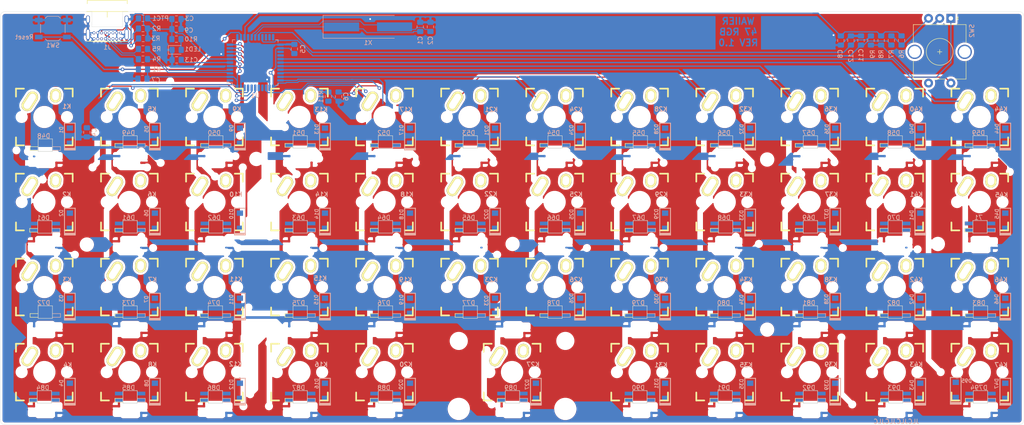
<source format=kicad_pcb>
(kicad_pcb (version 20171130) (host pcbnew "(5.1.0)-1")
  (layers (0 F.Cu signal) (31 B.Cu signal) (34 B.Paste user) (35 F.Paste user) (36 B.SilkS user) (37 F.SilkS user) (38 B.Mask user) (39 F.Mask user) (44 Edge.Cuts user))
  (net 0 "")
  (net 1 5V)
  (net 2 /ENCODER_BOUT)
  (net 3 /ENCODER_AOUT)
  (net 4 /ROW0)
  (net 5 "Net-(D1-Pad2)")
  (net 6 /ROW1)
  (net 7 "Net-(D2-Pad2)")
  (net 8 /ROW2)
  (net 9 "Net-(D3-Pad2)")
  (net 10 /ROW3)
  (net 11 "Net-(D4-Pad2)")
  (net 12 "Net-(D5-Pad2)")
  (net 13 "Net-(D6-Pad2)")
  (net 14 "Net-(D7-Pad2)")
  (net 15 "Net-(D8-Pad2)")
  (net 16 "Net-(D9-Pad2)")
  (net 17 "Net-(D10-Pad2)")
  (net 18 "Net-(D11-Pad2)")
  (net 19 "Net-(D12-Pad2)")
  (net 20 "Net-(D13-Pad2)")
  (net 21 "Net-(D14-Pad2)")
  (net 22 "Net-(D15-Pad2)")
  (net 23 "Net-(D16-Pad2)")
  (net 24 "Net-(D17-Pad2)")
  (net 25 "Net-(D18-Pad2)")
  (net 26 "Net-(D19-Pad2)")
  (net 27 "Net-(D20-Pad2)")
  (net 28 "Net-(D21-Pad2)")
  (net 29 "Net-(D22-Pad2)")
  (net 30 "Net-(D23-Pad2)")
  (net 31 "Net-(D24-Pad2)")
  (net 32 "Net-(D25-Pad2)")
  (net 33 "Net-(D26-Pad2)")
  (net 34 "Net-(D27-Pad2)")
  (net 35 "Net-(D28-Pad2)")
  (net 36 "Net-(D29-Pad2)")
  (net 37 "Net-(D30-Pad2)")
  (net 38 "Net-(D31-Pad2)")
  (net 39 "Net-(D32-Pad2)")
  (net 40 "Net-(D33-Pad2)")
  (net 41 "Net-(D34-Pad2)")
  (net 42 "Net-(D35-Pad2)")
  (net 43 "Net-(D36-Pad2)")
  (net 44 "Net-(D37-Pad2)")
  (net 45 "Net-(D38-Pad2)")
  (net 46 "Net-(D39-Pad2)")
  (net 47 "Net-(D40-Pad2)")
  (net 48 "Net-(D41-Pad2)")
  (net 49 "Net-(D42-Pad2)")
  (net 50 "Net-(D43-Pad2)")
  (net 51 "Net-(D44-Pad2)")
  (net 52 "Net-(D46-Pad2)")
  (net 53 "Net-(D48-Pad4)")
  (net 54 /RGB)
  (net 55 "Net-(D49-Pad4)")
  (net 56 "Net-(D50-Pad4)")
  (net 57 "Net-(D51-Pad4)")
  (net 58 "Net-(D52-Pad4)")
  (net 59 "Net-(D54-Pad4)")
  (net 60 "Net-(D56-Pad4)")
  (net 61 "Net-(D58-Pad4)")
  (net 62 "Net-(D60-Pad4)")
  (net 63 "Net-(D61-Pad2)")
  (net 64 "Net-(D63-Pad2)")
  (net 65 "Net-(D65-Pad2)")
  (net 66 "Net-(D67-Pad2)")
  (net 67 "Net-(D69-Pad2)")
  (net 68 "Net-(D73-Pad4)")
  (net 69 "Net-(D75-Pad4)")
  (net 70 "Net-(D77-Pad4)")
  (net 71 "Net-(D79-Pad4)")
  (net 72 "Net-(D81-Pad4)")
  (net 73 "Net-(D83-Pad4)")
  (net 74 "Net-(D84-Pad2)")
  (net 75 "Net-(D86-Pad2)")
  (net 76 "Net-(D88-Pad2)")
  (net 77 "Net-(D90-Pad2)")
  (net 78 /ENCODER_S1)
  (net 79 "Net-(J1-PadA5)")
  (net 80 VCC)
  (net 81 "Net-(J1-PadA8)")
  (net 82 "Net-(J1-PadB8)")
  (net 83 "Net-(J1-PadB5)")
  (net 84 /COL0)
  (net 85 /COL1)
  (net 86 /COL2)
  (net 87 /COL3)
  (net 88 /COL4)
  (net 89 /COL5)
  (net 90 /COL6)
  (net 91 /COL7)
  (net 92 /COL8)
  (net 93 /COL9)
  (net 94 /COL10)
  (net 95 /COL11)
  (net 96 "Net-(LED1-Pad2)")
  (net 97 /RESET)
  (net 98 /D-)
  (net 99 /D+)
  (net 100 /ENCODER_B)
  (net 101 /ENCODER_A)
  (net 102 "Net-(U1-Pad42)")
  (net 103 "Net-(U1-Pad26)")
  (net 104 "Net-(U1-Pad22)")
  (net 105 "Net-(U1-Pad21)")
  (net 106 "Net-(U1-Pad20)")
  (net 107 "Net-(U1-Pad12)")
  (net 108 "Net-(R11-Pad2)")
  (net 109 GND)
  (net 110 "Net-(D53-Pad4)")
  (net 111 "Net-(D55-Pad4)")
  (net 112 "Net-(D57-Pad4)")
  (net 113 "Net-(D59-Pad4)")
  (net 114 "Net-(D60-Pad2)")
  (net 115 "Net-(D62-Pad2)")
  (net 116 "Net-(D64-Pad2)")
  (net 117 "Net-(D66-Pad2)")
  (net 118 "Net-(D68-Pad2)")
  (net 119 "Net-(D70-Pad2)")
  (net 120 "Net-(D72-Pad4)")
  (net 121 "Net-(D74-Pad4)")
  (net 122 "Net-(D78-Pad4)")
  (net 123 "Net-(D80-Pad4)")
  (net 124 "Net-(D82-Pad4)")
  (net 125 "Net-(D85-Pad2)")
  (net 126 "Net-(D87-Pad2)")
  (net 127 "Net-(D89-Pad2)")
  (net 128 "Net-(D91-Pad2)")
  (net 129 "Net-(D92-Pad2)")
  (net 130 "Net-(D45-Pad2)")
  (net 131 "Net-(D47-Pad2)")
  (net 132 /XTAL_P)
  (net 133 /XTAL_N)
  (net 134 "Net-(U1-Pad25)")
  (net 135 "Net-(J1-PadA6)")
  (net 136 "Net-(J1-PadA7)")
  (net 137 "Net-(C13-Pad1)")
  (net 138 "Net-(D76-Pad2)")
  (net 139 "Net-(D84-Pad4)")
  (net 140 "Net-(D93-Pad2)")
  (net 141 "Net-(D94-Pad2)")
  (module keebs:Mx_Alps_100 (layer F.Cu) (at 112.395 56.007)
    (fp_text reference K18 (at 5.0292 -1.7018) (layer B.SilkS) (effects (font (thickness 0.2)) (justify mirror)))
    (fp_text value KEYSW hide)
    (pad 2 thru_hole oval (at 2.52 -4.79 356.1) (size 2.5 3.08) (drill oval 1.5 2.08) (layers *.Cu *.Mask F.SilkS) (net 25 "Net-(D18-Pad2)"))
    (pad 1 thru_hole oval (at -3.255 -3.52 327.5) (size 2.5 4.75) (drill oval 1.5 3.75) (layers *.Cu *.Mask F.SilkS) (net 88 /COL4))
    (pad "" np_thru_hole circle (at 5.08 0) (size 1.7018 1.7018) (drill 1.7018) (layers *.Cu *.Mask))
    (pad "" np_thru_hole circle (at -5.08 0) (size 1.7018 1.7018) (drill 1.7018) (layers *.Cu *.Mask))
    (pad "" np_thru_hole circle (at 0 0) (size 3.9878 3.9878) (drill 3.9878) (layers *.Cu *.Mask))
  )
  (module keebs:Mx_Alps_100 (layer F.Cu) (at 131.445 56.007)
    (fp_text reference K22 (at 4.7752 -1.8034) (layer B.SilkS) (effects (font (thickness 0.2)) (justify mirror)))
    (fp_text value KEYSW hide)
    (pad 2 thru_hole oval (at 2.52 -4.79 356.1) (size 2.5 3.08) (drill oval 1.5 2.08) (layers *.Cu *.Mask F.SilkS) (net 29 "Net-(D22-Pad2)"))
    (pad 1 thru_hole oval (at -3.255 -3.52 327.5) (size 2.5 4.75) (drill oval 1.5 3.75) (layers *.Cu *.Mask F.SilkS) (net 89 /COL5))
    (pad "" np_thru_hole circle (at 5.08 0) (size 1.7018 1.7018) (drill 1.7018) (layers *.Cu *.Mask))
    (pad "" np_thru_hole circle (at -5.08 0) (size 1.7018 1.7018) (drill 1.7018) (layers *.Cu *.Mask))
    (pad "" np_thru_hole circle (at 0 0) (size 3.9878 3.9878) (drill 3.9878) (layers *.Cu *.Mask))
  )
  (module MountingHole:MountingHole_2.2mm_M2_DIN965 (layer F.Cu) (at 45.6946 65.4812)
    (fp_text reference "" (at 0 -2.9) (layer F.SilkS))
    (fp_text value MountingHole_2.2mm_M2_DIN965)
    (pad 1 np_thru_hole circle (at 0 0) (size 2.2 2.2) (drill 2.2) (layers *.Cu *.Mask))
  )
  (module keebs:Mx_Alps_100 (layer F.Cu) (at 36.195 56.007)
    (fp_text reference K2 (at 5.0292 -1.7018) (layer B.SilkS) (effects (font (thickness 0.2)) (justify mirror)))
    (fp_text value KEYSW hide)
    (pad 2 thru_hole oval (at 2.52 -4.79 356.1) (size 2.5 3.08) (drill oval 1.5 2.08) (layers *.Cu *.Mask F.SilkS) (net 7 "Net-(D2-Pad2)"))
    (pad 1 thru_hole oval (at -3.255 -3.52 327.5) (size 2.5 4.75) (drill oval 1.5 3.75) (layers *.Cu *.Mask F.SilkS) (net 84 /COL0))
    (pad "" np_thru_hole circle (at 5.08 0) (size 1.7018 1.7018) (drill 1.7018) (layers *.Cu *.Mask))
    (pad "" np_thru_hole circle (at -5.08 0) (size 1.7018 1.7018) (drill 1.7018) (layers *.Cu *.Mask))
    (pad "" np_thru_hole circle (at 0 0) (size 3.9878 3.9878) (drill 3.9878) (layers *.Cu *.Mask))
  )
  (module keebs:Mx_Alps_100 (layer F.Cu) (at 36.195 36.957)
    (fp_text reference K1 (at 5.0292 -2.3622) (layer B.SilkS) (effects (font (thickness 0.2)) (justify mirror)))
    (fp_text value KEYSW hide)
    (pad 2 thru_hole oval (at 2.52 -4.79 356.1) (size 2.5 3.08) (drill oval 1.5 2.08) (layers *.Cu *.Mask F.SilkS) (net 5 "Net-(D1-Pad2)"))
    (pad 1 thru_hole oval (at -3.255 -3.52 327.5) (size 2.5 4.75) (drill oval 1.5 3.75) (layers *.Cu *.Mask F.SilkS) (net 84 /COL0))
    (pad "" np_thru_hole circle (at 5.08 0) (size 1.7018 1.7018) (drill 1.7018) (layers *.Cu *.Mask))
    (pad "" np_thru_hole circle (at -5.08 0) (size 1.7018 1.7018) (drill 1.7018) (layers *.Cu *.Mask))
    (pad "" np_thru_hole circle (at 0 0) (size 3.9878 3.9878) (drill 3.9878) (layers *.Cu *.Mask))
  )
  (module Capacitor_SMD:C_0805_2012Metric_Pad1.15x1.40mm_HandSolder (layer B.Cu) (at 120.396 16.764 270)
    (fp_text reference C1 (at 3.048 0 270) (layer B.SilkS) (effects (justify mirror)))
    (fp_text value 22p)
    (pad 2 smd roundrect (at 1.025 0 270) (size 1.15 1.4) (layers B.Cu B.Paste B.Mask) (roundrect_rratio 0.217391) (net 132 /XTAL_P))
    (pad 1 smd roundrect (at -1.025 0 270) (size 1.15 1.4) (layers B.Cu B.Paste B.Mask) (roundrect_rratio 0.217391) (net 109 GND))
  )
  (module Capacitor_SMD:C_0805_2012Metric_Pad1.15x1.40mm_HandSolder (layer B.Cu) (at 122.682 16.764 270)
    (fp_text reference C2 (at 3.048 0 90) (layer B.SilkS) (effects (justify mirror)))
    (fp_text value 22p)
    (pad 2 smd roundrect (at 1.025 0 270) (size 1.15 1.4) (layers B.Cu B.Paste B.Mask) (roundrect_rratio 0.217391) (net 133 /XTAL_N))
    (pad 1 smd roundrect (at -1.025 0 270) (size 1.15 1.4) (layers B.Cu B.Paste B.Mask) (roundrect_rratio 0.217391) (net 109 GND))
  )
  (module Capacitor_SMD:C_0805_2012Metric_Pad1.15x1.40mm_HandSolder (layer B.Cu) (at 65.786 15.018 180)
    (fp_text reference C3 (at -2.921 0.127 180) (layer B.SilkS) (effects (justify mirror)))
    (fp_text value 0.1u)
    (pad 2 smd roundrect (at 1.025 0 180) (size 1.15 1.4) (layers B.Cu B.Paste B.Mask) (roundrect_rratio 0.217391) (net 1 5V))
    (pad 1 smd roundrect (at -1.025 0 180) (size 1.15 1.4) (layers B.Cu B.Paste B.Mask) (roundrect_rratio 0.217391) (net 109 GND))
  )
  (module Capacitor_SMD:C_0805_2012Metric_Pad1.15x1.40mm_HandSolder (layer B.Cu) (at 45.72 40.386 90)
    (fp_text reference C4 (at 0 1.65 90) (layer B.SilkS) (effects (justify mirror)))
    (fp_text value 0.1u)
    (pad 2 smd roundrect (at 1.025 0 90) (size 1.15 1.4) (layers B.Cu B.Paste B.Mask) (roundrect_rratio 0.217391) (net 1 5V))
    (pad 1 smd roundrect (at -1.025 0 90) (size 1.15 1.4) (layers B.Cu B.Paste B.Mask) (roundrect_rratio 0.217391) (net 109 GND))
  )
  (module Capacitor_SMD:C_0805_2012Metric_Pad1.15x1.40mm_HandSolder (layer B.Cu) (at 92.202 21.717 270)
    (fp_text reference C5 (at 0 -1.905 270) (layer B.SilkS) (effects (justify mirror)))
    (fp_text value 0.1u)
    (pad 2 smd roundrect (at 1.025 0 270) (size 1.15 1.4) (layers B.Cu B.Paste B.Mask) (roundrect_rratio 0.217391) (net 1 5V))
    (pad 1 smd roundrect (at -1.025 0 270) (size 1.15 1.4) (layers B.Cu B.Paste B.Mask) (roundrect_rratio 0.217391) (net 109 GND))
  )
  (module Capacitor_SMD:C_0805_2012Metric_Pad1.15x1.40mm_HandSolder (layer B.Cu) (at 102.108 32.385 90)
    (fp_text reference C6 (at 0 1.65 90) (layer B.SilkS) (effects (justify mirror)))
    (fp_text value 0.1u)
    (pad 2 smd roundrect (at 1.025 0 90) (size 1.15 1.4) (layers B.Cu B.Paste B.Mask) (roundrect_rratio 0.217391) (net 1 5V))
    (pad 1 smd roundrect (at -1.025 0 90) (size 1.15 1.4) (layers B.Cu B.Paste B.Mask) (roundrect_rratio 0.217391) (net 109 GND))
  )
  (module keyboard_parts:D_SOD123 (layer B.Cu) (at 41.91 41.148 90)
    (fp_text reference D1 (at 1.27 -1.905 90) (layer B.SilkS) (effects (font (size 0.8 0.8)) (justify mirror)))
    (fp_text value D hide)
    (pad 1 smd rect (at -1.7 0 90) (size 1.2 1.4) (layers B.Cu B.Paste B.Mask) (net 4 /ROW0))
    (pad 2 smd rect (at 1.7 0 90) (size 1.2 1.4) (layers B.Cu B.Paste B.Mask) (net 5 "Net-(D1-Pad2)"))
  )
  (module keyboard_parts:D_SOD123 (layer B.Cu) (at 41.91 60.198 90)
    (fp_text reference D2 (at 1.7272 -1.925 90) (layer B.SilkS) (effects (font (size 0.8 0.8)) (justify mirror)))
    (fp_text value D hide)
    (pad 1 smd rect (at -1.7 0 90) (size 1.2 1.4) (layers B.Cu B.Paste B.Mask) (net 6 /ROW1))
    (pad 2 smd rect (at 1.7 0 90) (size 1.2 1.4) (layers B.Cu B.Paste B.Mask) (net 7 "Net-(D2-Pad2)"))
  )
  (module keyboard_parts:D_SOD123 (layer B.Cu) (at 41.91 79.248 90)
    (fp_text reference D3 (at 1.6764 -1.925 90) (layer B.SilkS) (effects (font (size 0.8 0.8)) (justify mirror)))
    (fp_text value D hide)
    (pad 1 smd rect (at -1.7 0 90) (size 1.2 1.4) (layers B.Cu B.Paste B.Mask) (net 8 /ROW2))
    (pad 2 smd rect (at 1.7 0 90) (size 1.2 1.4) (layers B.Cu B.Paste B.Mask) (net 9 "Net-(D3-Pad2)"))
  )
  (module keyboard_parts:D_SOD123 (layer B.Cu) (at 41.91 98.298 90)
    (fp_text reference D4 (at 1.7272 -1.905 90) (layer B.SilkS) (effects (font (size 0.8 0.8)) (justify mirror)))
    (fp_text value D hide)
    (pad 1 smd rect (at -1.7 0 90) (size 1.2 1.4) (layers B.Cu B.Paste B.Mask) (net 10 /ROW3))
    (pad 2 smd rect (at 1.7 0 90) (size 1.2 1.4) (layers B.Cu B.Paste B.Mask) (net 11 "Net-(D4-Pad2)"))
  )
  (module keyboard_parts:D_SOD123 (layer B.Cu) (at 60.96 41.148 90)
    (fp_text reference D5 (at 1.4732 -1.8542 90) (layer B.SilkS) (effects (font (size 0.8 0.8)) (justify mirror)))
    (fp_text value D hide)
    (pad 1 smd rect (at -1.7 0 90) (size 1.2 1.4) (layers B.Cu B.Paste B.Mask) (net 4 /ROW0))
    (pad 2 smd rect (at 1.7 0 90) (size 1.2 1.4) (layers B.Cu B.Paste B.Mask) (net 12 "Net-(D5-Pad2)"))
  )
  (module keyboard_parts:D_SOD123 (layer B.Cu) (at 60.96 60.198 90)
    (fp_text reference D6 (at 1.7272 -1.925 90) (layer B.SilkS) (effects (font (size 0.8 0.8)) (justify mirror)))
    (fp_text value D hide)
    (pad 1 smd rect (at -1.7 0 90) (size 1.2 1.4) (layers B.Cu B.Paste B.Mask) (net 6 /ROW1))
    (pad 2 smd rect (at 1.7 0 90) (size 1.2 1.4) (layers B.Cu B.Paste B.Mask) (net 13 "Net-(D6-Pad2)"))
  )
  (module keyboard_parts:D_SOD123 (layer B.Cu) (at 60.96 79.248 90)
    (fp_text reference D7 (at 1.4732 -1.925 90) (layer B.SilkS) (effects (font (size 0.8 0.8)) (justify mirror)))
    (fp_text value D hide)
    (pad 1 smd rect (at -1.7 0 90) (size 1.2 1.4) (layers B.Cu B.Paste B.Mask) (net 8 /ROW2))
    (pad 2 smd rect (at 1.7 0 90) (size 1.2 1.4) (layers B.Cu B.Paste B.Mask) (net 14 "Net-(D7-Pad2)"))
  )
  (module keyboard_parts:D_SOD123 (layer B.Cu) (at 60.96 98.298 90)
    (fp_text reference D8 (at 1.7272 -1.8542 90) (layer B.SilkS) (effects (font (size 0.8 0.8)) (justify mirror)))
    (fp_text value D hide)
    (pad 1 smd rect (at -1.7 0 90) (size 1.2 1.4) (layers B.Cu B.Paste B.Mask) (net 10 /ROW3))
    (pad 2 smd rect (at 1.7 0 90) (size 1.2 1.4) (layers B.Cu B.Paste B.Mask) (net 15 "Net-(D8-Pad2)"))
  )
  (module keyboard_parts:D_SOD123 (layer B.Cu) (at 80.01 41.148 90)
    (fp_text reference D9 (at 1.6764 -1.925 90) (layer B.SilkS) (effects (font (size 0.8 0.8)) (justify mirror)))
    (fp_text value D hide)
    (pad 1 smd rect (at -1.7 0 90) (size 1.2 1.4) (layers B.Cu B.Paste B.Mask) (net 4 /ROW0))
    (pad 2 smd rect (at 1.7 0 90) (size 1.2 1.4) (layers B.Cu B.Paste B.Mask) (net 16 "Net-(D9-Pad2)"))
  )
  (module keyboard_parts:D_SOD123 (layer B.Cu) (at 80.01 60.198 90)
    (fp_text reference D10 (at 1.524 -1.925 90) (layer B.SilkS) (effects (font (size 0.8 0.8)) (justify mirror)))
    (fp_text value D hide)
    (pad 1 smd rect (at -1.7 0 90) (size 1.2 1.4) (layers B.Cu B.Paste B.Mask) (net 6 /ROW1))
    (pad 2 smd rect (at 1.7 0 90) (size 1.2 1.4) (layers B.Cu B.Paste B.Mask) (net 17 "Net-(D10-Pad2)"))
  )
  (module keyboard_parts:D_SOD123 (layer B.Cu) (at 80.01 79.248 90)
    (fp_text reference D11 (at 1.3716 -1.925 90) (layer B.SilkS) (effects (font (size 0.8 0.8)) (justify mirror)))
    (fp_text value D hide)
    (pad 1 smd rect (at -1.7 0 90) (size 1.2 1.4) (layers B.Cu B.Paste B.Mask) (net 8 /ROW2))
    (pad 2 smd rect (at 1.7 0 90) (size 1.2 1.4) (layers B.Cu B.Paste B.Mask) (net 18 "Net-(D11-Pad2)"))
  )
  (module keyboard_parts:D_SOD123 (layer B.Cu) (at 80.01 98.298 90)
    (fp_text reference D12 (at 1.4224 -1.905 90) (layer B.SilkS) (effects (font (size 0.8 0.8)) (justify mirror)))
    (fp_text value D hide)
    (pad 1 smd rect (at -1.7 0 90) (size 1.2 1.4) (layers B.Cu B.Paste B.Mask) (net 10 /ROW3))
    (pad 2 smd rect (at 1.7 0 90) (size 1.2 1.4) (layers B.Cu B.Paste B.Mask) (net 19 "Net-(D12-Pad2)"))
  )
  (module keyboard_parts:D_SOD123 (layer B.Cu) (at 99.06 41.148 90)
    (fp_text reference D13 (at 1.4732 -1.8542 90) (layer B.SilkS) (effects (font (size 0.8 0.8)) (justify mirror)))
    (fp_text value D hide)
    (pad 1 smd rect (at -1.7 0 90) (size 1.2 1.4) (layers B.Cu B.Paste B.Mask) (net 4 /ROW0))
    (pad 2 smd rect (at 1.7 0 90) (size 1.2 1.4) (layers B.Cu B.Paste B.Mask) (net 20 "Net-(D13-Pad2)"))
  )
  (module keyboard_parts:D_SOD123 (layer B.Cu) (at 99.06 60.198 90)
    (fp_text reference D14 (at 1.524 -1.8542 90) (layer B.SilkS) (effects (font (size 0.8 0.8)) (justify mirror)))
    (fp_text value D hide)
    (pad 1 smd rect (at -1.7 0 90) (size 1.2 1.4) (layers B.Cu B.Paste B.Mask) (net 6 /ROW1))
    (pad 2 smd rect (at 1.7 0 90) (size 1.2 1.4) (layers B.Cu B.Paste B.Mask) (net 21 "Net-(D14-Pad2)"))
  )
  (module keyboard_parts:D_SOD123 (layer B.Cu) (at 99.06 79.248 90)
    (fp_text reference D15 (at 1.3716 -1.9558 90) (layer B.SilkS) (effects (font (size 0.8 0.8)) (justify mirror)))
    (fp_text value D hide)
    (pad 1 smd rect (at -1.7 0 90) (size 1.2 1.4) (layers B.Cu B.Paste B.Mask) (net 8 /ROW2))
    (pad 2 smd rect (at 1.7 0 90) (size 1.2 1.4) (layers B.Cu B.Paste B.Mask) (net 22 "Net-(D15-Pad2)"))
  )
  (module keyboard_parts:D_SOD123 (layer B.Cu) (at 99.06 98.298 90)
    (fp_text reference D16 (at 1.6256 -1.8542 90) (layer B.SilkS) (effects (font (size 0.8 0.8)) (justify mirror)))
    (fp_text value D hide)
    (pad 1 smd rect (at -1.7 0 90) (size 1.2 1.4) (layers B.Cu B.Paste B.Mask) (net 10 /ROW3))
    (pad 2 smd rect (at 1.7 0 90) (size 1.2 1.4) (layers B.Cu B.Paste B.Mask) (net 23 "Net-(D16-Pad2)"))
  )
  (module keyboard_parts:D_SOD123 (layer B.Cu) (at 118.11 41.148 90)
    (fp_text reference D17 (at 1.27 -1.925 90) (layer B.SilkS) (effects (font (size 0.8 0.8)) (justify mirror)))
    (fp_text value D hide)
    (pad 1 smd rect (at -1.7 0 90) (size 1.2 1.4) (layers B.Cu B.Paste B.Mask) (net 4 /ROW0))
    (pad 2 smd rect (at 1.7 0 90) (size 1.2 1.4) (layers B.Cu B.Paste B.Mask) (net 24 "Net-(D17-Pad2)"))
  )
  (module keyboard_parts:D_SOD123 (layer B.Cu) (at 118.11 60.198 90)
    (fp_text reference D18 (at 1.4224 -1.905 90) (layer B.SilkS) (effects (font (size 0.8 0.8)) (justify mirror)))
    (fp_text value D hide)
    (pad 1 smd rect (at -1.7 0 90) (size 1.2 1.4) (layers B.Cu B.Paste B.Mask) (net 6 /ROW1))
    (pad 2 smd rect (at 1.7 0 90) (size 1.2 1.4) (layers B.Cu B.Paste B.Mask) (net 25 "Net-(D18-Pad2)"))
  )
  (module keyboard_parts:D_SOD123 (layer B.Cu) (at 118.11 79.248 90)
    (fp_text reference D19 (at 1.3716 -1.925 90) (layer B.SilkS) (effects (font (size 0.8 0.8)) (justify mirror)))
    (fp_text value D hide)
    (pad 1 smd rect (at -1.7 0 90) (size 1.2 1.4) (layers B.Cu B.Paste B.Mask) (net 8 /ROW2))
    (pad 2 smd rect (at 1.7 0 90) (size 1.2 1.4) (layers B.Cu B.Paste B.Mask) (net 26 "Net-(D19-Pad2)"))
  )
  (module keyboard_parts:D_SOD123 (layer B.Cu) (at 118.11 98.298 90)
    (fp_text reference D20 (at 1.4224 -2.0066 90) (layer B.SilkS) (effects (font (size 0.8 0.8)) (justify mirror)))
    (fp_text value D hide)
    (pad 1 smd rect (at -1.7 0 90) (size 1.2 1.4) (layers B.Cu B.Paste B.Mask) (net 10 /ROW3))
    (pad 2 smd rect (at 1.7 0 90) (size 1.2 1.4) (layers B.Cu B.Paste B.Mask) (net 27 "Net-(D20-Pad2)"))
  )
  (module keyboard_parts:D_SOD123 (layer B.Cu) (at 137.16 41.148 90)
    (fp_text reference D21 (at 1.1684 -1.8542 90) (layer B.SilkS) (effects (font (size 0.8 0.8)) (justify mirror)))
    (fp_text value D hide)
    (pad 1 smd rect (at -1.7 0 90) (size 1.2 1.4) (layers B.Cu B.Paste B.Mask) (net 4 /ROW0))
    (pad 2 smd rect (at 1.7 0 90) (size 1.2 1.4) (layers B.Cu B.Paste B.Mask) (net 28 "Net-(D21-Pad2)"))
  )
  (module keyboard_parts:D_SOD123 (layer B.Cu) (at 137.16 60.198 90)
    (fp_text reference D22 (at 1.4224 -1.925 90) (layer B.SilkS) (effects (font (size 0.8 0.8)) (justify mirror)))
    (fp_text value D hide)
    (pad 1 smd rect (at -1.7 0 90) (size 1.2 1.4) (layers B.Cu B.Paste B.Mask) (net 6 /ROW1))
    (pad 2 smd rect (at 1.7 0 90) (size 1.2 1.4) (layers B.Cu B.Paste B.Mask) (net 29 "Net-(D22-Pad2)"))
  )
  (module keyboard_parts:D_SOD123 (layer B.Cu) (at 137.16 79.248 90)
    (fp_text reference D23 (at 1.1684 -1.925 90) (layer B.SilkS) (effects (font (size 0.8 0.8)) (justify mirror)))
    (fp_text value D hide)
    (pad 1 smd rect (at -1.7 0 90) (size 1.2 1.4) (layers B.Cu B.Paste B.Mask) (net 8 /ROW2))
    (pad 2 smd rect (at 1.7 0 90) (size 1.2 1.4) (layers B.Cu B.Paste B.Mask) (net 30 "Net-(D23-Pad2)"))
  )
  (module keyboard_parts:D_SOD123 (layer B.Cu) (at 156.21 41.148 90)
    (fp_text reference D24 (at 1.27 -1.925 90) (layer B.SilkS) (effects (font (size 0.8 0.8)) (justify mirror)))
    (fp_text value D hide)
    (pad 1 smd rect (at -1.7 0 90) (size 1.2 1.4) (layers B.Cu B.Paste B.Mask) (net 4 /ROW0))
    (pad 2 smd rect (at 1.7 0 90) (size 1.2 1.4) (layers B.Cu B.Paste B.Mask) (net 31 "Net-(D24-Pad2)"))
  )
  (module keyboard_parts:D_SOD123 (layer B.Cu) (at 156.21 60.198 90)
    (fp_text reference D25 (at 1.4224 -1.905 90) (layer B.SilkS) (effects (font (size 0.8 0.8)) (justify mirror)))
    (fp_text value D hide)
    (pad 1 smd rect (at -1.7 0 90) (size 1.2 1.4) (layers B.Cu B.Paste B.Mask) (net 6 /ROW1))
    (pad 2 smd rect (at 1.7 0 90) (size 1.2 1.4) (layers B.Cu B.Paste B.Mask) (net 32 "Net-(D25-Pad2)"))
  )
  (module keyboard_parts:D_SOD123 (layer B.Cu) (at 156.21 79.248 90)
    (fp_text reference D26 (at 1.6764 -1.925 90) (layer B.SilkS) (effects (font (size 0.8 0.8)) (justify mirror)))
    (fp_text value D hide)
    (pad 1 smd rect (at -1.7 0 90) (size 1.2 1.4) (layers B.Cu B.Paste B.Mask) (net 8 /ROW2))
    (pad 2 smd rect (at 1.7 0 90) (size 1.2 1.4) (layers B.Cu B.Paste B.Mask) (net 33 "Net-(D26-Pad2)"))
  )
  (module keyboard_parts:D_SOD123 (layer B.Cu) (at 146.304 98.298 90)
    (fp_text reference D27 (at 1.4224 -1.9558 90) (layer B.SilkS) (effects (font (size 0.8 0.8)) (justify mirror)))
    (fp_text value D hide)
    (pad 1 smd rect (at -1.7 0 90) (size 1.2 1.4) (layers B.Cu B.Paste B.Mask) (net 10 /ROW3))
    (pad 2 smd rect (at 1.7 0 90) (size 1.2 1.4) (layers B.Cu B.Paste B.Mask) (net 34 "Net-(D27-Pad2)"))
  )
  (module keyboard_parts:D_SOD123 (layer B.Cu) (at 175.26 41.148 90)
    (fp_text reference D28 (at 1.4732 -1.9558 90) (layer B.SilkS) (effects (font (size 0.8 0.8)) (justify mirror)))
    (fp_text value D hide)
    (pad 1 smd rect (at -1.7 0 90) (size 1.2 1.4) (layers B.Cu B.Paste B.Mask) (net 4 /ROW0))
    (pad 2 smd rect (at 1.7 0 90) (size 1.2 1.4) (layers B.Cu B.Paste B.Mask) (net 35 "Net-(D28-Pad2)"))
  )
  (module keyboard_parts:D_SOD123 (layer B.Cu) (at 175.26 60.198 90)
    (fp_text reference D29 (at 1.524 -1.9558 90) (layer B.SilkS) (effects (font (size 0.8 0.8)) (justify mirror)))
    (fp_text value D hide)
    (pad 1 smd rect (at -1.7 0 90) (size 1.2 1.4) (layers B.Cu B.Paste B.Mask) (net 6 /ROW1))
    (pad 2 smd rect (at 1.7 0 90) (size 1.2 1.4) (layers B.Cu B.Paste B.Mask) (net 36 "Net-(D29-Pad2)"))
  )
  (module keyboard_parts:D_SOD123 (layer B.Cu) (at 175.26 79.248 90)
    (fp_text reference D30 (at 1.5748 -1.925 90) (layer B.SilkS) (effects (font (size 0.8 0.8)) (justify mirror)))
    (fp_text value D hide)
    (pad 1 smd rect (at -1.7 0 90) (size 1.2 1.4) (layers B.Cu B.Paste B.Mask) (net 8 /ROW2))
    (pad 2 smd rect (at 1.7 0 90) (size 1.2 1.4) (layers B.Cu B.Paste B.Mask) (net 37 "Net-(D30-Pad2)"))
  )
  (module keyboard_parts:D_SOD123 (layer B.Cu) (at 175.26 98.298 90)
    (fp_text reference D31 (at 1.6256 -1.925 90) (layer B.SilkS) (effects (font (size 0.8 0.8)) (justify mirror)))
    (fp_text value D hide)
    (pad 1 smd rect (at -1.7 0 90) (size 1.2 1.4) (layers B.Cu B.Paste B.Mask) (net 10 /ROW3))
    (pad 2 smd rect (at 1.7 0 90) (size 1.2 1.4) (layers B.Cu B.Paste B.Mask) (net 38 "Net-(D31-Pad2)"))
  )
  (module keyboard_parts:D_SOD123 (layer B.Cu) (at 194.31 41.148 90)
    (fp_text reference D32 (at 1.4732 -1.905 90) (layer B.SilkS) (effects (font (size 0.8 0.8)) (justify mirror)))
    (fp_text value D hide)
    (pad 1 smd rect (at -1.7 0 90) (size 1.2 1.4) (layers B.Cu B.Paste B.Mask) (net 4 /ROW0))
    (pad 2 smd rect (at 1.7 0 90) (size 1.2 1.4) (layers B.Cu B.Paste B.Mask) (net 39 "Net-(D32-Pad2)"))
  )
  (module keyboard_parts:D_SOD123 (layer B.Cu) (at 194.31 60.403 90)
    (fp_text reference D33 (at 1.4242 -1.925 90) (layer B.SilkS) (effects (font (size 0.8 0.8)) (justify mirror)))
    (fp_text value D hide)
    (pad 1 smd rect (at -1.7 0 90) (size 1.2 1.4) (layers B.Cu B.Paste B.Mask) (net 6 /ROW1))
    (pad 2 smd rect (at 1.7 0 90) (size 1.2 1.4) (layers B.Cu B.Paste B.Mask) (net 40 "Net-(D33-Pad2)"))
  )
  (module keyboard_parts:D_SOD123 (layer B.Cu) (at 194.31 79.248 90)
    (fp_text reference D34 (at 1.3716 -1.925 90) (layer B.SilkS) (effects (font (size 0.8 0.8)) (justify mirror)))
    (fp_text value D hide)
    (pad 1 smd rect (at -1.7 0 90) (size 1.2 1.4) (layers B.Cu B.Paste B.Mask) (net 8 /ROW2))
    (pad 2 smd rect (at 1.7 0 90) (size 1.2 1.4) (layers B.Cu B.Paste B.Mask) (net 41 "Net-(D34-Pad2)"))
  )
  (module keyboard_parts:D_SOD123 (layer B.Cu) (at 194.31 98.298 90)
    (fp_text reference D35 (at 1.524 -1.925 90) (layer B.SilkS) (effects (font (size 0.8 0.8)) (justify mirror)))
    (fp_text value D hide)
    (pad 1 smd rect (at -1.7 0 90) (size 1.2 1.4) (layers B.Cu B.Paste B.Mask) (net 10 /ROW3))
    (pad 2 smd rect (at 1.7 0 90) (size 1.2 1.4) (layers B.Cu B.Paste B.Mask) (net 42 "Net-(D35-Pad2)"))
  )
  (module keyboard_parts:D_SOD123 (layer B.Cu) (at 213.36 41.148 90)
    (fp_text reference D36 (at 1.4732 -1.8542 90) (layer B.SilkS) (effects (font (size 0.8 0.8)) (justify mirror)))
    (fp_text value D hide)
    (pad 1 smd rect (at -1.7 0 90) (size 1.2 1.4) (layers B.Cu B.Paste B.Mask) (net 4 /ROW0))
    (pad 2 smd rect (at 1.7 0 90) (size 1.2 1.4) (layers B.Cu B.Paste B.Mask) (net 43 "Net-(D36-Pad2)"))
  )
  (module keyboard_parts:D_SOD123 (layer B.Cu) (at 213.36 60.198 90)
    (fp_text reference D37 (at 1.524 -1.925 90) (layer B.SilkS) (effects (font (size 0.8 0.8)) (justify mirror)))
    (fp_text value D hide)
    (pad 1 smd rect (at -1.7 0 90) (size 1.2 1.4) (layers B.Cu B.Paste B.Mask) (net 6 /ROW1))
    (pad 2 smd rect (at 1.7 0 90) (size 1.2 1.4) (layers B.Cu B.Paste B.Mask) (net 44 "Net-(D37-Pad2)"))
  )
  (module keyboard_parts:D_SOD123 (layer B.Cu) (at 213.36 79.248 90)
    (fp_text reference D38 (at 1.4732 -1.9558 90) (layer B.SilkS) (effects (font (size 0.8 0.8)) (justify mirror)))
    (fp_text value D hide)
    (pad 1 smd rect (at -1.7 0 90) (size 1.2 1.4) (layers B.Cu B.Paste B.Mask) (net 8 /ROW2))
    (pad 2 smd rect (at 1.7 0 90) (size 1.2 1.4) (layers B.Cu B.Paste B.Mask) (net 45 "Net-(D38-Pad2)"))
  )
  (module keyboard_parts:D_SOD123 (layer B.Cu) (at 213.36 98.298 90)
    (fp_text reference D39 (at 1.3208 -1.925 90) (layer B.SilkS) (effects (font (size 0.8 0.8)) (justify mirror)))
    (fp_text value D hide)
    (pad 1 smd rect (at -1.7 0 90) (size 1.2 1.4) (layers B.Cu B.Paste B.Mask) (net 10 /ROW3))
    (pad 2 smd rect (at 1.7 0 90) (size 1.2 1.4) (layers B.Cu B.Paste B.Mask) (net 46 "Net-(D39-Pad2)"))
  )
  (module keyboard_parts:D_SOD123 (layer B.Cu) (at 232.41 41.148 90)
    (fp_text reference D40 (at 1.5748 -1.905 90) (layer B.SilkS) (effects (font (size 0.8 0.8)) (justify mirror)))
    (fp_text value D hide)
    (pad 1 smd rect (at -1.7 0 90) (size 1.2 1.4) (layers B.Cu B.Paste B.Mask) (net 4 /ROW0))
    (pad 2 smd rect (at 1.7 0 90) (size 1.2 1.4) (layers B.Cu B.Paste B.Mask) (net 47 "Net-(D40-Pad2)"))
  )
  (module keyboard_parts:D_SOD123 (layer B.Cu) (at 232.41 60.198 90)
    (fp_text reference D41 (at 1.2192 -1.925 90) (layer B.SilkS) (effects (font (size 0.8 0.8)) (justify mirror)))
    (fp_text value D hide)
    (pad 1 smd rect (at -1.7 0 90) (size 1.2 1.4) (layers B.Cu B.Paste B.Mask) (net 6 /ROW1))
    (pad 2 smd rect (at 1.7 0 90) (size 1.2 1.4) (layers B.Cu B.Paste B.Mask) (net 48 "Net-(D41-Pad2)"))
  )
  (module keyboard_parts:D_SOD123 (layer B.Cu) (at 232.41 79.248 90)
    (fp_text reference D42 (at 1.4732 -1.905 90) (layer B.SilkS) (effects (font (size 0.8 0.8)) (justify mirror)))
    (fp_text value D hide)
    (pad 1 smd rect (at -1.7 0 90) (size 1.2 1.4) (layers B.Cu B.Paste B.Mask) (net 8 /ROW2))
    (pad 2 smd rect (at 1.7 0 90) (size 1.2 1.4) (layers B.Cu B.Paste B.Mask) (net 49 "Net-(D42-Pad2)"))
  )
  (module keyboard_parts:D_SOD123 (layer B.Cu) (at 232.41 98.298 90)
    (fp_text reference D43 (at 1.3208 -1.905 90) (layer B.SilkS) (effects (font (size 0.8 0.8)) (justify mirror)))
    (fp_text value D hide)
    (pad 1 smd rect (at -1.7 0 90) (size 1.2 1.4) (layers B.Cu B.Paste B.Mask) (net 10 /ROW3))
    (pad 2 smd rect (at 1.7 0 90) (size 1.2 1.4) (layers B.Cu B.Paste B.Mask) (net 50 "Net-(D43-Pad2)"))
  )
  (module keyboard_parts:D_SOD123 (layer B.Cu) (at 251.46 41.148 90)
    (fp_text reference D44 (at 1.5748 -1.8542 90) (layer B.SilkS) (effects (font (size 0.8 0.8)) (justify mirror)))
    (fp_text value D hide)
    (pad 1 smd rect (at -1.7 0 90) (size 1.2 1.4) (layers B.Cu B.Paste B.Mask) (net 4 /ROW0))
    (pad 2 smd rect (at 1.7 0 90) (size 1.2 1.4) (layers B.Cu B.Paste B.Mask) (net 51 "Net-(D44-Pad2)"))
  )
  (module keyboard_parts:D_SOD123 (layer B.Cu) (at 251.46 60.198 90)
    (fp_text reference D45 (at 1.524 -1.8542 90) (layer B.SilkS) (effects (font (size 0.8 0.8)) (justify mirror)))
    (fp_text value D hide)
    (pad 1 smd rect (at -1.7 0 90) (size 1.2 1.4) (layers B.Cu B.Paste B.Mask) (net 6 /ROW1))
    (pad 2 smd rect (at 1.7 0 90) (size 1.2 1.4) (layers B.Cu B.Paste B.Mask) (net 130 "Net-(D45-Pad2)"))
  )
  (module keyboard_parts:D_SOD123 (layer B.Cu) (at 251.46 79.248 90)
    (fp_text reference D46 (at 1.4732 -1.9558 90) (layer B.SilkS) (effects (font (size 0.8 0.8)) (justify mirror)))
    (fp_text value D hide)
    (pad 1 smd rect (at -1.7 0 90) (size 1.2 1.4) (layers B.Cu B.Paste B.Mask) (net 8 /ROW2))
    (pad 2 smd rect (at 1.7 0 90) (size 1.2 1.4) (layers B.Cu B.Paste B.Mask) (net 52 "Net-(D46-Pad2)"))
  )
  (module keyboard_parts:D_SOD123 (layer B.Cu) (at 251.46 98.298 90)
    (fp_text reference D47 (at 1.6256 -1.925 90) (layer B.SilkS) (effects (font (size 0.8 0.8)) (justify mirror)))
    (fp_text value D hide)
    (pad 1 smd rect (at -1.7 0 90) (size 1.2 1.4) (layers B.Cu B.Paste B.Mask) (net 10 /ROW3))
    (pad 2 smd rect (at 1.7 0 90) (size 1.2 1.4) (layers B.Cu B.Paste B.Mask) (net 131 "Net-(D47-Pad2)"))
  )
  (module Type-C:USB_C_GCT_USB4085 (layer F.Cu) (at 50.292 13.335 180)
    (fp_text reference J1 (at 0 -8.001 180) (layer B.SilkS) (effects (justify mirror)))
    (fp_text value USB_C_Receptacle_USB2.0)
    (pad A5 thru_hole circle (at -1.275 -6.1 180) (size 0.65 0.65) (drill 0.4) (layers *.Cu *.Mask) (net 79 "Net-(J1-PadA5)"))
    (pad A1 thru_hole circle (at -2.975 -6.1 180) (size 0.65 0.65) (drill 0.4) (layers *.Cu *.Mask) (net 109 GND))
    (pad A4 thru_hole circle (at -2.125 -6.1 180) (size 0.65 0.65) (drill 0.4) (layers *.Cu *.Mask) (net 80 VCC))
    (pad A6 thru_hole circle (at -0.425 -6.1 180) (size 0.65 0.65) (drill 0.4) (layers *.Cu *.Mask) (net 135 "Net-(J1-PadA6)"))
    (pad A7 thru_hole circle (at 0.425 -6.1 180) (size 0.65 0.65) (drill 0.4) (layers *.Cu *.Mask) (net 136 "Net-(J1-PadA7)"))
    (pad A8 thru_hole circle (at 1.275 -6.1 180) (size 0.65 0.65) (drill 0.4) (layers *.Cu *.Mask) (net 81 "Net-(J1-PadA8)"))
    (pad A9 thru_hole circle (at 2.125 -6.1 180) (size 0.65 0.65) (drill 0.4) (layers *.Cu *.Mask) (net 80 VCC))
    (pad A12 thru_hole circle (at 2.975 -6.1 180) (size 0.65 0.65) (drill 0.4) (layers *.Cu *.Mask) (net 109 GND))
    (pad B12 thru_hole circle (at -2.975 -4.775 180) (size 0.65 0.65) (drill 0.4) (layers *.Cu *.Mask) (net 109 GND))
    (pad B9 thru_hole circle (at -2.12 -4.775 180) (size 0.65 0.65) (drill 0.4) (layers *.Cu *.Mask) (net 80 VCC))
    (pad B8 thru_hole circle (at -1.27 -4.775 180) (size 0.65 0.65) (drill 0.4) (layers *.Cu *.Mask) (net 82 "Net-(J1-PadB8)"))
    (pad B7 thru_hole circle (at -0.42 -4.775 180) (size 0.65 0.65) (drill 0.4) (layers *.Cu *.Mask) (net 136 "Net-(J1-PadA7)"))
    (pad B6 thru_hole circle (at 0.43 -4.775 180) (size 0.65 0.65) (drill 0.4) (layers *.Cu *.Mask) (net 135 "Net-(J1-PadA6)"))
    (pad B5 thru_hole circle (at 1.28 -4.775 180) (size 0.65 0.65) (drill 0.4) (layers *.Cu *.Mask) (net 83 "Net-(J1-PadB5)"))
    (pad B4 thru_hole circle (at 2.13 -4.775 180) (size 0.65 0.65) (drill 0.4) (layers *.Cu *.Mask) (net 80 VCC))
    (pad B1 thru_hole circle (at 2.98 -4.775 180) (size 0.65 0.65) (drill 0.4) (layers *.Cu *.Mask) (net 109 GND))
    (pad S1 thru_hole oval (at -4.325 -5.12 180) (size 0.9 2.4) (drill oval 0.6 2.1) (layers *.Cu *.Mask) (net 109 GND))
    (pad S1 thru_hole oval (at 4.325 -5.12 180) (size 0.9 2.4) (drill oval 0.6 2.1) (layers *.Cu *.Mask) (net 109 GND))
    (pad S1 thru_hole oval (at -4.325 -1.74 180) (size 0.9 1.7) (drill oval 0.6 1.4) (layers *.Cu *.Mask) (net 109 GND))
    (pad S1 thru_hole oval (at 4.325 -1.74 180) (size 0.9 1.7) (drill oval 0.6 1.4) (layers *.Cu *.Mask) (net 109 GND))
  )
  (module keebs:Mx_Alps_100 (layer F.Cu) (at 36.195 94.107)
    (fp_text reference K4 (at 5.2324 -1.6002) (layer B.SilkS) (effects (font (thickness 0.2)) (justify mirror)))
    (fp_text value KEYSW hide)
    (pad 2 thru_hole oval (at 2.52 -4.79 356.1) (size 2.5 3.08) (drill oval 1.5 2.08) (layers *.Cu *.Mask F.SilkS) (net 11 "Net-(D4-Pad2)"))
    (pad 1 thru_hole oval (at -3.255 -3.52 327.5) (size 2.5 4.75) (drill oval 1.5 3.75) (layers *.Cu *.Mask F.SilkS) (net 84 /COL0))
    (pad "" np_thru_hole circle (at 5.08 0) (size 1.7018 1.7018) (drill 1.7018) (layers *.Cu *.Mask))
    (pad "" np_thru_hole circle (at -5.08 0) (size 1.7018 1.7018) (drill 1.7018) (layers *.Cu *.Mask))
    (pad "" np_thru_hole circle (at 0 0) (size 3.9878 3.9878) (drill 3.9878) (layers *.Cu *.Mask))
  )
  (module keebs:Mx_Alps_100 (layer F.Cu) (at 55.245 36.957)
    (fp_text reference K5 (at 5.08 -1.7526) (layer B.SilkS) (effects (font (thickness 0.2)) (justify mirror)))
    (fp_text value KEYSW hide)
    (pad 2 thru_hole oval (at 2.52 -4.79 356.1) (size 2.5 3.08) (drill oval 1.5 2.08) (layers *.Cu *.Mask F.SilkS) (net 12 "Net-(D5-Pad2)"))
    (pad 1 thru_hole oval (at -3.255 -3.52 327.5) (size 2.5 4.75) (drill oval 1.5 3.75) (layers *.Cu *.Mask F.SilkS) (net 85 /COL1))
    (pad "" np_thru_hole circle (at 5.08 0) (size 1.7018 1.7018) (drill 1.7018) (layers *.Cu *.Mask))
    (pad "" np_thru_hole circle (at -5.08 0) (size 1.7018 1.7018) (drill 1.7018) (layers *.Cu *.Mask))
    (pad "" np_thru_hole circle (at 0 0) (size 3.9878 3.9878) (drill 3.9878) (layers *.Cu *.Mask))
  )
  (module keebs:Mx_Alps_100 (layer F.Cu) (at 55.245 56.007)
    (fp_text reference K6 (at 5.08 -1.7018) (layer B.SilkS) (effects (font (thickness 0.2)) (justify mirror)))
    (fp_text value KEYSW hide)
    (pad 2 thru_hole oval (at 2.52 -4.79 356.1) (size 2.5 3.08) (drill oval 1.5 2.08) (layers *.Cu *.Mask F.SilkS) (net 13 "Net-(D6-Pad2)"))
    (pad 1 thru_hole oval (at -3.255 -3.52 327.5) (size 2.5 4.75) (drill oval 1.5 3.75) (layers *.Cu *.Mask F.SilkS) (net 85 /COL1))
    (pad "" np_thru_hole circle (at 5.08 0) (size 1.7018 1.7018) (drill 1.7018) (layers *.Cu *.Mask))
    (pad "" np_thru_hole circle (at -5.08 0) (size 1.7018 1.7018) (drill 1.7018) (layers *.Cu *.Mask))
    (pad "" np_thru_hole circle (at 0 0) (size 3.9878 3.9878) (drill 3.9878) (layers *.Cu *.Mask))
  )
  (module keebs:Mx_Alps_100 (layer F.Cu) (at 55.245 75.057)
    (fp_text reference K7 (at 5.1816 -1.651) (layer B.SilkS) (effects (font (thickness 0.2)) (justify mirror)))
    (fp_text value KEYSW hide)
    (pad 2 thru_hole oval (at 2.52 -4.79 356.1) (size 2.5 3.08) (drill oval 1.5 2.08) (layers *.Cu *.Mask F.SilkS) (net 14 "Net-(D7-Pad2)"))
    (pad 1 thru_hole oval (at -3.255 -3.52 327.5) (size 2.5 4.75) (drill oval 1.5 3.75) (layers *.Cu *.Mask F.SilkS) (net 85 /COL1))
    (pad "" np_thru_hole circle (at 5.08 0) (size 1.7018 1.7018) (drill 1.7018) (layers *.Cu *.Mask))
    (pad "" np_thru_hole circle (at -5.08 0) (size 1.7018 1.7018) (drill 1.7018) (layers *.Cu *.Mask))
    (pad "" np_thru_hole circle (at 0 0) (size 3.9878 3.9878) (drill 3.9878) (layers *.Cu *.Mask))
  )
  (module keebs:Mx_Alps_100 (layer F.Cu) (at 55.245 94.107)
    (fp_text reference K8 (at 5.1816 -1.7018) (layer B.SilkS) (effects (font (thickness 0.2)) (justify mirror)))
    (fp_text value KEYSW hide)
    (pad 2 thru_hole oval (at 2.52 -4.79 356.1) (size 2.5 3.08) (drill oval 1.5 2.08) (layers *.Cu *.Mask F.SilkS) (net 15 "Net-(D8-Pad2)"))
    (pad 1 thru_hole oval (at -3.255 -3.52 327.5) (size 2.5 4.75) (drill oval 1.5 3.75) (layers *.Cu *.Mask F.SilkS) (net 85 /COL1))
    (pad "" np_thru_hole circle (at 5.08 0) (size 1.7018 1.7018) (drill 1.7018) (layers *.Cu *.Mask))
    (pad "" np_thru_hole circle (at -5.08 0) (size 1.7018 1.7018) (drill 1.7018) (layers *.Cu *.Mask))
    (pad "" np_thru_hole circle (at 0 0) (size 3.9878 3.9878) (drill 3.9878) (layers *.Cu *.Mask))
  )
  (module keebs:Mx_Alps_100 (layer F.Cu) (at 74.295 36.957)
    (fp_text reference K9 (at 5.0292 -1.7526) (layer B.SilkS) (effects (font (thickness 0.2)) (justify mirror)))
    (fp_text value KEYSW hide)
    (pad 2 thru_hole oval (at 2.52 -4.79 356.1) (size 2.5 3.08) (drill oval 1.5 2.08) (layers *.Cu *.Mask F.SilkS) (net 16 "Net-(D9-Pad2)"))
    (pad 1 thru_hole oval (at -3.255 -3.52 327.5) (size 2.5 4.75) (drill oval 1.5 3.75) (layers *.Cu *.Mask F.SilkS) (net 86 /COL2))
    (pad "" np_thru_hole circle (at 5.08 0) (size 1.7018 1.7018) (drill 1.7018) (layers *.Cu *.Mask))
    (pad "" np_thru_hole circle (at -5.08 0) (size 1.7018 1.7018) (drill 1.7018) (layers *.Cu *.Mask))
    (pad "" np_thru_hole circle (at 0 0) (size 3.9878 3.9878) (drill 3.9878) (layers *.Cu *.Mask))
  )
  (module keebs:Mx_Alps_100 (layer F.Cu) (at 74.295 56.007)
    (fp_text reference K10 (at 4.826 -1.7018) (layer B.SilkS) (effects (font (thickness 0.2)) (justify mirror)))
    (fp_text value KEYSW hide)
    (pad 2 thru_hole oval (at 2.52 -4.79 356.1) (size 2.5 3.08) (drill oval 1.5 2.08) (layers *.Cu *.Mask F.SilkS) (net 17 "Net-(D10-Pad2)"))
    (pad 1 thru_hole oval (at -3.255 -3.52 327.5) (size 2.5 4.75) (drill oval 1.5 3.75) (layers *.Cu *.Mask F.SilkS) (net 86 /COL2))
    (pad "" np_thru_hole circle (at 5.08 0) (size 1.7018 1.7018) (drill 1.7018) (layers *.Cu *.Mask))
    (pad "" np_thru_hole circle (at -5.08 0) (size 1.7018 1.7018) (drill 1.7018) (layers *.Cu *.Mask))
    (pad "" np_thru_hole circle (at 0 0) (size 3.9878 3.9878) (drill 3.9878) (layers *.Cu *.Mask))
  )
  (module keebs:Mx_Alps_100 (layer F.Cu) (at 74.295 75.057)
    (fp_text reference K11 (at 4.826 -1.7526) (layer B.SilkS) (effects (font (thickness 0.2)) (justify mirror)))
    (fp_text value KEYSW hide)
    (pad 2 thru_hole oval (at 2.52 -4.79 356.1) (size 2.5 3.08) (drill oval 1.5 2.08) (layers *.Cu *.Mask F.SilkS) (net 18 "Net-(D11-Pad2)"))
    (pad 1 thru_hole oval (at -3.255 -3.52 327.5) (size 2.5 4.75) (drill oval 1.5 3.75) (layers *.Cu *.Mask F.SilkS) (net 86 /COL2))
    (pad "" np_thru_hole circle (at 5.08 0) (size 1.7018 1.7018) (drill 1.7018) (layers *.Cu *.Mask))
    (pad "" np_thru_hole circle (at -5.08 0) (size 1.7018 1.7018) (drill 1.7018) (layers *.Cu *.Mask))
    (pad "" np_thru_hole circle (at 0 0) (size 3.9878 3.9878) (drill 3.9878) (layers *.Cu *.Mask))
  )
  (module keebs:Mx_Alps_100 (layer F.Cu) (at 74.295 94.107)
    (fp_text reference K12 (at 4.7244 -1.8034) (layer B.SilkS) (effects (font (thickness 0.2)) (justify mirror)))
    (fp_text value KEYSW hide)
    (pad 2 thru_hole oval (at 2.52 -4.79 356.1) (size 2.5 3.08) (drill oval 1.5 2.08) (layers *.Cu *.Mask F.SilkS) (net 19 "Net-(D12-Pad2)"))
    (pad 1 thru_hole oval (at -3.255 -3.52 327.5) (size 2.5 4.75) (drill oval 1.5 3.75) (layers *.Cu *.Mask F.SilkS) (net 86 /COL2))
    (pad "" np_thru_hole circle (at 5.08 0) (size 1.7018 1.7018) (drill 1.7018) (layers *.Cu *.Mask))
    (pad "" np_thru_hole circle (at -5.08 0) (size 1.7018 1.7018) (drill 1.7018) (layers *.Cu *.Mask))
    (pad "" np_thru_hole circle (at 0 0) (size 3.9878 3.9878) (drill 3.9878) (layers *.Cu *.Mask))
  )
  (module keebs:Mx_Alps_100 (layer F.Cu) (at 93.345 36.957)
    (fp_text reference K13 (at 4.8768 -1.651) (layer B.SilkS) (effects (font (thickness 0.2)) (justify mirror)))
    (fp_text value KEYSW hide)
    (pad 2 thru_hole oval (at 2.52 -4.79 356.1) (size 2.5 3.08) (drill oval 1.5 2.08) (layers *.Cu *.Mask F.SilkS) (net 20 "Net-(D13-Pad2)"))
    (pad 1 thru_hole oval (at -3.255 -3.52 327.5) (size 2.5 4.75) (drill oval 1.5 3.75) (layers *.Cu *.Mask F.SilkS) (net 87 /COL3))
    (pad "" np_thru_hole circle (at 5.08 0) (size 1.7018 1.7018) (drill 1.7018) (layers *.Cu *.Mask))
    (pad "" np_thru_hole circle (at -5.08 0) (size 1.7018 1.7018) (drill 1.7018) (layers *.Cu *.Mask))
    (pad "" np_thru_hole circle (at 0 0) (size 3.9878 3.9878) (drill 3.9878) (layers *.Cu *.Mask))
  )
  (module keebs:Mx_Alps_100 (layer F.Cu) (at 93.345 56.007)
    (fp_text reference K14 (at 4.9784 -1.7018) (layer B.SilkS) (effects (font (thickness 0.2)) (justify mirror)))
    (fp_text value KEYSW hide)
    (pad 2 thru_hole oval (at 2.52 -4.79 356.1) (size 2.5 3.08) (drill oval 1.5 2.08) (layers *.Cu *.Mask F.SilkS) (net 21 "Net-(D14-Pad2)"))
    (pad 1 thru_hole oval (at -3.255 -3.52 327.5) (size 2.5 4.75) (drill oval 1.5 3.75) (layers *.Cu *.Mask F.SilkS) (net 87 /COL3))
    (pad "" np_thru_hole circle (at 5.08 0) (size 1.7018 1.7018) (drill 1.7018) (layers *.Cu *.Mask))
    (pad "" np_thru_hole circle (at -5.08 0) (size 1.7018 1.7018) (drill 1.7018) (layers *.Cu *.Mask))
    (pad "" np_thru_hole circle (at 0 0) (size 3.9878 3.9878) (drill 3.9878) (layers *.Cu *.Mask))
  )
  (module keebs:Mx_Alps_100 (layer F.Cu) (at 93.345 75.057)
    (fp_text reference K15 (at 4.6736 -1.9558) (layer B.SilkS) (effects (font (thickness 0.2)) (justify mirror)))
    (fp_text value KEYSW hide)
    (pad 2 thru_hole oval (at 2.52 -4.79 356.1) (size 2.5 3.08) (drill oval 1.5 2.08) (layers *.Cu *.Mask F.SilkS) (net 22 "Net-(D15-Pad2)"))
    (pad 1 thru_hole oval (at -3.255 -3.52 327.5) (size 2.5 4.75) (drill oval 1.5 3.75) (layers *.Cu *.Mask F.SilkS) (net 87 /COL3))
    (pad "" np_thru_hole circle (at 5.08 0) (size 1.7018 1.7018) (drill 1.7018) (layers *.Cu *.Mask))
    (pad "" np_thru_hole circle (at -5.08 0) (size 1.7018 1.7018) (drill 1.7018) (layers *.Cu *.Mask))
    (pad "" np_thru_hole circle (at 0 0) (size 3.9878 3.9878) (drill 3.9878) (layers *.Cu *.Mask))
  )
  (module keebs:Mx_Alps_100 (layer F.Cu) (at 93.345 94.107)
    (fp_text reference K16 (at 4.8768 -1.7018) (layer B.SilkS) (effects (font (thickness 0.2)) (justify mirror)))
    (fp_text value KEYSW hide)
    (pad 2 thru_hole oval (at 2.52 -4.79 356.1) (size 2.5 3.08) (drill oval 1.5 2.08) (layers *.Cu *.Mask F.SilkS) (net 23 "Net-(D16-Pad2)"))
    (pad 1 thru_hole oval (at -3.255 -3.52 327.5) (size 2.5 4.75) (drill oval 1.5 3.75) (layers *.Cu *.Mask F.SilkS) (net 87 /COL3))
    (pad "" np_thru_hole circle (at 5.08 0) (size 1.7018 1.7018) (drill 1.7018) (layers *.Cu *.Mask))
    (pad "" np_thru_hole circle (at -5.08 0) (size 1.7018 1.7018) (drill 1.7018) (layers *.Cu *.Mask))
    (pad "" np_thru_hole circle (at 0 0) (size 3.9878 3.9878) (drill 3.9878) (layers *.Cu *.Mask))
  )
  (module keebs:Mx_Alps_100 (layer F.Cu) (at 112.395 36.957)
    (fp_text reference K17 (at 4.826 -1.651) (layer B.SilkS) (effects (font (thickness 0.2)) (justify mirror)))
    (fp_text value KEYSW hide)
    (pad 2 thru_hole oval (at 2.52 -4.79 356.1) (size 2.5 3.08) (drill oval 1.5 2.08) (layers *.Cu *.Mask F.SilkS) (net 24 "Net-(D17-Pad2)"))
    (pad 1 thru_hole oval (at -3.255 -3.52 327.5) (size 2.5 4.75) (drill oval 1.5 3.75) (layers *.Cu *.Mask F.SilkS) (net 88 /COL4))
    (pad "" np_thru_hole circle (at 5.08 0) (size 1.7018 1.7018) (drill 1.7018) (layers *.Cu *.Mask))
    (pad "" np_thru_hole circle (at -5.08 0) (size 1.7018 1.7018) (drill 1.7018) (layers *.Cu *.Mask))
    (pad "" np_thru_hole circle (at 0 0) (size 3.9878 3.9878) (drill 3.9878) (layers *.Cu *.Mask))
  )
  (module keebs:Mx_Alps_100 (layer F.Cu) (at 112.395 75.057)
    (fp_text reference K19 (at 4.7244 -1.651) (layer B.SilkS) (effects (font (thickness 0.2)) (justify mirror)))
    (fp_text value KEYSW hide)
    (pad 2 thru_hole oval (at 2.52 -4.79 356.1) (size 2.5 3.08) (drill oval 1.5 2.08) (layers *.Cu *.Mask F.SilkS) (net 26 "Net-(D19-Pad2)"))
    (pad 1 thru_hole oval (at -3.255 -3.52 327.5) (size 2.5 4.75) (drill oval 1.5 3.75) (layers *.Cu *.Mask F.SilkS) (net 88 /COL4))
    (pad "" np_thru_hole circle (at 5.08 0) (size 1.7018 1.7018) (drill 1.7018) (layers *.Cu *.Mask))
    (pad "" np_thru_hole circle (at -5.08 0) (size 1.7018 1.7018) (drill 1.7018) (layers *.Cu *.Mask))
    (pad "" np_thru_hole circle (at 0 0) (size 3.9878 3.9878) (drill 3.9878) (layers *.Cu *.Mask))
  )
  (module keebs:Mx_Alps_100 (layer F.Cu) (at 112.395 94.107)
    (fp_text reference K20 (at 4.826 -1.7018) (layer B.SilkS) (effects (font (thickness 0.2)) (justify mirror)))
    (fp_text value KEYSW hide)
    (pad 2 thru_hole oval (at 2.52 -4.79 356.1) (size 2.5 3.08) (drill oval 1.5 2.08) (layers *.Cu *.Mask F.SilkS) (net 27 "Net-(D20-Pad2)"))
    (pad 1 thru_hole oval (at -3.255 -3.52 327.5) (size 2.5 4.75) (drill oval 1.5 3.75) (layers *.Cu *.Mask F.SilkS) (net 88 /COL4))
    (pad "" np_thru_hole circle (at 5.08 0) (size 1.7018 1.7018) (drill 1.7018) (layers *.Cu *.Mask))
    (pad "" np_thru_hole circle (at -5.08 0) (size 1.7018 1.7018) (drill 1.7018) (layers *.Cu *.Mask))
    (pad "" np_thru_hole circle (at 0 0) (size 3.9878 3.9878) (drill 3.9878) (layers *.Cu *.Mask))
  )
  (module keebs:Mx_Alps_100 (layer F.Cu) (at 131.445 36.957)
    (fp_text reference K21 (at 4.8768 -1.651) (layer B.SilkS) (effects (font (thickness 0.2)) (justify mirror)))
    (fp_text value KEYSW hide)
    (pad 2 thru_hole oval (at 2.52 -4.79 356.1) (size 2.5 3.08) (drill oval 1.5 2.08) (layers *.Cu *.Mask F.SilkS) (net 28 "Net-(D21-Pad2)"))
    (pad 1 thru_hole oval (at -3.255 -3.52 327.5) (size 2.5 4.75) (drill oval 1.5 3.75) (layers *.Cu *.Mask F.SilkS) (net 89 /COL5))
    (pad "" np_thru_hole circle (at 5.08 0) (size 1.7018 1.7018) (drill 1.7018) (layers *.Cu *.Mask))
    (pad "" np_thru_hole circle (at -5.08 0) (size 1.7018 1.7018) (drill 1.7018) (layers *.Cu *.Mask))
    (pad "" np_thru_hole circle (at 0 0) (size 3.9878 3.9878) (drill 3.9878) (layers *.Cu *.Mask))
  )
  (module keebs:Mx_Alps_100 (layer F.Cu) (at 150.495 36.957)
    (fp_text reference K24 (at 4.826 -1.651) (layer B.SilkS) (effects (font (thickness 0.2)) (justify mirror)))
    (fp_text value KEYSW hide)
    (pad 2 thru_hole oval (at 2.52 -4.79 356.1) (size 2.5 3.08) (drill oval 1.5 2.08) (layers *.Cu *.Mask F.SilkS) (net 31 "Net-(D24-Pad2)"))
    (pad 1 thru_hole oval (at -3.255 -3.52 327.5) (size 2.5 4.75) (drill oval 1.5 3.75) (layers *.Cu *.Mask F.SilkS) (net 90 /COL6))
    (pad "" np_thru_hole circle (at 5.08 0) (size 1.7018 1.7018) (drill 1.7018) (layers *.Cu *.Mask))
    (pad "" np_thru_hole circle (at -5.08 0) (size 1.7018 1.7018) (drill 1.7018) (layers *.Cu *.Mask))
    (pad "" np_thru_hole circle (at 0 0) (size 3.9878 3.9878) (drill 3.9878) (layers *.Cu *.Mask))
  )
  (module keebs:Mx_Alps_100 (layer F.Cu) (at 150.495 56.007)
    (fp_text reference K25 (at 4.826 -1.7018) (layer B.SilkS) (effects (font (thickness 0.2)) (justify mirror)))
    (fp_text value KEYSW hide)
    (pad 2 thru_hole oval (at 2.52 -4.79 356.1) (size 2.5 3.08) (drill oval 1.5 2.08) (layers *.Cu *.Mask F.SilkS) (net 32 "Net-(D25-Pad2)"))
    (pad 1 thru_hole oval (at -3.255 -3.52 327.5) (size 2.5 4.75) (drill oval 1.5 3.75) (layers *.Cu *.Mask F.SilkS) (net 90 /COL6))
    (pad "" np_thru_hole circle (at 5.08 0) (size 1.7018 1.7018) (drill 1.7018) (layers *.Cu *.Mask))
    (pad "" np_thru_hole circle (at -5.08 0) (size 1.7018 1.7018) (drill 1.7018) (layers *.Cu *.Mask))
    (pad "" np_thru_hole circle (at 0 0) (size 3.9878 3.9878) (drill 3.9878) (layers *.Cu *.Mask))
  )
  (module keebs:Mx_Alps_100 (layer F.Cu) (at 150.495 75.057)
    (fp_text reference K26 (at 4.826 -1.651) (layer B.SilkS) (effects (font (thickness 0.2)) (justify mirror)))
    (fp_text value KEYSW hide)
    (pad 2 thru_hole oval (at 2.52 -4.79 356.1) (size 2.5 3.08) (drill oval 1.5 2.08) (layers *.Cu *.Mask F.SilkS) (net 33 "Net-(D26-Pad2)"))
    (pad 1 thru_hole oval (at -3.255 -3.52 327.5) (size 2.5 4.75) (drill oval 1.5 3.75) (layers *.Cu *.Mask F.SilkS) (net 90 /COL6))
    (pad "" np_thru_hole circle (at 5.08 0) (size 1.7018 1.7018) (drill 1.7018) (layers *.Cu *.Mask))
    (pad "" np_thru_hole circle (at -5.08 0) (size 1.7018 1.7018) (drill 1.7018) (layers *.Cu *.Mask))
    (pad "" np_thru_hole circle (at 0 0) (size 3.9878 3.9878) (drill 3.9878) (layers *.Cu *.Mask))
  )
  (module keebs:Mx_Alps_200 (layer F.Cu) (at 140.97 94.107)
    (fp_text reference K27 (at 4.699 -1.7018) (layer B.SilkS) (effects (font (thickness 0.2)) (justify mirror)))
    (fp_text value KEYSW hide)
    (pad 2 thru_hole oval (at 2.52 -4.79 356.1) (size 2.5 3.08) (drill oval 1.5 2.08) (layers *.Cu *.Mask F.SilkS) (net 34 "Net-(D27-Pad2)"))
    (pad 1 thru_hole oval (at -3.255 -3.52 327.5) (size 2.5 4.75) (drill oval 1.5 3.75) (layers *.Cu *.Mask F.SilkS) (net 90 /COL6))
    (pad "" np_thru_hole circle (at 11.938 8.255) (size 3.9878 3.9878) (drill 3.9878) (layers *.Cu *.Mask))
    (pad "" np_thru_hole circle (at -11.938 8.255) (size 3.9878 3.9878) (drill 3.9878) (layers *.Cu *.Mask))
    (pad "" np_thru_hole circle (at 11.938 -6.985) (size 3.048 3.048) (drill 3.048) (layers *.Cu *.Mask))
    (pad "" np_thru_hole circle (at -11.938 -6.985) (size 3.048 3.048) (drill 3.048) (layers *.Cu *.Mask))
    (pad "" np_thru_hole circle (at 5.08 0) (size 1.7018 1.7018) (drill 1.7018) (layers *.Cu *.Mask))
    (pad "" np_thru_hole circle (at -5.08 0) (size 1.7018 1.7018) (drill 1.7018) (layers *.Cu *.Mask))
    (pad "" np_thru_hole circle (at 0 0) (size 3.9878 3.9878) (drill 3.9878) (layers *.Cu *.Mask))
  )
  (module keebs:Mx_Alps_100 (layer F.Cu) (at 169.545 36.957)
    (fp_text reference K28 (at 4.7752 -1.7526) (layer B.SilkS) (effects (font (thickness 0.2)) (justify mirror)))
    (fp_text value KEYSW hide)
    (pad 2 thru_hole oval (at 2.52 -4.79 356.1) (size 2.5 3.08) (drill oval 1.5 2.08) (layers *.Cu *.Mask F.SilkS) (net 35 "Net-(D28-Pad2)"))
    (pad 1 thru_hole oval (at -3.255 -3.52 327.5) (size 2.5 4.75) (drill oval 1.5 3.75) (layers *.Cu *.Mask F.SilkS) (net 91 /COL7))
    (pad "" np_thru_hole circle (at 5.08 0) (size 1.7018 1.7018) (drill 1.7018) (layers *.Cu *.Mask))
    (pad "" np_thru_hole circle (at -5.08 0) (size 1.7018 1.7018) (drill 1.7018) (layers *.Cu *.Mask))
    (pad "" np_thru_hole circle (at 0 0) (size 3.9878 3.9878) (drill 3.9878) (layers *.Cu *.Mask))
  )
  (module keebs:Mx_Alps_100 (layer F.Cu) (at 169.545 56.007)
    (fp_text reference K29 (at 4.8768 -1.7018) (layer B.SilkS) (effects (font (thickness 0.2)) (justify mirror)))
    (fp_text value KEYSW hide)
    (pad 2 thru_hole oval (at 2.52 -4.79 356.1) (size 2.5 3.08) (drill oval 1.5 2.08) (layers *.Cu *.Mask F.SilkS) (net 36 "Net-(D29-Pad2)"))
    (pad 1 thru_hole oval (at -3.255 -3.52 327.5) (size 2.5 4.75) (drill oval 1.5 3.75) (layers *.Cu *.Mask F.SilkS) (net 91 /COL7))
    (pad "" np_thru_hole circle (at 5.08 0) (size 1.7018 1.7018) (drill 1.7018) (layers *.Cu *.Mask))
    (pad "" np_thru_hole circle (at -5.08 0) (size 1.7018 1.7018) (drill 1.7018) (layers *.Cu *.Mask))
    (pad "" np_thru_hole circle (at 0 0) (size 3.9878 3.9878) (drill 3.9878) (layers *.Cu *.Mask))
  )
  (module keebs:Mx_Alps_100 (layer F.Cu) (at 169.545 75.057)
    (fp_text reference K30 (at 4.8768 -1.651) (layer B.SilkS) (effects (font (thickness 0.2)) (justify mirror)))
    (fp_text value KEYSW hide)
    (pad 2 thru_hole oval (at 2.52 -4.79 356.1) (size 2.5 3.08) (drill oval 1.5 2.08) (layers *.Cu *.Mask F.SilkS) (net 37 "Net-(D30-Pad2)"))
    (pad 1 thru_hole oval (at -3.255 -3.52 327.5) (size 2.5 4.75) (drill oval 1.5 3.75) (layers *.Cu *.Mask F.SilkS) (net 91 /COL7))
    (pad "" np_thru_hole circle (at 5.08 0) (size 1.7018 1.7018) (drill 1.7018) (layers *.Cu *.Mask))
    (pad "" np_thru_hole circle (at -5.08 0) (size 1.7018 1.7018) (drill 1.7018) (layers *.Cu *.Mask))
    (pad "" np_thru_hole circle (at 0 0) (size 3.9878 3.9878) (drill 3.9878) (layers *.Cu *.Mask))
  )
  (module keebs:Mx_Alps_100 (layer F.Cu) (at 169.545 94.107)
    (fp_text reference K31 (at 4.7752 -1.6002) (layer B.SilkS) (effects (font (thickness 0.2)) (justify mirror)))
    (fp_text value KEYSW hide)
    (pad 2 thru_hole oval (at 2.52 -4.79 356.1) (size 2.5 3.08) (drill oval 1.5 2.08) (layers *.Cu *.Mask F.SilkS) (net 38 "Net-(D31-Pad2)"))
    (pad 1 thru_hole oval (at -3.255 -3.52 327.5) (size 2.5 4.75) (drill oval 1.5 3.75) (layers *.Cu *.Mask F.SilkS) (net 91 /COL7))
    (pad "" np_thru_hole circle (at 5.08 0) (size 1.7018 1.7018) (drill 1.7018) (layers *.Cu *.Mask))
    (pad "" np_thru_hole circle (at -5.08 0) (size 1.7018 1.7018) (drill 1.7018) (layers *.Cu *.Mask))
    (pad "" np_thru_hole circle (at 0 0) (size 3.9878 3.9878) (drill 3.9878) (layers *.Cu *.Mask))
  )
  (module keebs:Mx_Alps_100 (layer F.Cu) (at 188.595 36.957)
    (fp_text reference K32 (at 4.7244 -1.7526) (layer B.SilkS) (effects (font (thickness 0.2)) (justify mirror)))
    (fp_text value KEYSW hide)
    (pad 2 thru_hole oval (at 2.52 -4.79 356.1) (size 2.5 3.08) (drill oval 1.5 2.08) (layers *.Cu *.Mask F.SilkS) (net 39 "Net-(D32-Pad2)"))
    (pad 1 thru_hole oval (at -3.255 -3.52 327.5) (size 2.5 4.75) (drill oval 1.5 3.75) (layers *.Cu *.Mask F.SilkS) (net 92 /COL8))
    (pad "" np_thru_hole circle (at 5.08 0) (size 1.7018 1.7018) (drill 1.7018) (layers *.Cu *.Mask))
    (pad "" np_thru_hole circle (at -5.08 0) (size 1.7018 1.7018) (drill 1.7018) (layers *.Cu *.Mask))
    (pad "" np_thru_hole circle (at 0 0) (size 3.9878 3.9878) (drill 3.9878) (layers *.Cu *.Mask))
  )
  (module keebs:Mx_Alps_100 (layer F.Cu) (at 188.595 56.007)
    (fp_text reference K33 (at 4.826 -1.7018) (layer B.SilkS) (effects (font (thickness 0.2)) (justify mirror)))
    (fp_text value KEYSW hide)
    (pad 2 thru_hole oval (at 2.52 -4.79 356.1) (size 2.5 3.08) (drill oval 1.5 2.08) (layers *.Cu *.Mask F.SilkS) (net 40 "Net-(D33-Pad2)"))
    (pad 1 thru_hole oval (at -3.255 -3.52 327.5) (size 2.5 4.75) (drill oval 1.5 3.75) (layers *.Cu *.Mask F.SilkS) (net 92 /COL8))
    (pad "" np_thru_hole circle (at 5.08 0) (size 1.7018 1.7018) (drill 1.7018) (layers *.Cu *.Mask))
    (pad "" np_thru_hole circle (at -5.08 0) (size 1.7018 1.7018) (drill 1.7018) (layers *.Cu *.Mask))
    (pad "" np_thru_hole circle (at 0 0) (size 3.9878 3.9878) (drill 3.9878) (layers *.Cu *.Mask))
  )
  (module keebs:Mx_Alps_100 (layer F.Cu) (at 188.595 75.057)
    (fp_text reference K34 (at 4.826 -1.651) (layer B.SilkS) (effects (font (thickness 0.2)) (justify mirror)))
    (fp_text value KEYSW hide)
    (pad 2 thru_hole oval (at 2.52 -4.79 356.1) (size 2.5 3.08) (drill oval 1.5 2.08) (layers *.Cu *.Mask F.SilkS) (net 41 "Net-(D34-Pad2)"))
    (pad 1 thru_hole oval (at -3.255 -3.52 327.5) (size 2.5 4.75) (drill oval 1.5 3.75) (layers *.Cu *.Mask F.SilkS) (net 92 /COL8))
    (pad "" np_thru_hole circle (at 5.08 0) (size 1.7018 1.7018) (drill 1.7018) (layers *.Cu *.Mask))
    (pad "" np_thru_hole circle (at -5.08 0) (size 1.7018 1.7018) (drill 1.7018) (layers *.Cu *.Mask))
    (pad "" np_thru_hole circle (at 0 0) (size 3.9878 3.9878) (drill 3.9878) (layers *.Cu *.Mask))
  )
  (module keebs:Mx_Alps_100 (layer F.Cu) (at 188.595 94.107)
    (fp_text reference K35 (at 4.826 -1.6002) (layer B.SilkS) (effects (font (thickness 0.2)) (justify mirror)))
    (fp_text value KEYSW hide)
    (pad 2 thru_hole oval (at 2.52 -4.79 356.1) (size 2.5 3.08) (drill oval 1.5 2.08) (layers *.Cu *.Mask F.SilkS) (net 42 "Net-(D35-Pad2)"))
    (pad 1 thru_hole oval (at -3.255 -3.52 327.5) (size 2.5 4.75) (drill oval 1.5 3.75) (layers *.Cu *.Mask F.SilkS) (net 92 /COL8))
    (pad "" np_thru_hole circle (at 5.08 0) (size 1.7018 1.7018) (drill 1.7018) (layers *.Cu *.Mask))
    (pad "" np_thru_hole circle (at -5.08 0) (size 1.7018 1.7018) (drill 1.7018) (layers *.Cu *.Mask))
    (pad "" np_thru_hole circle (at 0 0) (size 3.9878 3.9878) (drill 3.9878) (layers *.Cu *.Mask))
  )
  (module keebs:Mx_Alps_100 (layer F.Cu) (at 207.645 36.957)
    (fp_text reference K36 (at 4.7752 -1.7526) (layer B.SilkS) (effects (font (thickness 0.2)) (justify mirror)))
    (fp_text value KEYSW hide)
    (pad 2 thru_hole oval (at 2.52 -4.79 356.1) (size 2.5 3.08) (drill oval 1.5 2.08) (layers *.Cu *.Mask F.SilkS) (net 43 "Net-(D36-Pad2)"))
    (pad 1 thru_hole oval (at -3.255 -3.52 327.5) (size 2.5 4.75) (drill oval 1.5 3.75) (layers *.Cu *.Mask F.SilkS) (net 93 /COL9))
    (pad "" np_thru_hole circle (at 5.08 0) (size 1.7018 1.7018) (drill 1.7018) (layers *.Cu *.Mask))
    (pad "" np_thru_hole circle (at -5.08 0) (size 1.7018 1.7018) (drill 1.7018) (layers *.Cu *.Mask))
    (pad "" np_thru_hole circle (at 0 0) (size 3.9878 3.9878) (drill 3.9878) (layers *.Cu *.Mask))
  )
  (module keebs:Mx_Alps_100 (layer F.Cu) (at 207.645 56.007)
    (fp_text reference K37 (at 4.8768 -1.7018) (layer B.SilkS) (effects (font (thickness 0.2)) (justify mirror)))
    (fp_text value KEYSW hide)
    (pad 2 thru_hole oval (at 2.52 -4.79 356.1) (size 2.5 3.08) (drill oval 1.5 2.08) (layers *.Cu *.Mask F.SilkS) (net 44 "Net-(D37-Pad2)"))
    (pad 1 thru_hole oval (at -3.255 -3.52 327.5) (size 2.5 4.75) (drill oval 1.5 3.75) (layers *.Cu *.Mask F.SilkS) (net 93 /COL9))
    (pad "" np_thru_hole circle (at 5.08 0) (size 1.7018 1.7018) (drill 1.7018) (layers *.Cu *.Mask))
    (pad "" np_thru_hole circle (at -5.08 0) (size 1.7018 1.7018) (drill 1.7018) (layers *.Cu *.Mask))
    (pad "" np_thru_hole circle (at 0 0) (size 3.9878 3.9878) (drill 3.9878) (layers *.Cu *.Mask))
  )
  (module keebs:Mx_Alps_100 (layer F.Cu) (at 207.645 75.057)
    (fp_text reference K38 (at 4.7752 -1.651) (layer B.SilkS) (effects (font (thickness 0.2)) (justify mirror)))
    (fp_text value KEYSW hide)
    (pad 2 thru_hole oval (at 2.52 -4.79 356.1) (size 2.5 3.08) (drill oval 1.5 2.08) (layers *.Cu *.Mask F.SilkS) (net 45 "Net-(D38-Pad2)"))
    (pad 1 thru_hole oval (at -3.255 -3.52 327.5) (size 2.5 4.75) (drill oval 1.5 3.75) (layers *.Cu *.Mask F.SilkS) (net 93 /COL9))
    (pad "" np_thru_hole circle (at 5.08 0) (size 1.7018 1.7018) (drill 1.7018) (layers *.Cu *.Mask))
    (pad "" np_thru_hole circle (at -5.08 0) (size 1.7018 1.7018) (drill 1.7018) (layers *.Cu *.Mask))
    (pad "" np_thru_hole circle (at 0 0) (size 3.9878 3.9878) (drill 3.9878) (layers *.Cu *.Mask))
  )
  (module keebs:Mx_Alps_100 (layer F.Cu) (at 207.645 94.107)
    (fp_text reference K39 (at 4.7752 -1.7018) (layer B.SilkS) (effects (font (thickness 0.2)) (justify mirror)))
    (fp_text value KEYSW hide)
    (pad 2 thru_hole oval (at 2.52 -4.79 356.1) (size 2.5 3.08) (drill oval 1.5 2.08) (layers *.Cu *.Mask F.SilkS) (net 46 "Net-(D39-Pad2)"))
    (pad 1 thru_hole oval (at -3.255 -3.52 327.5) (size 2.5 4.75) (drill oval 1.5 3.75) (layers *.Cu *.Mask F.SilkS) (net 93 /COL9))
    (pad "" np_thru_hole circle (at 5.08 0) (size 1.7018 1.7018) (drill 1.7018) (layers *.Cu *.Mask))
    (pad "" np_thru_hole circle (at -5.08 0) (size 1.7018 1.7018) (drill 1.7018) (layers *.Cu *.Mask))
    (pad "" np_thru_hole circle (at 0 0) (size 3.9878 3.9878) (drill 3.9878) (layers *.Cu *.Mask))
  )
  (module keebs:Mx_Alps_100 (layer F.Cu) (at 226.695 36.957)
    (fp_text reference K40 (at 4.826 -1.7526) (layer B.SilkS) (effects (font (thickness 0.2)) (justify mirror)))
    (fp_text value KEYSW hide)
    (pad 2 thru_hole oval (at 2.52 -4.79 356.1) (size 2.5 3.08) (drill oval 1.5 2.08) (layers *.Cu *.Mask F.SilkS) (net 47 "Net-(D40-Pad2)"))
    (pad 1 thru_hole oval (at -3.255 -3.52 327.5) (size 2.5 4.75) (drill oval 1.5 3.75) (layers *.Cu *.Mask F.SilkS) (net 94 /COL10))
    (pad "" np_thru_hole circle (at 5.08 0) (size 1.7018 1.7018) (drill 1.7018) (layers *.Cu *.Mask))
    (pad "" np_thru_hole circle (at -5.08 0) (size 1.7018 1.7018) (drill 1.7018) (layers *.Cu *.Mask))
    (pad "" np_thru_hole circle (at 0 0) (size 3.9878 3.9878) (drill 3.9878) (layers *.Cu *.Mask))
  )
  (module keebs:Mx_Alps_100 (layer F.Cu) (at 226.695 56.007)
    (fp_text reference K41 (at 4.826 -1.7018) (layer B.SilkS) (effects (font (thickness 0.2)) (justify mirror)))
    (fp_text value KEYSW hide)
    (pad 2 thru_hole oval (at 2.52 -4.79 356.1) (size 2.5 3.08) (drill oval 1.5 2.08) (layers *.Cu *.Mask F.SilkS) (net 48 "Net-(D41-Pad2)"))
    (pad 1 thru_hole oval (at -3.255 -3.52 327.5) (size 2.5 4.75) (drill oval 1.5 3.75) (layers *.Cu *.Mask F.SilkS) (net 94 /COL10))
    (pad "" np_thru_hole circle (at 5.08 0) (size 1.7018 1.7018) (drill 1.7018) (layers *.Cu *.Mask))
    (pad "" np_thru_hole circle (at -5.08 0) (size 1.7018 1.7018) (drill 1.7018) (layers *.Cu *.Mask))
    (pad "" np_thru_hole circle (at 0 0) (size 3.9878 3.9878) (drill 3.9878) (layers *.Cu *.Mask))
  )
  (module keebs:Mx_Alps_100 (layer F.Cu) (at 226.695 75.057)
    (fp_text reference K42 (at 4.826 -1.651) (layer B.SilkS) (effects (font (thickness 0.2)) (justify mirror)))
    (fp_text value KEYSW hide)
    (pad 2 thru_hole oval (at 2.52 -4.79 356.1) (size 2.5 3.08) (drill oval 1.5 2.08) (layers *.Cu *.Mask F.SilkS) (net 49 "Net-(D42-Pad2)"))
    (pad 1 thru_hole oval (at -3.255 -3.52 327.5) (size 2.5 4.75) (drill oval 1.5 3.75) (layers *.Cu *.Mask F.SilkS) (net 94 /COL10))
    (pad "" np_thru_hole circle (at 5.08 0) (size 1.7018 1.7018) (drill 1.7018) (layers *.Cu *.Mask))
    (pad "" np_thru_hole circle (at -5.08 0) (size 1.7018 1.7018) (drill 1.7018) (layers *.Cu *.Mask))
    (pad "" np_thru_hole circle (at 0 0) (size 3.9878 3.9878) (drill 3.9878) (layers *.Cu *.Mask))
  )
  (module keebs:Mx_Alps_100 (layer F.Cu) (at 226.695 94.107)
    (fp_text reference K43 (at 4.826 -1.7018) (layer B.SilkS) (effects (font (thickness 0.2)) (justify mirror)))
    (fp_text value KEYSW hide)
    (pad 2 thru_hole oval (at 2.52 -4.79 356.1) (size 2.5 3.08) (drill oval 1.5 2.08) (layers *.Cu *.Mask F.SilkS) (net 50 "Net-(D43-Pad2)"))
    (pad 1 thru_hole oval (at -3.255 -3.52 327.5) (size 2.5 4.75) (drill oval 1.5 3.75) (layers *.Cu *.Mask F.SilkS) (net 94 /COL10))
    (pad "" np_thru_hole circle (at 5.08 0) (size 1.7018 1.7018) (drill 1.7018) (layers *.Cu *.Mask))
    (pad "" np_thru_hole circle (at -5.08 0) (size 1.7018 1.7018) (drill 1.7018) (layers *.Cu *.Mask))
    (pad "" np_thru_hole circle (at 0 0) (size 3.9878 3.9878) (drill 3.9878) (layers *.Cu *.Mask))
  )
  (module keebs:Mx_Alps_100 (layer F.Cu) (at 245.745 36.957)
    (fp_text reference K44 (at 4.7752 -1.7526) (layer B.SilkS) (effects (font (thickness 0.2)) (justify mirror)))
    (fp_text value KEYSW hide)
    (pad 2 thru_hole oval (at 2.52 -4.79 356.1) (size 2.5 3.08) (drill oval 1.5 2.08) (layers *.Cu *.Mask F.SilkS) (net 51 "Net-(D44-Pad2)"))
    (pad 1 thru_hole oval (at -3.255 -3.52 327.5) (size 2.5 4.75) (drill oval 1.5 3.75) (layers *.Cu *.Mask F.SilkS) (net 95 /COL11))
    (pad "" np_thru_hole circle (at 5.08 0) (size 1.7018 1.7018) (drill 1.7018) (layers *.Cu *.Mask))
    (pad "" np_thru_hole circle (at -5.08 0) (size 1.7018 1.7018) (drill 1.7018) (layers *.Cu *.Mask))
    (pad "" np_thru_hole circle (at 0 0) (size 3.9878 3.9878) (drill 3.9878) (layers *.Cu *.Mask))
  )
  (module keebs:Mx_Alps_100 (layer F.Cu) (at 245.745 56.007)
    (fp_text reference K45 (at 4.8768 -1.6002) (layer B.SilkS) (effects (font (thickness 0.2)) (justify mirror)))
    (fp_text value KEYSW hide)
    (pad 2 thru_hole oval (at 2.52 -4.79 356.1) (size 2.5 3.08) (drill oval 1.5 2.08) (layers *.Cu *.Mask F.SilkS) (net 130 "Net-(D45-Pad2)"))
    (pad 1 thru_hole oval (at -3.255 -3.52 327.5) (size 2.5 4.75) (drill oval 1.5 3.75) (layers *.Cu *.Mask F.SilkS) (net 95 /COL11))
    (pad "" np_thru_hole circle (at 5.08 0) (size 1.7018 1.7018) (drill 1.7018) (layers *.Cu *.Mask))
    (pad "" np_thru_hole circle (at -5.08 0) (size 1.7018 1.7018) (drill 1.7018) (layers *.Cu *.Mask))
    (pad "" np_thru_hole circle (at 0 0) (size 3.9878 3.9878) (drill 3.9878) (layers *.Cu *.Mask))
  )
  (module keebs:Mx_Alps_100 (layer F.Cu) (at 245.745 75.057)
    (fp_text reference K46 (at 4.7752 -1.651) (layer B.SilkS) (effects (font (thickness 0.2)) (justify mirror)))
    (fp_text value KEYSW hide)
    (pad 2 thru_hole oval (at 2.52 -4.79 356.1) (size 2.5 3.08) (drill oval 1.5 2.08) (layers *.Cu *.Mask F.SilkS) (net 52 "Net-(D46-Pad2)"))
    (pad 1 thru_hole oval (at -3.255 -3.52 327.5) (size 2.5 4.75) (drill oval 1.5 3.75) (layers *.Cu *.Mask F.SilkS) (net 95 /COL11))
    (pad "" np_thru_hole circle (at 5.08 0) (size 1.7018 1.7018) (drill 1.7018) (layers *.Cu *.Mask))
    (pad "" np_thru_hole circle (at -5.08 0) (size 1.7018 1.7018) (drill 1.7018) (layers *.Cu *.Mask))
    (pad "" np_thru_hole circle (at 0 0) (size 3.9878 3.9878) (drill 3.9878) (layers *.Cu *.Mask))
  )
  (module keebs:Mx_Alps_100 (layer F.Cu) (at 245.745 94.107)
    (fp_text reference K47 (at 4.7752 -1.6002) (layer B.SilkS) (effects (font (thickness 0.2)) (justify mirror)))
    (fp_text value KEYSW hide)
    (pad 2 thru_hole oval (at 2.52 -4.79 356.1) (size 2.5 3.08) (drill oval 1.5 2.08) (layers *.Cu *.Mask F.SilkS) (net 131 "Net-(D47-Pad2)"))
    (pad 1 thru_hole oval (at -3.255 -3.52 327.5) (size 2.5 4.75) (drill oval 1.5 3.75) (layers *.Cu *.Mask F.SilkS) (net 95 /COL11))
    (pad "" np_thru_hole circle (at 5.08 0) (size 1.7018 1.7018) (drill 1.7018) (layers *.Cu *.Mask))
    (pad "" np_thru_hole circle (at -5.08 0) (size 1.7018 1.7018) (drill 1.7018) (layers *.Cu *.Mask))
    (pad "" np_thru_hole circle (at 0 0) (size 3.9878 3.9878) (drill 3.9878) (layers *.Cu *.Mask))
  )
  (module LED_SMD:LED_0805_2012Metric_Pad1.15x1.40mm_HandSolder (layer B.Cu) (at 65.832 21.918)
    (fp_text reference LED1 (at 3.6 -0.15) (layer B.SilkS) (effects (justify mirror)))
    (fp_text value LED)
    (pad 2 smd roundrect (at 1.025 0) (size 1.15 1.4) (layers B.Cu B.Paste B.Mask) (roundrect_rratio 0.217391) (net 96 "Net-(LED1-Pad2)"))
    (pad 1 smd roundrect (at -1.025 0) (size 1.15 1.4) (layers B.Cu B.Paste B.Mask) (roundrect_rratio 0.217391) (net 109 GND))
  )
  (module Fuse:Fuse_0805_2012Metric_Pad1.15x1.40mm_HandSolder (layer B.Cu) (at 58.293 14.859)
    (fp_text reference PTC1 (at 3.928 0 180) (layer B.SilkS) (effects (justify mirror)))
    (fp_text value "PTC 1.5A")
    (pad 2 smd roundrect (at 1.025 0) (size 1.15 1.4) (layers B.Cu B.Paste B.Mask) (roundrect_rratio 0.217391) (net 1 5V))
    (pad 1 smd roundrect (at -1.025 0) (size 1.15 1.4) (layers B.Cu B.Paste B.Mask) (roundrect_rratio 0.217391) (net 80 VCC))
  )
  (module Resistor_SMD:R_0805_2012Metric_Pad1.15x1.40mm_HandSolder (layer B.Cu) (at 58.293 26.289 180)
    (fp_text reference R1 (at -3.048 0 180) (layer B.SilkS) (effects (justify mirror)))
    (fp_text value 10k)
    (pad 2 smd roundrect (at 1.025 0 180) (size 1.15 1.4) (layers B.Cu B.Paste B.Mask) (roundrect_rratio 0.217391) (net 97 /RESET))
    (pad 1 smd roundrect (at -1.025 0 180) (size 1.15 1.4) (layers B.Cu B.Paste B.Mask) (roundrect_rratio 0.217391) (net 1 5V))
  )
  (module Resistor_SMD:R_0805_2012Metric_Pad1.15x1.40mm_HandSolder (layer B.Cu) (at 58.293 17.145 180)
    (fp_text reference R2 (at -3.048 0 180) (layer B.SilkS) (effects (justify mirror)))
    (fp_text value 5.1k)
    (pad 2 smd roundrect (at 1.025 0 180) (size 1.15 1.4) (layers B.Cu B.Paste B.Mask) (roundrect_rratio 0.217391) (net 79 "Net-(J1-PadA5)"))
    (pad 1 smd roundrect (at -1.025 0 180) (size 1.15 1.4) (layers B.Cu B.Paste B.Mask) (roundrect_rratio 0.217391) (net 109 GND))
  )
  (module Resistor_SMD:R_0805_2012Metric_Pad1.15x1.40mm_HandSolder (layer B.Cu) (at 58.293 24.003 180)
    (fp_text reference R4 (at -3.048 0 180) (layer B.SilkS) (effects (justify mirror)))
    (fp_text value 22)
    (pad 2 smd roundrect (at 1.025 0 180) (size 1.15 1.4) (layers B.Cu B.Paste B.Mask) (roundrect_rratio 0.217391) (net 136 "Net-(J1-PadA7)"))
    (pad 1 smd roundrect (at -1.025 0 180) (size 1.15 1.4) (layers B.Cu B.Paste B.Mask) (roundrect_rratio 0.217391) (net 98 /D-))
  )
  (module Resistor_SMD:R_0805_2012Metric_Pad1.15x1.40mm_HandSolder (layer B.Cu) (at 58.293 21.717 180)
    (fp_text reference R5 (at -3.048 0 180) (layer B.SilkS) (effects (justify mirror)))
    (fp_text value 22)
    (pad 2 smd roundrect (at 1.025 0 180) (size 1.15 1.4) (layers B.Cu B.Paste B.Mask) (roundrect_rratio 0.217391) (net 135 "Net-(J1-PadA6)"))
    (pad 1 smd roundrect (at -1.025 0 180) (size 1.15 1.4) (layers B.Cu B.Paste B.Mask) (roundrect_rratio 0.217391) (net 99 /D+))
  )
  (module Resistor_SMD:R_0805_2012Metric_Pad1.15x1.40mm_HandSolder (layer B.Cu) (at 228.219 19.812 90)
    (fp_text reference R6 (at -3.048 0 90) (layer B.SilkS) (effects (justify mirror)))
    (fp_text value 10k)
    (pad 2 smd roundrect (at 1.025 0 90) (size 1.15 1.4) (layers B.Cu B.Paste B.Mask) (roundrect_rratio 0.217391) (net 1 5V))
    (pad 1 smd roundrect (at -1.025 0 90) (size 1.15 1.4) (layers B.Cu B.Paste B.Mask) (roundrect_rratio 0.217391) (net 100 /ENCODER_B))
  )
  (module Resistor_SMD:R_0805_2012Metric_Pad1.15x1.40mm_HandSolder (layer B.Cu) (at 225.933 19.812 90)
    (fp_text reference R7 (at -3.048 0 90) (layer B.SilkS) (effects (justify mirror)))
    (fp_text value 10k)
    (pad 2 smd roundrect (at 1.025 0 90) (size 1.15 1.4) (layers B.Cu B.Paste B.Mask) (roundrect_rratio 0.217391) (net 100 /ENCODER_B))
    (pad 1 smd roundrect (at -1.025 0 90) (size 1.15 1.4) (layers B.Cu B.Paste B.Mask) (roundrect_rratio 0.217391) (net 2 /ENCODER_BOUT))
  )
  (module Resistor_SMD:R_0805_2012Metric_Pad1.15x1.40mm_HandSolder (layer B.Cu) (at 223.647 19.812 90)
    (fp_text reference R8 (at -3.048 0 90) (layer B.SilkS) (effects (justify mirror)))
    (fp_text value 10k)
    (pad 2 smd roundrect (at 1.025 0 90) (size 1.15 1.4) (layers B.Cu B.Paste B.Mask) (roundrect_rratio 0.217391) (net 1 5V))
    (pad 1 smd roundrect (at -1.025 0 90) (size 1.15 1.4) (layers B.Cu B.Paste B.Mask) (roundrect_rratio 0.217391) (net 101 /ENCODER_A))
  )
  (module Resistor_SMD:R_0805_2012Metric_Pad1.15x1.40mm_HandSolder (layer B.Cu) (at 221.361 19.812 270)
    (fp_text reference R9 (at 3.048 -0.381 270) (layer B.SilkS) (effects (justify mirror)))
    (fp_text value 10k)
    (pad 2 smd roundrect (at 1.025 0 270) (size 1.15 1.4) (layers B.Cu B.Paste B.Mask) (roundrect_rratio 0.217391) (net 101 /ENCODER_A))
    (pad 1 smd roundrect (at -1.025 0 270) (size 1.15 1.4) (layers B.Cu B.Paste B.Mask) (roundrect_rratio 0.217391) (net 3 /ENCODER_AOUT))
  )
  (module Resistor_SMD:R_0805_2012Metric_Pad1.15x1.40mm_HandSolder (layer B.Cu) (at 65.786 19.518)
    (fp_text reference R10 (at 3.302 0) (layer B.SilkS) (effects (justify mirror)))
    (fp_text value 220)
    (pad 2 smd roundrect (at 1.025 0) (size 1.15 1.4) (layers B.Cu B.Paste B.Mask) (roundrect_rratio 0.217391) (net 96 "Net-(LED1-Pad2)"))
    (pad 1 smd roundrect (at -1.025 0) (size 1.15 1.4) (layers B.Cu B.Paste B.Mask) (roundrect_rratio 0.217391) (net 1 5V))
  )
  (module Resistor_SMD:R_0805_2012Metric_Pad1.15x1.40mm_HandSolder (layer B.Cu) (at 99.822 32.385 270)
    (fp_text reference R11 (at 0 1.65 270) (layer B.SilkS) (effects (justify mirror)))
    (fp_text value 10k)
    (pad 2 smd roundrect (at 1.025 0 270) (size 1.15 1.4) (layers B.Cu B.Paste B.Mask) (roundrect_rratio 0.217391) (net 108 "Net-(R11-Pad2)"))
    (pad 1 smd roundrect (at -1.025 0 270) (size 1.15 1.4) (layers B.Cu B.Paste B.Mask) (roundrect_rratio 0.217391) (net 109 GND))
  )
  (module Button_Switch_SMD:SW_SPST_TL3342 (layer B.Cu) (at 38.1 17.145)
    (fp_text reference SW1 (at 0 3.75) (layer B.SilkS) (effects (justify mirror)))
    (fp_text value SW_PUSH)
    (pad 2 smd rect (at 3.15 -1.9) (size 1.7 1) (layers B.Cu B.Paste B.Mask) (net 109 GND))
    (pad 2 smd rect (at -3.15 -1.9) (size 1.7 1) (layers B.Cu B.Paste B.Mask) (net 109 GND))
    (pad 1 smd rect (at 3.15 1.9) (size 1.7 1) (layers B.Cu B.Paste B.Mask) (net 97 /RESET))
    (pad 1 smd rect (at -3.15 1.9) (size 1.7 1) (layers B.Cu B.Paste B.Mask) (net 97 /RESET))
  )
  (module keyboard_parts:D_SOD123 (layer B.Cu) (at 240.3602 98.0948 90)
    (fp_text reference D95 (at 2.032 2.4384 180) (layer B.SilkS) (effects (font (size 0.8 0.8)) (justify mirror)))
    (fp_text value D hide)
    (pad 1 smd rect (at -1.7 0 90) (size 1.2 1.4) (layers B.Cu B.Paste B.Mask) (net 10 /ROW3))
    (pad 2 smd rect (at 1.7 0 90) (size 1.2 1.4) (layers B.Cu B.Paste B.Mask) (net 78 /ENCODER_S1))
  )
  (module keebs:Mx_Alps_100 (layer F.Cu) (at 36.195 75.057)
    (fp_text reference K3 (at 5.1308 -1.651) (layer B.SilkS) (effects (font (thickness 0.2)) (justify mirror)))
    (fp_text value KEYSW hide)
    (pad 2 thru_hole oval (at 2.52 -4.79 356.1) (size 2.5 3.08) (drill oval 1.5 2.08) (layers *.Cu *.Mask F.SilkS) (net 9 "Net-(D3-Pad2)"))
    (pad 1 thru_hole oval (at -3.255 -3.52 327.5) (size 2.5 4.75) (drill oval 1.5 3.75) (layers *.Cu *.Mask F.SilkS) (net 84 /COL0))
    (pad "" np_thru_hole circle (at 5.08 0) (size 1.7018 1.7018) (drill 1.7018) (layers *.Cu *.Mask))
    (pad "" np_thru_hole circle (at -5.08 0) (size 1.7018 1.7018) (drill 1.7018) (layers *.Cu *.Mask))
    (pad "" np_thru_hole circle (at 0 0) (size 3.9878 3.9878) (drill 3.9878) (layers *.Cu *.Mask))
  )
  (module Rotary_Encoder:RotaryEncoder_Alps_EC11E-Switch_Vertical_H20mm_CircularMountingHoles (layer F.Cu) (at 239.268 14.859 270)
    (fp_text reference SW2 (at 2.8 -4.7 270) (layer B.SilkS) (effects (justify mirror)))
    (fp_text value Rotary_Encoder_Switch)
    (pad A thru_hole rect (at 0 0 270) (size 2 2) (drill 1) (layers *.Cu *.Mask) (net 101 /ENCODER_A))
    (pad C thru_hole circle (at 0 2.5 270) (size 2 2) (drill 1) (layers *.Cu *.Mask) (net 109 GND))
    (pad B thru_hole circle (at 0 5 270) (size 2 2) (drill 1) (layers *.Cu *.Mask) (net 100 /ENCODER_B))
    (pad MP thru_hole circle (at 7.5 -3.1 270) (size 3.2 3.2) (drill 2.6) (layers *.Cu *.Mask))
    (pad MP thru_hole circle (at 7.5 8.1 270) (size 3.2 3.2) (drill 2.6) (layers *.Cu *.Mask))
    (pad S2 thru_hole circle (at 14.5 0 270) (size 2 2) (drill 1) (layers *.Cu *.Mask) (net 89 /COL5))
    (pad S1 thru_hole circle (at 14.5 5 270) (size 2 2) (drill 1) (layers *.Cu *.Mask) (net 78 /ENCODER_S1))
  )
  (module Package_QFP:LQFP-44_10x10mm_P0.8mm (layer B.Cu) (at 83.439 24.765)
    (fp_text reference U1 (at 0 7.35) (layer B.SilkS) (effects (justify mirror)))
    (fp_text value ATMEGA32U4)
    (pad 44 smd roundrect (at -4 5.6625) (size 0.55 1.475) (layers B.Cu B.Paste B.Mask) (net 1 5V))
    (pad 43 smd roundrect (at -3.2 5.6625) (size 0.55 1.475) (layers B.Cu B.Paste B.Mask) (net 109 GND))
    (pad 42 smd roundrect (at -2.4 5.6625) (size 0.55 1.475) (layers B.Cu B.Paste B.Mask) (net 102 "Net-(U1-Pad42)"))
    (pad 41 smd roundrect (at -1.6 5.6625) (size 0.55 1.475) (layers B.Cu B.Paste B.Mask) (net 84 /COL0))
    (pad 40 smd roundrect (at -0.8 5.6625) (size 0.55 1.475) (layers B.Cu B.Paste B.Mask) (net 85 /COL1))
    (pad 39 smd roundrect (at 0 5.6625) (size 0.55 1.475) (layers B.Cu B.Paste B.Mask) (net 86 /COL2))
    (pad 38 smd roundrect (at 0.8 5.6625) (size 0.55 1.475) (layers B.Cu B.Paste B.Mask) (net 87 /COL3))
    (pad 37 smd roundrect (at 1.6 5.6625) (size 0.55 1.475) (layers B.Cu B.Paste B.Mask) (net 88 /COL4))
    (pad 36 smd roundrect (at 2.4 5.6625) (size 0.55 1.475) (layers B.Cu B.Paste B.Mask) (net 89 /COL5))
    (pad 35 smd roundrect (at 3.2 5.6625) (size 0.55 1.475) (layers B.Cu B.Paste B.Mask) (net 109 GND))
    (pad 34 smd roundrect (at 4 5.6625) (size 0.55 1.475) (layers B.Cu B.Paste B.Mask) (net 1 5V))
    (pad 33 smd roundrect (at 5.6625 4) (size 1.475 0.55) (layers B.Cu B.Paste B.Mask) (net 108 "Net-(R11-Pad2)"))
    (pad 32 smd roundrect (at 5.6625 3.2) (size 1.475 0.55) (layers B.Cu B.Paste B.Mask) (net 90 /COL6))
    (pad 31 smd roundrect (at 5.6625 2.4) (size 1.475 0.55) (layers B.Cu B.Paste B.Mask) (net 91 /COL7))
    (pad 30 smd roundrect (at 5.6625 1.6) (size 1.475 0.55) (layers B.Cu B.Paste B.Mask) (net 92 /COL8))
    (pad 29 smd roundrect (at 5.6625 0.8) (size 1.475 0.55) (layers B.Cu B.Paste B.Mask) (net 93 /COL9))
    (pad 28 smd roundrect (at 5.6625 0) (size 1.475 0.55) (layers B.Cu B.Paste B.Mask) (net 94 /COL10))
    (pad 27 smd roundrect (at 5.6625 -0.8) (size 1.475 0.55) (layers B.Cu B.Paste B.Mask) (net 95 /COL11))
    (pad 26 smd roundrect (at 5.6625 -1.6) (size 1.475 0.55) (layers B.Cu B.Paste B.Mask) (net 103 "Net-(U1-Pad26)"))
    (pad 25 smd roundrect (at 5.6625 -2.4) (size 1.475 0.55) (layers B.Cu B.Paste B.Mask) (net 134 "Net-(U1-Pad25)"))
    (pad 24 smd roundrect (at 5.6625 -3.2) (size 1.475 0.55) (layers B.Cu B.Paste B.Mask) (net 1 5V))
    (pad 23 smd roundrect (at 5.6625 -4) (size 1.475 0.55) (layers B.Cu B.Paste B.Mask) (net 109 GND))
    (pad 22 smd roundrect (at 4 -5.6625) (size 0.55 1.475) (layers B.Cu B.Paste B.Mask) (net 104 "Net-(U1-Pad22)"))
    (pad 21 smd roundrect (at 3.2 -5.6625) (size 0.55 1.475) (layers B.Cu B.Paste B.Mask) (net 105 "Net-(U1-Pad21)"))
    (pad 20 smd roundrect (at 2.4 -5.6625) (size 0.55 1.475) (layers B.Cu B.Paste B.Mask) (net 106 "Net-(U1-Pad20)"))
    (pad 19 smd roundrect (at 1.6 -5.6625) (size 0.55 1.475) (layers B.Cu B.Paste B.Mask) (net 2 /ENCODER_BOUT))
    (pad 18 smd roundrect (at 0.8 -5.6625) (size 0.55 1.475) (layers B.Cu B.Paste B.Mask) (net 3 /ENCODER_AOUT))
    (pad 17 smd roundrect (at 0 -5.6625) (size 0.55 1.475) (layers B.Cu B.Paste B.Mask) (net 132 /XTAL_P))
    (pad 16 smd roundrect (at -0.8 -5.6625) (size 0.55 1.475) (layers B.Cu B.Paste B.Mask) (net 133 /XTAL_N))
    (pad 15 smd roundrect (at -1.6 -5.6625) (size 0.55 1.475) (layers B.Cu B.Paste B.Mask) (net 109 GND))
    (pad 14 smd roundrect (at -2.4 -5.6625) (size 0.55 1.475) (layers B.Cu B.Paste B.Mask) (net 1 5V))
    (pad 13 smd roundrect (at -3.2 -5.6625) (size 0.55 1.475) (layers B.Cu B.Paste B.Mask) (net 97 /RESET))
    (pad 12 smd roundrect (at -4 -5.6625) (size 0.55 1.475) (layers B.Cu B.Paste B.Mask) (net 107 "Net-(U1-Pad12)"))
    (pad 11 smd roundrect (at -5.6625 -4) (size 1.475 0.55) (layers B.Cu B.Paste B.Mask) (net 10 /ROW3))
    (pad 10 smd roundrect (at -5.6625 -3.2) (size 1.475 0.55) (layers B.Cu B.Paste B.Mask) (net 8 /ROW2))
    (pad 9 smd roundrect (at -5.6625 -2.4) (size 1.475 0.55) (layers B.Cu B.Paste B.Mask) (net 6 /ROW1))
    (pad 8 smd roundrect (at -5.6625 -1.6) (size 1.475 0.55) (layers B.Cu B.Paste B.Mask) (net 4 /ROW0))
    (pad 7 smd roundrect (at -5.6625 -0.8) (size 1.475 0.55) (layers B.Cu B.Paste B.Mask) (net 1 5V))
    (pad 6 smd roundrect (at -5.6625 0) (size 1.475 0.55) (layers B.Cu B.Paste B.Mask) (net 137 "Net-(C13-Pad1)"))
    (pad 5 smd roundrect (at -5.6625 0.8) (size 1.475 0.55) (layers B.Cu B.Paste B.Mask) (net 109 GND))
    (pad 4 smd roundrect (at -5.6625 1.6) (size 1.475 0.55) (layers B.Cu B.Paste B.Mask) (net 99 /D+))
    (pad 3 smd roundrect (at -5.6625 2.4) (size 1.475 0.55) (layers B.Cu B.Paste B.Mask) (net 98 /D-))
    (pad 2 smd roundrect (at -5.6625 3.2) (size 1.475 0.55) (layers B.Cu B.Paste B.Mask) (net 1 5V))
    (pad 1 smd roundrect (at -5.6625 4) (size 1.475 0.55) (layers B.Cu B.Paste B.Mask) (net 54 /RGB))
  )
  (module MountingHole:MountingHole_2.2mm_M2_DIN965 (layer F.Cu) (at 83.82 84.582)
    (fp_text reference "" (at 0 -2.9) (layer F.SilkS))
    (fp_text value MountingHole_2.2mm_M2_DIN965)
    (pad 1 np_thru_hole circle (at 0 0) (size 2.2 2.2) (drill 2.2) (layers *.Cu *.Mask))
  )
  (module MountingHole:MountingHole_2.2mm_M2_DIN965 (layer F.Cu) (at 83.693 46.355)
    (fp_text reference "" (at 0 -2.9) (layer F.SilkS))
    (fp_text value MountingHole_2.2mm_M2_DIN965)
    (pad 1 np_thru_hole circle (at 0 0) (size 2.2 2.2) (drill 2.2) (layers *.Cu *.Mask))
  )
  (module MountingHole:MountingHole_2.2mm_M2_DIN965 (layer F.Cu) (at 141.097 65.405)
    (fp_text reference "" (at 0 -2.9) (layer F.SilkS))
    (fp_text value MountingHole_2.2mm_M2_DIN965)
    (pad 1 np_thru_hole circle (at 0 0) (size 2.2 2.2) (drill 2.2) (layers *.Cu *.Mask))
  )
  (module MountingHole:MountingHole_2.2mm_M2_DIN965 (layer F.Cu) (at 236.347 65.405)
    (fp_text reference "" (at 0 -2.9) (layer F.SilkS))
    (fp_text value MountingHole_2.2mm_M2_DIN965)
    (pad 1 np_thru_hole circle (at 0 0) (size 2.2 2.2) (drill 2.2) (layers *.Cu *.Mask))
  )
  (module MountingHole:MountingHole_2.2mm_M2_DIN965 (layer F.Cu) (at 198.12 46.482)
    (fp_text reference "" (at 0 -2.9) (layer F.SilkS))
    (fp_text value MountingHole_2.2mm_M2_DIN965)
    (pad 1 np_thru_hole circle (at 0 0) (size 2.2 2.2) (drill 2.2) (layers *.Cu *.Mask))
  )
  (module MountingHole:MountingHole_2.2mm_M2_DIN965 (layer F.Cu) (at 198.12 84.582)
    (fp_text reference "" (at 0 -2.9) (layer F.SilkS))
    (fp_text value MountingHole_2.2mm_M2_DIN965)
    (pad 1 np_thru_hole circle (at 0 0) (size 2.2 2.2) (drill 2.2) (layers *.Cu *.Mask))
  )
  (module Crystal:Crystal_SMD_HC49-SD_HandSoldering (layer B.Cu) (at 108.712 16.764)
    (fp_text reference X1 (at 0 3.55) (layer B.SilkS) (effects (justify mirror)))
    (fp_text value XTAL)
    (pad 2 smd rect (at 5.9375 0) (size 7.875 2) (layers B.Cu B.Paste B.Mask) (net 133 /XTAL_N))
    (pad 1 smd rect (at -5.9375 0) (size 7.875 2) (layers B.Cu B.Paste B.Mask) (net 132 /XTAL_P))
  )
  (module Capacitor_SMD:C_0805_2012Metric_Pad1.15x1.40mm_HandSolder (layer B.Cu) (at 65.786 17.272 180)
    (fp_text reference C9 (at -2.794 -0.254 180) (layer B.SilkS) (effects (justify mirror)))
    (fp_text value 10u)
    (pad 2 smd roundrect (at 1.025 0 180) (size 1.15 1.4) (layers B.Cu B.Paste B.Mask) (roundrect_rratio 0.217391) (net 1 5V))
    (pad 1 smd roundrect (at -1.025 0 180) (size 1.15 1.4) (layers B.Cu B.Paste B.Mask) (roundrect_rratio 0.217391) (net 109 GND))
  )
  (module Resistor_SMD:R_0805_2012Metric_Pad1.15x1.40mm_HandSolder (layer B.Cu) (at 58.332 19.368 180)
    (fp_text reference R3 (at -2.85 0 180) (layer B.SilkS) (effects (justify mirror)))
    (fp_text value 5.1k)
    (pad 2 smd roundrect (at 1.025 0 180) (size 1.15 1.4) (layers B.Cu B.Paste B.Mask) (roundrect_rratio 0.217391) (net 83 "Net-(J1-PadB5)"))
    (pad 1 smd roundrect (at -1.025 0 180) (size 1.15 1.4) (layers B.Cu B.Paste B.Mask) (roundrect_rratio 0.217391) (net 109 GND))
  )
  (module Capacitor_SMD:C_0805_2012Metric_Pad1.15x1.40mm_HandSolder (layer B.Cu) (at 65.832 24.168 180)
    (fp_text reference C13 (at -3.3 0 180) (layer B.SilkS) (effects (justify mirror)))
    (fp_text value 1u)
    (pad 2 smd roundrect (at 1.025 0 180) (size 1.15 1.4) (layers B.Cu B.Paste B.Mask) (roundrect_rratio 0.217391) (net 109 GND))
    (pad 1 smd roundrect (at -1.025 0 180) (size 1.15 1.4) (layers B.Cu B.Paste B.Mask) (roundrect_rratio 0.217391) (net 137 "Net-(C13-Pad1)"))
  )
  (module Capacitor_SMD:C_0805_2012Metric_Pad1.15x1.40mm_HandSolder (layer B.Cu) (at 58.182 28.368)
    (fp_text reference C7 (at 3 0.3) (layer B.SilkS) (effects (justify mirror)))
    (fp_text value 0.1u)
    (pad 2 smd roundrect (at 1.025 0) (size 1.15 1.4) (layers B.Cu B.Paste B.Mask) (roundrect_rratio 0.217391) (net 1 5V))
    (pad 1 smd roundrect (at -1.025 0) (size 1.15 1.4) (layers B.Cu B.Paste B.Mask) (roundrect_rratio 0.217391) (net 109 GND))
  )
  (module Capacitor_SMD:C_0805_2012Metric_Pad1.15x1.40mm_HandSolder (layer B.Cu) (at 214.632 19.818 90)
    (fp_text reference C8 (at -3 -0.15 90) (layer B.SilkS) (effects (justify mirror)))
    (fp_text value 0.1u)
    (pad 2 smd roundrect (at 1.025 0 90) (size 1.15 1.4) (layers B.Cu B.Paste B.Mask) (roundrect_rratio 0.217391) (net 1 5V))
    (pad 1 smd roundrect (at -1.025 0 90) (size 1.15 1.4) (layers B.Cu B.Paste B.Mask) (roundrect_rratio 0.217391) (net 109 GND))
  )
  (module Capacitor_SMD:C_0805_2012Metric_Pad1.15x1.40mm_HandSolder (layer B.Cu) (at 219.132 19.818 270)
    (fp_text reference C11 (at 3.3 0 270) (layer B.SilkS) (effects (justify mirror)))
    (fp_text value 0.1u)
    (pad 2 smd roundrect (at 1.025 0 270) (size 1.15 1.4) (layers B.Cu B.Paste B.Mask) (roundrect_rratio 0.217391) (net 2 /ENCODER_BOUT))
    (pad 1 smd roundrect (at -1.025 0 270) (size 1.15 1.4) (layers B.Cu B.Paste B.Mask) (roundrect_rratio 0.217391) (net 109 GND))
  )
  (module Capacitor_SMD:C_0805_2012Metric_Pad1.15x1.40mm_HandSolder (layer B.Cu) (at 216.882 19.818 270)
    (fp_text reference C12 (at 3.45 0 270) (layer B.SilkS) (effects (justify mirror)))
    (fp_text value 0.1u)
    (pad 2 smd roundrect (at 1.025 0 270) (size 1.15 1.4) (layers B.Cu B.Paste B.Mask) (roundrect_rratio 0.217391) (net 3 /ENCODER_AOUT))
    (pad 1 smd roundrect (at -1.025 0 270) (size 1.15 1.4) (layers B.Cu B.Paste B.Mask) (roundrect_rratio 0.217391) (net 109 GND))
  )
  (module keebs:Mx_Alps_100 (layer F.Cu) (at 131.445 75.057)
    (fp_text reference K23 (at 4.8768 -1.651) (layer B.SilkS) (effects (font (thickness 0.2)) (justify mirror)))
    (fp_text value KEYSW hide)
    (pad 2 thru_hole oval (at 2.52 -4.79 356.1) (size 2.5 3.08) (drill oval 1.5 2.08) (layers *.Cu *.Mask F.SilkS) (net 30 "Net-(D23-Pad2)"))
    (pad 1 thru_hole oval (at -3.255 -3.52 327.5) (size 2.5 4.75) (drill oval 1.5 3.75) (layers *.Cu *.Mask F.SilkS) (net 89 /COL5))
    (pad "" np_thru_hole circle (at 5.08 0) (size 1.7018 1.7018) (drill 1.7018) (layers *.Cu *.Mask))
    (pad "" np_thru_hole circle (at -5.08 0) (size 1.7018 1.7018) (drill 1.7018) (layers *.Cu *.Mask))
    (pad "" np_thru_hole circle (at 0 0) (size 3.9878 3.9878) (drill 3.9878) (layers *.Cu *.Mask))
  )
  (module keyboardlib:sk6812_mini_E_cuts (layer F.Cu) (at 33.909 42.5196)
    (fp_text reference D48 (at 2.15 -1.31) (layer B.SilkS) (effects (justify mirror)))
    (fp_text value SK6812)
    (fp_line (start 0.9 -0.65) (end 4.1 -0.65) (layer Edge.Cuts) (width 0.12))
    (fp_line (start 4.1 -0.65) (end 4.1 2.15) (layer Edge.Cuts) (width 0.12))
    (fp_line (start 4.1 2.15) (end 0.9 2.15) (layer Edge.Cuts) (width 0.12))
    (fp_line (start 0.9 -0.65) (end 0.9 2.15) (layer Edge.Cuts) (width 0.12))
    (pad 3 smd rect (at 5 0) (size 1.8 0.82) (layers F.Cu F.Paste F.Mask) (net 1 5V))
    (pad 4 smd rect (at 5 1.5) (size 1.8 0.82) (layers F.Cu F.Paste F.Mask) (net 53 "Net-(D48-Pad4)"))
    (pad 2 smd rect (at 0 0) (size 1.8 0.82) (layers F.Cu F.Paste F.Mask) (net 54 /RGB))
    (pad 1 smd rect (at 0 1.5) (size 1.8 0.82) (layers F.Cu F.Paste F.Mask) (net 109 GND))
    (pad 1 smd rect (at 5 1.5) (size 1.8 0.82) (layers B.Cu B.Paste B.Mask) (net 109 GND))
    (pad 2 smd rect (at 5 0) (size 1.8 0.82) (layers B.Cu B.Paste B.Mask) (net 54 /RGB))
    (pad 3 smd rect (at 0 0) (size 1.8 0.82) (layers B.Cu B.Paste B.Mask) (net 1 5V))
    (pad 4 smd rect (at 0 1.5) (size 1.8 0.82) (layers B.Cu B.Paste B.Mask) (net 53 "Net-(D48-Pad4)"))
  )
  (module keyboardlib:sk6812_mini_E_cuts (layer F.Cu) (at 52.9082 41.8084)
    (fp_text reference D49 (at 2.15 -1.31) (layer B.SilkS) (effects (justify mirror)))
    (fp_text value SK6812)
    (fp_line (start 0.9 -0.65) (end 4.1 -0.65) (layer Edge.Cuts) (width 0.12))
    (fp_line (start 4.1 -0.65) (end 4.1 2.15) (layer Edge.Cuts) (width 0.12))
    (fp_line (start 4.1 2.15) (end 0.9 2.15) (layer Edge.Cuts) (width 0.12))
    (fp_line (start 0.9 -0.65) (end 0.9 2.15) (layer Edge.Cuts) (width 0.12))
    (pad 3 smd rect (at 5 0) (size 1.8 0.82) (layers F.Cu F.Paste F.Mask) (net 1 5V))
    (pad 4 smd rect (at 5 1.5) (size 1.8 0.82) (layers F.Cu F.Paste F.Mask) (net 55 "Net-(D49-Pad4)"))
    (pad 2 smd rect (at 0 0) (size 1.8 0.82) (layers F.Cu F.Paste F.Mask) (net 53 "Net-(D48-Pad4)"))
    (pad 1 smd rect (at 0 1.5) (size 1.8 0.82) (layers F.Cu F.Paste F.Mask) (net 109 GND))
    (pad 1 smd rect (at 5 1.5) (size 1.8 0.82) (layers B.Cu B.Paste B.Mask) (net 109 GND))
    (pad 2 smd rect (at 5 0) (size 1.8 0.82) (layers B.Cu B.Paste B.Mask) (net 53 "Net-(D48-Pad4)"))
    (pad 3 smd rect (at 0 0) (size 1.8 0.82) (layers B.Cu B.Paste B.Mask) (net 1 5V))
    (pad 4 smd rect (at 0 1.5) (size 1.8 0.82) (layers B.Cu B.Paste B.Mask) (net 55 "Net-(D49-Pad4)"))
  )
  (module keyboardlib:sk6812_mini_E_cuts (layer F.Cu) (at 72.1106 41.8084)
    (fp_text reference D50 (at 2.15 -1.31) (layer B.SilkS) (effects (justify mirror)))
    (fp_text value SK6812)
    (fp_line (start 0.9 -0.65) (end 0.9 2.15) (layer Edge.Cuts) (width 0.12))
    (fp_line (start 4.1 2.15) (end 0.9 2.15) (layer Edge.Cuts) (width 0.12))
    (fp_line (start 4.1 -0.65) (end 4.1 2.15) (layer Edge.Cuts) (width 0.12))
    (fp_line (start 0.9 -0.65) (end 4.1 -0.65) (layer Edge.Cuts) (width 0.12))
    (pad 4 smd rect (at 0 1.5) (size 1.8 0.82) (layers B.Cu B.Paste B.Mask) (net 56 "Net-(D50-Pad4)"))
    (pad 3 smd rect (at 0 0) (size 1.8 0.82) (layers B.Cu B.Paste B.Mask) (net 1 5V))
    (pad 2 smd rect (at 5 0) (size 1.8 0.82) (layers B.Cu B.Paste B.Mask) (net 55 "Net-(D49-Pad4)"))
    (pad 1 smd rect (at 5 1.5) (size 1.8 0.82) (layers B.Cu B.Paste B.Mask) (net 109 GND))
    (pad 1 smd rect (at 0 1.5) (size 1.8 0.82) (layers F.Cu F.Paste F.Mask) (net 109 GND))
    (pad 2 smd rect (at 0 0) (size 1.8 0.82) (layers F.Cu F.Paste F.Mask) (net 55 "Net-(D49-Pad4)"))
    (pad 4 smd rect (at 5 1.5) (size 1.8 0.82) (layers F.Cu F.Paste F.Mask) (net 56 "Net-(D50-Pad4)"))
    (pad 3 smd rect (at 5 0) (size 1.8 0.82) (layers F.Cu F.Paste F.Mask) (net 1 5V))
  )
  (module keyboardlib:sk6812_mini_E_cuts (layer F.Cu) (at 224.409 98.9076)
    (fp_text reference D93 (at 2.15 -1.31) (layer B.SilkS) (effects (justify mirror)))
    (fp_text value SK6812)
    (fp_line (start 0.9 -0.65) (end 4.1 -0.65) (layer Edge.Cuts) (width 0.12))
    (fp_line (start 4.1 -0.65) (end 4.1 2.15) (layer Edge.Cuts) (width 0.12))
    (fp_line (start 4.1 2.15) (end 0.9 2.15) (layer Edge.Cuts) (width 0.12))
    (fp_line (start 0.9 -0.65) (end 0.9 2.15) (layer Edge.Cuts) (width 0.12))
    (pad 3 smd rect (at 5 0) (size 1.8 0.82) (layers F.Cu F.Paste F.Mask) (net 1 5V))
    (pad 4 smd rect (at 5 1.5) (size 1.8 0.82) (layers F.Cu F.Paste F.Mask) (net 57 "Net-(D51-Pad4)"))
    (pad 2 smd rect (at 0 0) (size 1.8 0.82) (layers F.Cu F.Paste F.Mask) (net 56 "Net-(D50-Pad4)"))
    (pad 1 smd rect (at 0 1.5) (size 1.8 0.82) (layers F.Cu F.Paste F.Mask) (net 109 GND))
    (pad 1 smd rect (at 5 1.5) (size 1.8 0.82) (layers B.Cu B.Paste B.Mask) (net 109 GND))
    (pad 2 smd rect (at 5 0) (size 1.8 0.82) (layers B.Cu B.Paste B.Mask) (net 56 "Net-(D50-Pad4)"))
    (pad 3 smd rect (at 0 0) (size 1.8 0.82) (layers B.Cu B.Paste B.Mask) (net 1 5V))
    (pad 4 smd rect (at 0 1.5) (size 1.8 0.82) (layers B.Cu B.Paste B.Mask) (net 57 "Net-(D51-Pad4)"))
  )
  (module keyboardlib:sk6812_mini_E_cuts (layer F.Cu) (at 91.0082 41.8084)
    (fp_text reference D51 (at 2.15 -1.31) (layer B.SilkS) (effects (justify mirror)))
    (fp_text value SK6812)
    (fp_line (start 0.9 -0.65) (end 0.9 2.15) (layer Edge.Cuts) (width 0.12))
    (fp_line (start 4.1 2.15) (end 0.9 2.15) (layer Edge.Cuts) (width 0.12))
    (fp_line (start 4.1 -0.65) (end 4.1 2.15) (layer Edge.Cuts) (width 0.12))
    (fp_line (start 0.9 -0.65) (end 4.1 -0.65) (layer Edge.Cuts) (width 0.12))
    (pad 4 smd rect (at 0 1.5) (size 1.8 0.82) (layers B.Cu B.Paste B.Mask) (net 58 "Net-(D52-Pad4)"))
    (pad 3 smd rect (at 0 0) (size 1.8 0.82) (layers B.Cu B.Paste B.Mask) (net 1 5V))
    (pad 2 smd rect (at 5 0) (size 1.8 0.82) (layers B.Cu B.Paste B.Mask) (net 57 "Net-(D51-Pad4)"))
    (pad 1 smd rect (at 5 1.5) (size 1.8 0.82) (layers B.Cu B.Paste B.Mask) (net 109 GND))
    (pad 1 smd rect (at 0 1.5) (size 1.8 0.82) (layers F.Cu F.Paste F.Mask) (net 109 GND))
    (pad 2 smd rect (at 0 0) (size 1.8 0.82) (layers F.Cu F.Paste F.Mask) (net 57 "Net-(D51-Pad4)"))
    (pad 4 smd rect (at 5 1.5) (size 1.8 0.82) (layers F.Cu F.Paste F.Mask) (net 58 "Net-(D52-Pad4)"))
    (pad 3 smd rect (at 5 0) (size 1.8 0.82) (layers F.Cu F.Paste F.Mask) (net 1 5V))
  )
  (module keyboardlib:sk6812_mini_E_cuts (layer F.Cu) (at 110.109 41.8084)
    (fp_text reference D52 (at 2.15 -1.31) (layer B.SilkS) (effects (justify mirror)))
    (fp_text value SK6812)
    (fp_line (start 0.9 -0.65) (end 4.1 -0.65) (layer Edge.Cuts) (width 0.12))
    (fp_line (start 4.1 -0.65) (end 4.1 2.15) (layer Edge.Cuts) (width 0.12))
    (fp_line (start 4.1 2.15) (end 0.9 2.15) (layer Edge.Cuts) (width 0.12))
    (fp_line (start 0.9 -0.65) (end 0.9 2.15) (layer Edge.Cuts) (width 0.12))
    (pad 3 smd rect (at 5 0) (size 1.8 0.82) (layers F.Cu F.Paste F.Mask) (net 1 5V))
    (pad 4 smd rect (at 5 1.5) (size 1.8 0.82) (layers F.Cu F.Paste F.Mask) (net 110 "Net-(D53-Pad4)"))
    (pad 2 smd rect (at 0 0) (size 1.8 0.82) (layers F.Cu F.Paste F.Mask) (net 58 "Net-(D52-Pad4)"))
    (pad 1 smd rect (at 0 1.5) (size 1.8 0.82) (layers F.Cu F.Paste F.Mask) (net 109 GND))
    (pad 1 smd rect (at 5 1.5) (size 1.8 0.82) (layers B.Cu B.Paste B.Mask) (net 109 GND))
    (pad 2 smd rect (at 5 0) (size 1.8 0.82) (layers B.Cu B.Paste B.Mask) (net 58 "Net-(D52-Pad4)"))
    (pad 3 smd rect (at 0 0) (size 1.8 0.82) (layers B.Cu B.Paste B.Mask) (net 1 5V))
    (pad 4 smd rect (at 0 1.5) (size 1.8 0.82) (layers B.Cu B.Paste B.Mask) (net 110 "Net-(D53-Pad4)"))
  )
  (module keyboardlib:sk6812_mini_E_cuts (layer F.Cu) (at 129.1082 41.8084)
    (fp_text reference D53 (at 2.15 -1.31) (layer B.SilkS) (effects (justify mirror)))
    (fp_text value SK6812)
    (fp_line (start 0.9 -0.65) (end 0.9 2.15) (layer Edge.Cuts) (width 0.12))
    (fp_line (start 4.1 2.15) (end 0.9 2.15) (layer Edge.Cuts) (width 0.12))
    (fp_line (start 4.1 -0.65) (end 4.1 2.15) (layer Edge.Cuts) (width 0.12))
    (fp_line (start 0.9 -0.65) (end 4.1 -0.65) (layer Edge.Cuts) (width 0.12))
    (pad 4 smd rect (at 0 1.5) (size 1.8 0.82) (layers B.Cu B.Paste B.Mask) (net 59 "Net-(D54-Pad4)"))
    (pad 3 smd rect (at 0 0) (size 1.8 0.82) (layers B.Cu B.Paste B.Mask) (net 1 5V))
    (pad 2 smd rect (at 5 0) (size 1.8 0.82) (layers B.Cu B.Paste B.Mask) (net 110 "Net-(D53-Pad4)"))
    (pad 1 smd rect (at 5 1.5) (size 1.8 0.82) (layers B.Cu B.Paste B.Mask) (net 109 GND))
    (pad 1 smd rect (at 0 1.5) (size 1.8 0.82) (layers F.Cu F.Paste F.Mask) (net 109 GND))
    (pad 2 smd rect (at 0 0) (size 1.8 0.82) (layers F.Cu F.Paste F.Mask) (net 110 "Net-(D53-Pad4)"))
    (pad 4 smd rect (at 5 1.5) (size 1.8 0.82) (layers F.Cu F.Paste F.Mask) (net 59 "Net-(D54-Pad4)"))
    (pad 3 smd rect (at 5 0) (size 1.8 0.82) (layers F.Cu F.Paste F.Mask) (net 1 5V))
  )
  (module keyboardlib:sk6812_mini_E_cuts (layer F.Cu) (at 148.1074 41.8084)
    (fp_text reference D54 (at 2.15 -1.31) (layer B.SilkS) (effects (justify mirror)))
    (fp_text value SK6812)
    (fp_line (start 0.9 -0.65) (end 4.1 -0.65) (layer Edge.Cuts) (width 0.12))
    (fp_line (start 4.1 -0.65) (end 4.1 2.15) (layer Edge.Cuts) (width 0.12))
    (fp_line (start 4.1 2.15) (end 0.9 2.15) (layer Edge.Cuts) (width 0.12))
    (fp_line (start 0.9 -0.65) (end 0.9 2.15) (layer Edge.Cuts) (width 0.12))
    (pad 3 smd rect (at 5 0) (size 1.8 0.82) (layers F.Cu F.Paste F.Mask) (net 1 5V))
    (pad 4 smd rect (at 5 1.5) (size 1.8 0.82) (layers F.Cu F.Paste F.Mask) (net 111 "Net-(D55-Pad4)"))
    (pad 2 smd rect (at 0 0) (size 1.8 0.82) (layers F.Cu F.Paste F.Mask) (net 59 "Net-(D54-Pad4)"))
    (pad 1 smd rect (at 0 1.5) (size 1.8 0.82) (layers F.Cu F.Paste F.Mask) (net 109 GND))
    (pad 1 smd rect (at 5 1.5) (size 1.8 0.82) (layers B.Cu B.Paste B.Mask) (net 109 GND))
    (pad 2 smd rect (at 5 0) (size 1.8 0.82) (layers B.Cu B.Paste B.Mask) (net 59 "Net-(D54-Pad4)"))
    (pad 3 smd rect (at 0 0) (size 1.8 0.82) (layers B.Cu B.Paste B.Mask) (net 1 5V))
    (pad 4 smd rect (at 0 1.5) (size 1.8 0.82) (layers B.Cu B.Paste B.Mask) (net 111 "Net-(D55-Pad4)"))
  )
  (module keyboardlib:sk6812_mini_E_cuts (layer F.Cu) (at 167.2082 41.8084)
    (fp_text reference D55 (at 2.15 -1.31) (layer B.SilkS) (effects (justify mirror)))
    (fp_text value SK6812)
    (fp_line (start 0.9 -0.65) (end 0.9 2.15) (layer Edge.Cuts) (width 0.12))
    (fp_line (start 4.1 2.15) (end 0.9 2.15) (layer Edge.Cuts) (width 0.12))
    (fp_line (start 4.1 -0.65) (end 4.1 2.15) (layer Edge.Cuts) (width 0.12))
    (fp_line (start 0.9 -0.65) (end 4.1 -0.65) (layer Edge.Cuts) (width 0.12))
    (pad 4 smd rect (at 0 1.5) (size 1.8 0.82) (layers B.Cu B.Paste B.Mask) (net 60 "Net-(D56-Pad4)"))
    (pad 3 smd rect (at 0 0) (size 1.8 0.82) (layers B.Cu B.Paste B.Mask) (net 1 5V))
    (pad 2 smd rect (at 5 0) (size 1.8 0.82) (layers B.Cu B.Paste B.Mask) (net 111 "Net-(D55-Pad4)"))
    (pad 1 smd rect (at 5 1.5) (size 1.8 0.82) (layers B.Cu B.Paste B.Mask) (net 109 GND))
    (pad 1 smd rect (at 0 1.5) (size 1.8 0.82) (layers F.Cu F.Paste F.Mask) (net 109 GND))
    (pad 2 smd rect (at 0 0) (size 1.8 0.82) (layers F.Cu F.Paste F.Mask) (net 111 "Net-(D55-Pad4)"))
    (pad 4 smd rect (at 5 1.5) (size 1.8 0.82) (layers F.Cu F.Paste F.Mask) (net 60 "Net-(D56-Pad4)"))
    (pad 3 smd rect (at 5 0) (size 1.8 0.82) (layers F.Cu F.Paste F.Mask) (net 1 5V))
  )
  (module keyboardlib:sk6812_mini_E_cuts (layer F.Cu) (at 186.309 41.8084)
    (fp_text reference D56 (at 2.15 -1.31) (layer B.SilkS) (effects (justify mirror)))
    (fp_text value SK6812)
    (fp_line (start 0.9 -0.65) (end 4.1 -0.65) (layer Edge.Cuts) (width 0.12))
    (fp_line (start 4.1 -0.65) (end 4.1 2.15) (layer Edge.Cuts) (width 0.12))
    (fp_line (start 4.1 2.15) (end 0.9 2.15) (layer Edge.Cuts) (width 0.12))
    (fp_line (start 0.9 -0.65) (end 0.9 2.15) (layer Edge.Cuts) (width 0.12))
    (pad 3 smd rect (at 5 0) (size 1.8 0.82) (layers F.Cu F.Paste F.Mask) (net 1 5V))
    (pad 4 smd rect (at 5 1.5) (size 1.8 0.82) (layers F.Cu F.Paste F.Mask) (net 112 "Net-(D57-Pad4)"))
    (pad 2 smd rect (at 0 0) (size 1.8 0.82) (layers F.Cu F.Paste F.Mask) (net 60 "Net-(D56-Pad4)"))
    (pad 1 smd rect (at 0 1.5) (size 1.8 0.82) (layers F.Cu F.Paste F.Mask) (net 109 GND))
    (pad 1 smd rect (at 5 1.5) (size 1.8 0.82) (layers B.Cu B.Paste B.Mask) (net 109 GND))
    (pad 2 smd rect (at 5 0) (size 1.8 0.82) (layers B.Cu B.Paste B.Mask) (net 60 "Net-(D56-Pad4)"))
    (pad 3 smd rect (at 0 0) (size 1.8 0.82) (layers B.Cu B.Paste B.Mask) (net 1 5V))
    (pad 4 smd rect (at 0 1.5) (size 1.8 0.82) (layers B.Cu B.Paste B.Mask) (net 112 "Net-(D57-Pad4)"))
  )
  (module keyboardlib:sk6812_mini_E_cuts (layer F.Cu) (at 205.3082 41.8084)
    (fp_text reference D57 (at 2.15 -1.31) (layer B.SilkS) (effects (justify mirror)))
    (fp_text value SK6812)
    (fp_line (start 0.9 -0.65) (end 0.9 2.15) (layer Edge.Cuts) (width 0.12))
    (fp_line (start 4.1 2.15) (end 0.9 2.15) (layer Edge.Cuts) (width 0.12))
    (fp_line (start 4.1 -0.65) (end 4.1 2.15) (layer Edge.Cuts) (width 0.12))
    (fp_line (start 0.9 -0.65) (end 4.1 -0.65) (layer Edge.Cuts) (width 0.12))
    (pad 4 smd rect (at 0 1.5) (size 1.8 0.82) (layers B.Cu B.Paste B.Mask) (net 61 "Net-(D58-Pad4)"))
    (pad 3 smd rect (at 0 0) (size 1.8 0.82) (layers B.Cu B.Paste B.Mask) (net 1 5V))
    (pad 2 smd rect (at 5 0) (size 1.8 0.82) (layers B.Cu B.Paste B.Mask) (net 112 "Net-(D57-Pad4)"))
    (pad 1 smd rect (at 5 1.5) (size 1.8 0.82) (layers B.Cu B.Paste B.Mask) (net 109 GND))
    (pad 1 smd rect (at 0 1.5) (size 1.8 0.82) (layers F.Cu F.Paste F.Mask) (net 109 GND))
    (pad 2 smd rect (at 0 0) (size 1.8 0.82) (layers F.Cu F.Paste F.Mask) (net 112 "Net-(D57-Pad4)"))
    (pad 4 smd rect (at 5 1.5) (size 1.8 0.82) (layers F.Cu F.Paste F.Mask) (net 61 "Net-(D58-Pad4)"))
    (pad 3 smd rect (at 5 0) (size 1.8 0.82) (layers F.Cu F.Paste F.Mask) (net 1 5V))
  )
  (module keyboardlib:sk6812_mini_E_cuts (layer F.Cu) (at 224.3074 41.8084)
    (fp_text reference D58 (at 2.15 -1.31) (layer B.SilkS) (effects (justify mirror)))
    (fp_text value SK6812)
    (fp_line (start 0.9 -0.65) (end 4.1 -0.65) (layer Edge.Cuts) (width 0.12))
    (fp_line (start 4.1 -0.65) (end 4.1 2.15) (layer Edge.Cuts) (width 0.12))
    (fp_line (start 4.1 2.15) (end 0.9 2.15) (layer Edge.Cuts) (width 0.12))
    (fp_line (start 0.9 -0.65) (end 0.9 2.15) (layer Edge.Cuts) (width 0.12))
    (pad 3 smd rect (at 5 0) (size 1.8 0.82) (layers F.Cu F.Paste F.Mask) (net 1 5V))
    (pad 4 smd rect (at 5 1.5) (size 1.8 0.82) (layers F.Cu F.Paste F.Mask) (net 113 "Net-(D59-Pad4)"))
    (pad 2 smd rect (at 0 0) (size 1.8 0.82) (layers F.Cu F.Paste F.Mask) (net 61 "Net-(D58-Pad4)"))
    (pad 1 smd rect (at 0 1.5) (size 1.8 0.82) (layers F.Cu F.Paste F.Mask) (net 109 GND))
    (pad 1 smd rect (at 5 1.5) (size 1.8 0.82) (layers B.Cu B.Paste B.Mask) (net 109 GND))
    (pad 2 smd rect (at 5 0) (size 1.8 0.82) (layers B.Cu B.Paste B.Mask) (net 61 "Net-(D58-Pad4)"))
    (pad 3 smd rect (at 0 0) (size 1.8 0.82) (layers B.Cu B.Paste B.Mask) (net 1 5V))
    (pad 4 smd rect (at 0 1.5) (size 1.8 0.82) (layers B.Cu B.Paste B.Mask) (net 113 "Net-(D59-Pad4)"))
  )
  (module keyboardlib:sk6812_mini_E_cuts (layer F.Cu) (at 243.3066 41.8084)
    (fp_text reference D59 (at 2.15 -1.31) (layer B.SilkS) (effects (justify mirror)))
    (fp_text value SK6812)
    (fp_line (start 0.9 -0.65) (end 4.1 -0.65) (layer Edge.Cuts) (width 0.12))
    (fp_line (start 4.1 -0.65) (end 4.1 2.15) (layer Edge.Cuts) (width 0.12))
    (fp_line (start 4.1 2.15) (end 0.9 2.15) (layer Edge.Cuts) (width 0.12))
    (fp_line (start 0.9 -0.65) (end 0.9 2.15) (layer Edge.Cuts) (width 0.12))
    (pad 3 smd rect (at 5 0) (size 1.8 0.82) (layers F.Cu F.Paste F.Mask) (net 1 5V))
    (pad 4 smd rect (at 5 1.5) (size 1.8 0.82) (layers F.Cu F.Paste F.Mask) (net 62 "Net-(D60-Pad4)"))
    (pad 2 smd rect (at 0 0) (size 1.8 0.82) (layers F.Cu F.Paste F.Mask) (net 114 "Net-(D60-Pad2)"))
    (pad 1 smd rect (at 0 1.5) (size 1.8 0.82) (layers F.Cu F.Paste F.Mask) (net 109 GND))
    (pad 1 smd rect (at 5 1.5) (size 1.8 0.82) (layers B.Cu B.Paste B.Mask) (net 109 GND))
    (pad 2 smd rect (at 5 0) (size 1.8 0.82) (layers B.Cu B.Paste B.Mask) (net 114 "Net-(D60-Pad2)"))
    (pad 3 smd rect (at 0 0) (size 1.8 0.82) (layers B.Cu B.Paste B.Mask) (net 1 5V))
    (pad 4 smd rect (at 0 1.5) (size 1.8 0.82) (layers B.Cu B.Paste B.Mask) (net 62 "Net-(D60-Pad4)"))
  )
  (module keyboardlib:sk6812_mini_E_cuts (layer F.Cu) (at 33.8074 60.8316)
    (fp_text reference D61 (at 2.15 -1.31) (layer B.SilkS) (effects (justify mirror)))
    (fp_text value SK6812)
    (fp_line (start 0.9 -0.65) (end 0.9 2.15) (layer Edge.Cuts) (width 0.12))
    (fp_line (start 4.1 2.15) (end 0.9 2.15) (layer Edge.Cuts) (width 0.12))
    (fp_line (start 4.1 -0.65) (end 4.1 2.15) (layer Edge.Cuts) (width 0.12))
    (fp_line (start 0.9 -0.65) (end 4.1 -0.65) (layer Edge.Cuts) (width 0.12))
    (pad 4 smd rect (at 0 1.5) (size 1.8 0.82) (layers B.Cu B.Paste B.Mask) (net 114 "Net-(D60-Pad2)"))
    (pad 3 smd rect (at 0 0) (size 1.8 0.82) (layers B.Cu B.Paste B.Mask) (net 1 5V))
    (pad 2 smd rect (at 5 0) (size 1.8 0.82) (layers B.Cu B.Paste B.Mask) (net 63 "Net-(D61-Pad2)"))
    (pad 1 smd rect (at 5 1.5) (size 1.8 0.82) (layers B.Cu B.Paste B.Mask) (net 109 GND))
    (pad 1 smd rect (at 0 1.5) (size 1.8 0.82) (layers F.Cu F.Paste F.Mask) (net 109 GND))
    (pad 2 smd rect (at 0 0) (size 1.8 0.82) (layers F.Cu F.Paste F.Mask) (net 63 "Net-(D61-Pad2)"))
    (pad 4 smd rect (at 5 1.5) (size 1.8 0.82) (layers F.Cu F.Paste F.Mask) (net 114 "Net-(D60-Pad2)"))
    (pad 3 smd rect (at 5 0) (size 1.8 0.82) (layers F.Cu F.Paste F.Mask) (net 1 5V))
  )
  (module keyboardlib:sk6812_mini_E_cuts (layer F.Cu) (at 52.9082 60.8076)
    (fp_text reference D61 (at 2.15 -1.31) (layer B.SilkS) (effects (justify mirror)))
    (fp_text value SK6812)
    (fp_line (start 0.9 -0.65) (end 4.1 -0.65) (layer Edge.Cuts) (width 0.12))
    (fp_line (start 4.1 -0.65) (end 4.1 2.15) (layer Edge.Cuts) (width 0.12))
    (fp_line (start 4.1 2.15) (end 0.9 2.15) (layer Edge.Cuts) (width 0.12))
    (fp_line (start 0.9 -0.65) (end 0.9 2.15) (layer Edge.Cuts) (width 0.12))
    (pad 3 smd rect (at 5 0) (size 1.8 0.82) (layers F.Cu F.Paste F.Mask) (net 1 5V))
    (pad 4 smd rect (at 5 1.5) (size 1.8 0.82) (layers F.Cu F.Paste F.Mask) (net 63 "Net-(D61-Pad2)"))
    (pad 2 smd rect (at 0 0) (size 1.8 0.82) (layers F.Cu F.Paste F.Mask) (net 115 "Net-(D62-Pad2)"))
    (pad 1 smd rect (at 0 1.5) (size 1.8 0.82) (layers F.Cu F.Paste F.Mask) (net 109 GND))
    (pad 1 smd rect (at 5 1.5) (size 1.8 0.82) (layers B.Cu B.Paste B.Mask) (net 109 GND))
    (pad 2 smd rect (at 5 0) (size 1.8 0.82) (layers B.Cu B.Paste B.Mask) (net 115 "Net-(D62-Pad2)"))
    (pad 3 smd rect (at 0 0) (size 1.8 0.82) (layers B.Cu B.Paste B.Mask) (net 1 5V))
    (pad 4 smd rect (at 0 1.5) (size 1.8 0.82) (layers B.Cu B.Paste B.Mask) (net 63 "Net-(D61-Pad2)"))
  )
  (module keyboardlib:sk6812_mini_E_cuts (layer F.Cu) (at 72.1106 60.8076)
    (fp_text reference D62 (at 2.15 -1.31) (layer B.SilkS) (effects (justify mirror)))
    (fp_text value SK6812)
    (fp_line (start 0.9 -0.65) (end 4.1 -0.65) (layer Edge.Cuts) (width 0.12))
    (fp_line (start 4.1 -0.65) (end 4.1 2.15) (layer Edge.Cuts) (width 0.12))
    (fp_line (start 4.1 2.15) (end 0.9 2.15) (layer Edge.Cuts) (width 0.12))
    (fp_line (start 0.9 -0.65) (end 0.9 2.15) (layer Edge.Cuts) (width 0.12))
    (pad 3 smd rect (at 5 0) (size 1.8 0.82) (layers F.Cu F.Paste F.Mask) (net 1 5V))
    (pad 4 smd rect (at 5 1.5) (size 1.8 0.82) (layers F.Cu F.Paste F.Mask) (net 115 "Net-(D62-Pad2)"))
    (pad 2 smd rect (at 0 0) (size 1.8 0.82) (layers F.Cu F.Paste F.Mask) (net 64 "Net-(D63-Pad2)"))
    (pad 1 smd rect (at 0 1.5) (size 1.8 0.82) (layers F.Cu F.Paste F.Mask) (net 109 GND))
    (pad 1 smd rect (at 5 1.5) (size 1.8 0.82) (layers B.Cu B.Paste B.Mask) (net 109 GND))
    (pad 2 smd rect (at 5 0) (size 1.8 0.82) (layers B.Cu B.Paste B.Mask) (net 64 "Net-(D63-Pad2)"))
    (pad 3 smd rect (at 0 0) (size 1.8 0.82) (layers B.Cu B.Paste B.Mask) (net 1 5V))
    (pad 4 smd rect (at 0 1.5) (size 1.8 0.82) (layers B.Cu B.Paste B.Mask) (net 115 "Net-(D62-Pad2)"))
  )
  (module keyboardlib:sk6812_mini_E_cuts (layer F.Cu) (at 91.0082 60.8076)
    (fp_text reference D63 (at 2.15 -1.31) (layer B.SilkS) (effects (justify mirror)))
    (fp_text value SK6812)
    (fp_line (start 0.9 -0.65) (end 0.9 2.15) (layer Edge.Cuts) (width 0.12))
    (fp_line (start 4.1 2.15) (end 0.9 2.15) (layer Edge.Cuts) (width 0.12))
    (fp_line (start 4.1 -0.65) (end 4.1 2.15) (layer Edge.Cuts) (width 0.12))
    (fp_line (start 0.9 -0.65) (end 4.1 -0.65) (layer Edge.Cuts) (width 0.12))
    (pad 4 smd rect (at 0 1.5) (size 1.8 0.82) (layers B.Cu B.Paste B.Mask) (net 64 "Net-(D63-Pad2)"))
    (pad 3 smd rect (at 0 0) (size 1.8 0.82) (layers B.Cu B.Paste B.Mask) (net 1 5V))
    (pad 2 smd rect (at 5 0) (size 1.8 0.82) (layers B.Cu B.Paste B.Mask) (net 116 "Net-(D64-Pad2)"))
    (pad 1 smd rect (at 5 1.5) (size 1.8 0.82) (layers B.Cu B.Paste B.Mask) (net 109 GND))
    (pad 1 smd rect (at 0 1.5) (size 1.8 0.82) (layers F.Cu F.Paste F.Mask) (net 109 GND))
    (pad 2 smd rect (at 0 0) (size 1.8 0.82) (layers F.Cu F.Paste F.Mask) (net 116 "Net-(D64-Pad2)"))
    (pad 4 smd rect (at 5 1.5) (size 1.8 0.82) (layers F.Cu F.Paste F.Mask) (net 64 "Net-(D63-Pad2)"))
    (pad 3 smd rect (at 5 0) (size 1.8 0.82) (layers F.Cu F.Paste F.Mask) (net 1 5V))
  )
  (module keyboardlib:sk6812_mini_E_cuts (layer F.Cu) (at 110.109 60.8076)
    (fp_text reference D64 (at 2.15 -1.31) (layer B.SilkS) (effects (justify mirror)))
    (fp_text value SK6812)
    (fp_line (start 0.9 -0.65) (end 0.9 2.15) (layer Edge.Cuts) (width 0.12))
    (fp_line (start 4.1 2.15) (end 0.9 2.15) (layer Edge.Cuts) (width 0.12))
    (fp_line (start 4.1 -0.65) (end 4.1 2.15) (layer Edge.Cuts) (width 0.12))
    (fp_line (start 0.9 -0.65) (end 4.1 -0.65) (layer Edge.Cuts) (width 0.12))
    (pad 4 smd rect (at 0 1.5) (size 1.8 0.82) (layers B.Cu B.Paste B.Mask) (net 116 "Net-(D64-Pad2)"))
    (pad 3 smd rect (at 0 0) (size 1.8 0.82) (layers B.Cu B.Paste B.Mask) (net 1 5V))
    (pad 2 smd rect (at 5 0) (size 1.8 0.82) (layers B.Cu B.Paste B.Mask) (net 65 "Net-(D65-Pad2)"))
    (pad 1 smd rect (at 5 1.5) (size 1.8 0.82) (layers B.Cu B.Paste B.Mask) (net 109 GND))
    (pad 1 smd rect (at 0 1.5) (size 1.8 0.82) (layers F.Cu F.Paste F.Mask) (net 109 GND))
    (pad 2 smd rect (at 0 0) (size 1.8 0.82) (layers F.Cu F.Paste F.Mask) (net 65 "Net-(D65-Pad2)"))
    (pad 4 smd rect (at 5 1.5) (size 1.8 0.82) (layers F.Cu F.Paste F.Mask) (net 116 "Net-(D64-Pad2)"))
    (pad 3 smd rect (at 5 0) (size 1.8 0.82) (layers F.Cu F.Paste F.Mask) (net 1 5V))
  )
  (module keyboardlib:sk6812_mini_E_cuts (layer F.Cu) (at 129.1082 60.8076)
    (fp_text reference D65 (at 2.15 -1.31) (layer B.SilkS) (effects (justify mirror)))
    (fp_text value SK6812)
    (fp_line (start 0.9 -0.65) (end 4.1 -0.65) (layer Edge.Cuts) (width 0.12))
    (fp_line (start 4.1 -0.65) (end 4.1 2.15) (layer Edge.Cuts) (width 0.12))
    (fp_line (start 4.1 2.15) (end 0.9 2.15) (layer Edge.Cuts) (width 0.12))
    (fp_line (start 0.9 -0.65) (end 0.9 2.15) (layer Edge.Cuts) (width 0.12))
    (pad 3 smd rect (at 5 0) (size 1.8 0.82) (layers F.Cu F.Paste F.Mask) (net 1 5V))
    (pad 4 smd rect (at 5 1.5) (size 1.8 0.82) (layers F.Cu F.Paste F.Mask) (net 65 "Net-(D65-Pad2)"))
    (pad 2 smd rect (at 0 0) (size 1.8 0.82) (layers F.Cu F.Paste F.Mask) (net 117 "Net-(D66-Pad2)"))
    (pad 1 smd rect (at 0 1.5) (size 1.8 0.82) (layers F.Cu F.Paste F.Mask) (net 109 GND))
    (pad 1 smd rect (at 5 1.5) (size 1.8 0.82) (layers B.Cu B.Paste B.Mask) (net 109 GND))
    (pad 2 smd rect (at 5 0) (size 1.8 0.82) (layers B.Cu B.Paste B.Mask) (net 117 "Net-(D66-Pad2)"))
    (pad 3 smd rect (at 0 0) (size 1.8 0.82) (layers B.Cu B.Paste B.Mask) (net 1 5V))
    (pad 4 smd rect (at 0 1.5) (size 1.8 0.82) (layers B.Cu B.Paste B.Mask) (net 65 "Net-(D65-Pad2)"))
  )
  (module keyboardlib:sk6812_mini_E_cuts (layer F.Cu) (at 148.1074 60.8076)
    (fp_text reference D66 (at 2.15 -1.31) (layer B.SilkS) (effects (justify mirror)))
    (fp_text value SK6812)
    (fp_line (start 0.9 -0.65) (end 0.9 2.15) (layer Edge.Cuts) (width 0.12))
    (fp_line (start 4.1 2.15) (end 0.9 2.15) (layer Edge.Cuts) (width 0.12))
    (fp_line (start 4.1 -0.65) (end 4.1 2.15) (layer Edge.Cuts) (width 0.12))
    (fp_line (start 0.9 -0.65) (end 4.1 -0.65) (layer Edge.Cuts) (width 0.12))
    (pad 4 smd rect (at 0 1.5) (size 1.8 0.82) (layers B.Cu B.Paste B.Mask) (net 117 "Net-(D66-Pad2)"))
    (pad 3 smd rect (at 0 0) (size 1.8 0.82) (layers B.Cu B.Paste B.Mask) (net 1 5V))
    (pad 2 smd rect (at 5 0) (size 1.8 0.82) (layers B.Cu B.Paste B.Mask) (net 66 "Net-(D67-Pad2)"))
    (pad 1 smd rect (at 5 1.5) (size 1.8 0.82) (layers B.Cu B.Paste B.Mask) (net 109 GND))
    (pad 1 smd rect (at 0 1.5) (size 1.8 0.82) (layers F.Cu F.Paste F.Mask) (net 109 GND))
    (pad 2 smd rect (at 0 0) (size 1.8 0.82) (layers F.Cu F.Paste F.Mask) (net 66 "Net-(D67-Pad2)"))
    (pad 4 smd rect (at 5 1.5) (size 1.8 0.82) (layers F.Cu F.Paste F.Mask) (net 117 "Net-(D66-Pad2)"))
    (pad 3 smd rect (at 5 0) (size 1.8 0.82) (layers F.Cu F.Paste F.Mask) (net 1 5V))
  )
  (module keyboardlib:sk6812_mini_E_cuts (layer F.Cu) (at 167.2082 60.8076)
    (fp_text reference D67 (at 2.15 -1.31) (layer B.SilkS) (effects (justify mirror)))
    (fp_text value SK6812)
    (fp_line (start 0.9 -0.65) (end 4.1 -0.65) (layer Edge.Cuts) (width 0.12))
    (fp_line (start 4.1 -0.65) (end 4.1 2.15) (layer Edge.Cuts) (width 0.12))
    (fp_line (start 4.1 2.15) (end 0.9 2.15) (layer Edge.Cuts) (width 0.12))
    (fp_line (start 0.9 -0.65) (end 0.9 2.15) (layer Edge.Cuts) (width 0.12))
    (pad 3 smd rect (at 5 0) (size 1.8 0.82) (layers F.Cu F.Paste F.Mask) (net 1 5V))
    (pad 4 smd rect (at 5 1.5) (size 1.8 0.82) (layers F.Cu F.Paste F.Mask) (net 66 "Net-(D67-Pad2)"))
    (pad 2 smd rect (at 0 0) (size 1.8 0.82) (layers F.Cu F.Paste F.Mask) (net 118 "Net-(D68-Pad2)"))
    (pad 1 smd rect (at 0 1.5) (size 1.8 0.82) (layers F.Cu F.Paste F.Mask) (net 109 GND))
    (pad 1 smd rect (at 5 1.5) (size 1.8 0.82) (layers B.Cu B.Paste B.Mask) (net 109 GND))
    (pad 2 smd rect (at 5 0) (size 1.8 0.82) (layers B.Cu B.Paste B.Mask) (net 118 "Net-(D68-Pad2)"))
    (pad 3 smd rect (at 0 0) (size 1.8 0.82) (layers B.Cu B.Paste B.Mask) (net 1 5V))
    (pad 4 smd rect (at 0 1.5) (size 1.8 0.82) (layers B.Cu B.Paste B.Mask) (net 66 "Net-(D67-Pad2)"))
  )
  (module keyboardlib:sk6812_mini_E_cuts (layer F.Cu) (at 186.309 60.8076)
    (fp_text reference D68 (at 2.15 -1.31) (layer B.SilkS) (effects (justify mirror)))
    (fp_text value SK6812)
    (fp_line (start 0.9 -0.65) (end 0.9 2.15) (layer Edge.Cuts) (width 0.12))
    (fp_line (start 4.1 2.15) (end 0.9 2.15) (layer Edge.Cuts) (width 0.12))
    (fp_line (start 4.1 -0.65) (end 4.1 2.15) (layer Edge.Cuts) (width 0.12))
    (fp_line (start 0.9 -0.65) (end 4.1 -0.65) (layer Edge.Cuts) (width 0.12))
    (pad 4 smd rect (at 0 1.5) (size 1.8 0.82) (layers B.Cu B.Paste B.Mask) (net 118 "Net-(D68-Pad2)"))
    (pad 3 smd rect (at 0 0) (size 1.8 0.82) (layers B.Cu B.Paste B.Mask) (net 1 5V))
    (pad 2 smd rect (at 5 0) (size 1.8 0.82) (layers B.Cu B.Paste B.Mask) (net 67 "Net-(D69-Pad2)"))
    (pad 1 smd rect (at 5 1.5) (size 1.8 0.82) (layers B.Cu B.Paste B.Mask) (net 109 GND))
    (pad 1 smd rect (at 0 1.5) (size 1.8 0.82) (layers F.Cu F.Paste F.Mask) (net 109 GND))
    (pad 2 smd rect (at 0 0) (size 1.8 0.82) (layers F.Cu F.Paste F.Mask) (net 67 "Net-(D69-Pad2)"))
    (pad 4 smd rect (at 5 1.5) (size 1.8 0.82) (layers F.Cu F.Paste F.Mask) (net 118 "Net-(D68-Pad2)"))
    (pad 3 smd rect (at 5 0) (size 1.8 0.82) (layers F.Cu F.Paste F.Mask) (net 1 5V))
  )
  (module keyboardlib:sk6812_mini_E_cuts (layer F.Cu) (at 205.3082 60.8076)
    (fp_text reference D69 (at 2.15 -1.31) (layer B.SilkS) (effects (justify mirror)))
    (fp_text value SK6812)
    (fp_line (start 0.9 -0.65) (end 4.1 -0.65) (layer Edge.Cuts) (width 0.12))
    (fp_line (start 4.1 -0.65) (end 4.1 2.15) (layer Edge.Cuts) (width 0.12))
    (fp_line (start 4.1 2.15) (end 0.9 2.15) (layer Edge.Cuts) (width 0.12))
    (fp_line (start 0.9 -0.65) (end 0.9 2.15) (layer Edge.Cuts) (width 0.12))
    (pad 3 smd rect (at 5 0) (size 1.8 0.82) (layers F.Cu F.Paste F.Mask) (net 1 5V))
    (pad 4 smd rect (at 5 1.5) (size 1.8 0.82) (layers F.Cu F.Paste F.Mask) (net 67 "Net-(D69-Pad2)"))
    (pad 2 smd rect (at 0 0) (size 1.8 0.82) (layers F.Cu F.Paste F.Mask) (net 119 "Net-(D70-Pad2)"))
    (pad 1 smd rect (at 0 1.5) (size 1.8 0.82) (layers F.Cu F.Paste F.Mask) (net 109 GND))
    (pad 1 smd rect (at 5 1.5) (size 1.8 0.82) (layers B.Cu B.Paste B.Mask) (net 109 GND))
    (pad 2 smd rect (at 5 0) (size 1.8 0.82) (layers B.Cu B.Paste B.Mask) (net 119 "Net-(D70-Pad2)"))
    (pad 3 smd rect (at 0 0) (size 1.8 0.82) (layers B.Cu B.Paste B.Mask) (net 1 5V))
    (pad 4 smd rect (at 0 1.5) (size 1.8 0.82) (layers B.Cu B.Paste B.Mask) (net 67 "Net-(D69-Pad2)"))
  )
  (module keyboardlib:sk6812_mini_E_cuts (layer F.Cu) (at 224.3074 60.8076)
    (fp_text reference D70 (at 2.15 -1.31) (layer B.SilkS) (effects (justify mirror)))
    (fp_text value SK6812)
    (fp_line (start 0.9 -0.65) (end 0.9 2.15) (layer Edge.Cuts) (width 0.12))
    (fp_line (start 4.1 2.15) (end 0.9 2.15) (layer Edge.Cuts) (width 0.12))
    (fp_line (start 4.1 -0.65) (end 4.1 2.15) (layer Edge.Cuts) (width 0.12))
    (fp_line (start 0.9 -0.65) (end 4.1 -0.65) (layer Edge.Cuts) (width 0.12))
    (pad 4 smd rect (at 0 1.5) (size 1.8 0.82) (layers B.Cu B.Paste B.Mask) (net 119 "Net-(D70-Pad2)"))
    (pad 3 smd rect (at 0 0) (size 1.8 0.82) (layers B.Cu B.Paste B.Mask) (net 1 5V))
    (pad 2 smd rect (at 5 0) (size 1.8 0.82) (layers B.Cu B.Paste B.Mask) (net 113 "Net-(D59-Pad4)"))
    (pad 1 smd rect (at 5 1.5) (size 1.8 0.82) (layers B.Cu B.Paste B.Mask) (net 109 GND))
    (pad 1 smd rect (at 0 1.5) (size 1.8 0.82) (layers F.Cu F.Paste F.Mask) (net 109 GND))
    (pad 2 smd rect (at 0 0) (size 1.8 0.82) (layers F.Cu F.Paste F.Mask) (net 113 "Net-(D59-Pad4)"))
    (pad 4 smd rect (at 5 1.5) (size 1.8 0.82) (layers F.Cu F.Paste F.Mask) (net 119 "Net-(D70-Pad2)"))
    (pad 3 smd rect (at 5 0) (size 1.8 0.82) (layers F.Cu F.Paste F.Mask) (net 1 5V))
  )
  (module keyboardlib:sk6812_mini_E_cuts (layer F.Cu) (at 243.3066 60.8076)
    (fp_text reference 71 (at 2.15 -1.31) (layer B.SilkS) (effects (justify mirror)))
    (fp_text value SK6812)
    (fp_line (start 0.9 -0.65) (end 0.9 2.15) (layer Edge.Cuts) (width 0.12))
    (fp_line (start 4.1 2.15) (end 0.9 2.15) (layer Edge.Cuts) (width 0.12))
    (fp_line (start 4.1 -0.65) (end 4.1 2.15) (layer Edge.Cuts) (width 0.12))
    (fp_line (start 0.9 -0.65) (end 4.1 -0.65) (layer Edge.Cuts) (width 0.12))
    (pad 4 smd rect (at 0 1.5) (size 1.8 0.82) (layers B.Cu B.Paste B.Mask) (net 120 "Net-(D72-Pad4)"))
    (pad 3 smd rect (at 0 0) (size 1.8 0.82) (layers B.Cu B.Paste B.Mask) (net 1 5V))
    (pad 2 smd rect (at 5 0) (size 1.8 0.82) (layers B.Cu B.Paste B.Mask) (net 62 "Net-(D60-Pad4)"))
    (pad 1 smd rect (at 5 1.5) (size 1.8 0.82) (layers B.Cu B.Paste B.Mask) (net 109 GND))
    (pad 1 smd rect (at 0 1.5) (size 1.8 0.82) (layers F.Cu F.Paste F.Mask) (net 109 GND))
    (pad 2 smd rect (at 0 0) (size 1.8 0.82) (layers F.Cu F.Paste F.Mask) (net 62 "Net-(D60-Pad4)"))
    (pad 4 smd rect (at 5 1.5) (size 1.8 0.82) (layers F.Cu F.Paste F.Mask) (net 120 "Net-(D72-Pad4)"))
    (pad 3 smd rect (at 5 0) (size 1.8 0.82) (layers F.Cu F.Paste F.Mask) (net 1 5V))
  )
  (module keyboardlib:sk6812_mini_E_cuts (layer F.Cu) (at 33.909 79.9084)
    (fp_text reference D72 (at 2.15 -1.31) (layer B.SilkS) (effects (justify mirror)))
    (fp_text value SK6812)
    (fp_line (start 0.9 -0.65) (end 4.1 -0.65) (layer Edge.Cuts) (width 0.12))
    (fp_line (start 4.1 -0.65) (end 4.1 2.15) (layer Edge.Cuts) (width 0.12))
    (fp_line (start 4.1 2.15) (end 0.9 2.15) (layer Edge.Cuts) (width 0.12))
    (fp_line (start 0.9 -0.65) (end 0.9 2.15) (layer Edge.Cuts) (width 0.12))
    (pad 3 smd rect (at 5 0) (size 1.8 0.82) (layers F.Cu F.Paste F.Mask) (net 1 5V))
    (pad 4 smd rect (at 5 1.5) (size 1.8 0.82) (layers F.Cu F.Paste F.Mask) (net 68 "Net-(D73-Pad4)"))
    (pad 2 smd rect (at 0 0) (size 1.8 0.82) (layers F.Cu F.Paste F.Mask) (net 120 "Net-(D72-Pad4)"))
    (pad 1 smd rect (at 0 1.5) (size 1.8 0.82) (layers F.Cu F.Paste F.Mask) (net 109 GND))
    (pad 1 smd rect (at 5 1.5) (size 1.8 0.82) (layers B.Cu B.Paste B.Mask) (net 109 GND))
    (pad 2 smd rect (at 5 0) (size 1.8 0.82) (layers B.Cu B.Paste B.Mask) (net 120 "Net-(D72-Pad4)"))
    (pad 3 smd rect (at 0 0) (size 1.8 0.82) (layers B.Cu B.Paste B.Mask) (net 1 5V))
    (pad 4 smd rect (at 0 1.5) (size 1.8 0.82) (layers B.Cu B.Paste B.Mask) (net 68 "Net-(D73-Pad4)"))
  )
  (module keyboardlib:sk6812_mini_E_cuts (layer F.Cu) (at 52.9082 79.9084)
    (fp_text reference D73 (at 2.15 -1.31) (layer B.SilkS) (effects (justify mirror)))
    (fp_text value SK6812)
    (fp_line (start 0.9 -0.65) (end 0.9 2.15) (layer Edge.Cuts) (width 0.12))
    (fp_line (start 4.1 2.15) (end 0.9 2.15) (layer Edge.Cuts) (width 0.12))
    (fp_line (start 4.1 -0.65) (end 4.1 2.15) (layer Edge.Cuts) (width 0.12))
    (fp_line (start 0.9 -0.65) (end 4.1 -0.65) (layer Edge.Cuts) (width 0.12))
    (pad 4 smd rect (at 0 1.5) (size 1.8 0.82) (layers B.Cu B.Paste B.Mask) (net 121 "Net-(D74-Pad4)"))
    (pad 3 smd rect (at 0 0) (size 1.8 0.82) (layers B.Cu B.Paste B.Mask) (net 1 5V))
    (pad 2 smd rect (at 5 0) (size 1.8 0.82) (layers B.Cu B.Paste B.Mask) (net 68 "Net-(D73-Pad4)"))
    (pad 1 smd rect (at 5 1.5) (size 1.8 0.82) (layers B.Cu B.Paste B.Mask) (net 109 GND))
    (pad 1 smd rect (at 0 1.5) (size 1.8 0.82) (layers F.Cu F.Paste F.Mask) (net 109 GND))
    (pad 2 smd rect (at 0 0) (size 1.8 0.82) (layers F.Cu F.Paste F.Mask) (net 68 "Net-(D73-Pad4)"))
    (pad 4 smd rect (at 5 1.5) (size 1.8 0.82) (layers F.Cu F.Paste F.Mask) (net 121 "Net-(D74-Pad4)"))
    (pad 3 smd rect (at 5 0) (size 1.8 0.82) (layers F.Cu F.Paste F.Mask) (net 1 5V))
  )
  (module keyboardlib:sk6812_mini_E_cuts (layer F.Cu) (at 72.009 79.9084)
    (fp_text reference D74 (at 2.15 -1.31) (layer B.SilkS) (effects (justify mirror)))
    (fp_text value SK6812)
    (fp_line (start 0.9 -0.65) (end 0.9 2.15) (layer Edge.Cuts) (width 0.12))
    (fp_line (start 4.1 2.15) (end 0.9 2.15) (layer Edge.Cuts) (width 0.12))
    (fp_line (start 4.1 -0.65) (end 4.1 2.15) (layer Edge.Cuts) (width 0.12))
    (fp_line (start 0.9 -0.65) (end 4.1 -0.65) (layer Edge.Cuts) (width 0.12))
    (pad 4 smd rect (at 0 1.5) (size 1.8 0.82) (layers B.Cu B.Paste B.Mask) (net 69 "Net-(D75-Pad4)"))
    (pad 3 smd rect (at 0 0) (size 1.8 0.82) (layers B.Cu B.Paste B.Mask) (net 1 5V))
    (pad 2 smd rect (at 5 0) (size 1.8 0.82) (layers B.Cu B.Paste B.Mask) (net 121 "Net-(D74-Pad4)"))
    (pad 1 smd rect (at 5 1.5) (size 1.8 0.82) (layers B.Cu B.Paste B.Mask) (net 109 GND))
    (pad 1 smd rect (at 0 1.5) (size 1.8 0.82) (layers F.Cu F.Paste F.Mask) (net 109 GND))
    (pad 2 smd rect (at 0 0) (size 1.8 0.82) (layers F.Cu F.Paste F.Mask) (net 121 "Net-(D74-Pad4)"))
    (pad 4 smd rect (at 5 1.5) (size 1.8 0.82) (layers F.Cu F.Paste F.Mask) (net 69 "Net-(D75-Pad4)"))
    (pad 3 smd rect (at 5 0) (size 1.8 0.82) (layers F.Cu F.Paste F.Mask) (net 1 5V))
  )
  (module keyboardlib:sk6812_mini_E_cuts (layer F.Cu) (at 91.0082 79.9084)
    (fp_text reference D75 (at 2.15 -1.31) (layer B.SilkS) (effects (justify mirror)))
    (fp_text value SK6812)
    (fp_line (start 0.9 -0.65) (end 4.1 -0.65) (layer Edge.Cuts) (width 0.12))
    (fp_line (start 4.1 -0.65) (end 4.1 2.15) (layer Edge.Cuts) (width 0.12))
    (fp_line (start 4.1 2.15) (end 0.9 2.15) (layer Edge.Cuts) (width 0.12))
    (fp_line (start 0.9 -0.65) (end 0.9 2.15) (layer Edge.Cuts) (width 0.12))
    (pad 3 smd rect (at 5 0) (size 1.8 0.82) (layers F.Cu F.Paste F.Mask) (net 1 5V))
    (pad 4 smd rect (at 5 1.5) (size 1.8 0.82) (layers F.Cu F.Paste F.Mask) (net 70 "Net-(D77-Pad4)"))
    (pad 2 smd rect (at 0 0) (size 1.8 0.82) (layers F.Cu F.Paste F.Mask) (net 138 "Net-(D76-Pad2)"))
    (pad 1 smd rect (at 0 1.5) (size 1.8 0.82) (layers F.Cu F.Paste F.Mask) (net 109 GND))
    (pad 1 smd rect (at 5 1.5) (size 1.8 0.82) (layers B.Cu B.Paste B.Mask) (net 109 GND))
    (pad 2 smd rect (at 5 0) (size 1.8 0.82) (layers B.Cu B.Paste B.Mask) (net 138 "Net-(D76-Pad2)"))
    (pad 3 smd rect (at 0 0) (size 1.8 0.82) (layers B.Cu B.Paste B.Mask) (net 1 5V))
    (pad 4 smd rect (at 0 1.5) (size 1.8 0.82) (layers B.Cu B.Paste B.Mask) (net 70 "Net-(D77-Pad4)"))
  )
  (module keyboardlib:sk6812_mini_E_cuts (layer F.Cu) (at 110.109 79.9084)
    (fp_text reference D76 (at 2.15 -1.31) (layer B.SilkS) (effects (justify mirror)))
    (fp_text value SK6812)
    (fp_line (start 0.9 -0.65) (end 0.9 2.15) (layer Edge.Cuts) (width 0.12))
    (fp_line (start 4.1 2.15) (end 0.9 2.15) (layer Edge.Cuts) (width 0.12))
    (fp_line (start 4.1 -0.65) (end 4.1 2.15) (layer Edge.Cuts) (width 0.12))
    (fp_line (start 0.9 -0.65) (end 4.1 -0.65) (layer Edge.Cuts) (width 0.12))
    (pad 4 smd rect (at 0 1.5) (size 1.8 0.82) (layers B.Cu B.Paste B.Mask) (net 122 "Net-(D78-Pad4)"))
    (pad 3 smd rect (at 0 0) (size 1.8 0.82) (layers B.Cu B.Paste B.Mask) (net 1 5V))
    (pad 2 smd rect (at 5 0) (size 1.8 0.82) (layers B.Cu B.Paste B.Mask) (net 70 "Net-(D77-Pad4)"))
    (pad 1 smd rect (at 5 1.5) (size 1.8 0.82) (layers B.Cu B.Paste B.Mask) (net 109 GND))
    (pad 1 smd rect (at 0 1.5) (size 1.8 0.82) (layers F.Cu F.Paste F.Mask) (net 109 GND))
    (pad 2 smd rect (at 0 0) (size 1.8 0.82) (layers F.Cu F.Paste F.Mask) (net 70 "Net-(D77-Pad4)"))
    (pad 4 smd rect (at 5 1.5) (size 1.8 0.82) (layers F.Cu F.Paste F.Mask) (net 122 "Net-(D78-Pad4)"))
    (pad 3 smd rect (at 5 0) (size 1.8 0.82) (layers F.Cu F.Paste F.Mask) (net 1 5V))
  )
  (module keyboardlib:sk6812_mini_E_cuts (layer F.Cu) (at 129.1082 79.9084)
    (fp_text reference D77 (at 2.15 -1.31) (layer B.SilkS) (effects (justify mirror)))
    (fp_text value SK6812)
    (fp_line (start 0.9 -0.65) (end 0.9 2.15) (layer Edge.Cuts) (width 0.12))
    (fp_line (start 4.1 2.15) (end 0.9 2.15) (layer Edge.Cuts) (width 0.12))
    (fp_line (start 4.1 -0.65) (end 4.1 2.15) (layer Edge.Cuts) (width 0.12))
    (fp_line (start 0.9 -0.65) (end 4.1 -0.65) (layer Edge.Cuts) (width 0.12))
    (pad 4 smd rect (at 0 1.5) (size 1.8 0.82) (layers B.Cu B.Paste B.Mask) (net 71 "Net-(D79-Pad4)"))
    (pad 3 smd rect (at 0 0) (size 1.8 0.82) (layers B.Cu B.Paste B.Mask) (net 1 5V))
    (pad 2 smd rect (at 5 0) (size 1.8 0.82) (layers B.Cu B.Paste B.Mask) (net 122 "Net-(D78-Pad4)"))
    (pad 1 smd rect (at 5 1.5) (size 1.8 0.82) (layers B.Cu B.Paste B.Mask) (net 109 GND))
    (pad 1 smd rect (at 0 1.5) (size 1.8 0.82) (layers F.Cu F.Paste F.Mask) (net 109 GND))
    (pad 2 smd rect (at 0 0) (size 1.8 0.82) (layers F.Cu F.Paste F.Mask) (net 122 "Net-(D78-Pad4)"))
    (pad 4 smd rect (at 5 1.5) (size 1.8 0.82) (layers F.Cu F.Paste F.Mask) (net 71 "Net-(D79-Pad4)"))
    (pad 3 smd rect (at 5 0) (size 1.8 0.82) (layers F.Cu F.Paste F.Mask) (net 1 5V))
  )
  (module keyboardlib:sk6812_mini_E_cuts (layer F.Cu) (at 148.1074 79.9084)
    (fp_text reference D78 (at 2.15 -1.31) (layer B.SilkS) (effects (justify mirror)))
    (fp_text value SK6812)
    (fp_line (start 0.9 -0.65) (end 0.9 2.15) (layer Edge.Cuts) (width 0.12))
    (fp_line (start 4.1 2.15) (end 0.9 2.15) (layer Edge.Cuts) (width 0.12))
    (fp_line (start 4.1 -0.65) (end 4.1 2.15) (layer Edge.Cuts) (width 0.12))
    (fp_line (start 0.9 -0.65) (end 4.1 -0.65) (layer Edge.Cuts) (width 0.12))
    (pad 4 smd rect (at 0 1.5) (size 1.8 0.82) (layers B.Cu B.Paste B.Mask) (net 123 "Net-(D80-Pad4)"))
    (pad 3 smd rect (at 0 0) (size 1.8 0.82) (layers B.Cu B.Paste B.Mask) (net 1 5V))
    (pad 2 smd rect (at 5 0) (size 1.8 0.82) (layers B.Cu B.Paste B.Mask) (net 71 "Net-(D79-Pad4)"))
    (pad 1 smd rect (at 5 1.5) (size 1.8 0.82) (layers B.Cu B.Paste B.Mask) (net 109 GND))
    (pad 1 smd rect (at 0 1.5) (size 1.8 0.82) (layers F.Cu F.Paste F.Mask) (net 109 GND))
    (pad 2 smd rect (at 0 0) (size 1.8 0.82) (layers F.Cu F.Paste F.Mask) (net 71 "Net-(D79-Pad4)"))
    (pad 4 smd rect (at 5 1.5) (size 1.8 0.82) (layers F.Cu F.Paste F.Mask) (net 123 "Net-(D80-Pad4)"))
    (pad 3 smd rect (at 5 0) (size 1.8 0.82) (layers F.Cu F.Paste F.Mask) (net 1 5V))
  )
  (module keyboardlib:sk6812_mini_E_cuts (layer F.Cu) (at 167.1066 79.9084)
    (fp_text reference D79 (at 2.15 -1.31) (layer B.SilkS) (effects (justify mirror)))
    (fp_text value SK6812)
    (fp_line (start 0.9 -0.65) (end 4.1 -0.65) (layer Edge.Cuts) (width 0.12))
    (fp_line (start 4.1 -0.65) (end 4.1 2.15) (layer Edge.Cuts) (width 0.12))
    (fp_line (start 4.1 2.15) (end 0.9 2.15) (layer Edge.Cuts) (width 0.12))
    (fp_line (start 0.9 -0.65) (end 0.9 2.15) (layer Edge.Cuts) (width 0.12))
    (pad 3 smd rect (at 5 0) (size 1.8 0.82) (layers F.Cu F.Paste F.Mask) (net 1 5V))
    (pad 4 smd rect (at 5 1.5) (size 1.8 0.82) (layers F.Cu F.Paste F.Mask) (net 72 "Net-(D81-Pad4)"))
    (pad 2 smd rect (at 0 0) (size 1.8 0.82) (layers F.Cu F.Paste F.Mask) (net 123 "Net-(D80-Pad4)"))
    (pad 1 smd rect (at 0 1.5) (size 1.8 0.82) (layers F.Cu F.Paste F.Mask) (net 109 GND))
    (pad 1 smd rect (at 5 1.5) (size 1.8 0.82) (layers B.Cu B.Paste B.Mask) (net 109 GND))
    (pad 2 smd rect (at 5 0) (size 1.8 0.82) (layers B.Cu B.Paste B.Mask) (net 123 "Net-(D80-Pad4)"))
    (pad 3 smd rect (at 0 0) (size 1.8 0.82) (layers B.Cu B.Paste B.Mask) (net 1 5V))
    (pad 4 smd rect (at 0 1.5) (size 1.8 0.82) (layers B.Cu B.Paste B.Mask) (net 72 "Net-(D81-Pad4)"))
  )
  (module keyboardlib:sk6812_mini_E_cuts (layer F.Cu) (at 186.2074 79.9084)
    (fp_text reference D80 (at 2.15 -1.31) (layer B.SilkS) (effects (justify mirror)))
    (fp_text value SK6812)
    (fp_line (start 0.9 -0.65) (end 0.9 2.15) (layer Edge.Cuts) (width 0.12))
    (fp_line (start 4.1 2.15) (end 0.9 2.15) (layer Edge.Cuts) (width 0.12))
    (fp_line (start 4.1 -0.65) (end 4.1 2.15) (layer Edge.Cuts) (width 0.12))
    (fp_line (start 0.9 -0.65) (end 4.1 -0.65) (layer Edge.Cuts) (width 0.12))
    (pad 4 smd rect (at 0 1.5) (size 1.8 0.82) (layers B.Cu B.Paste B.Mask) (net 124 "Net-(D82-Pad4)"))
    (pad 3 smd rect (at 0 0) (size 1.8 0.82) (layers B.Cu B.Paste B.Mask) (net 1 5V))
    (pad 2 smd rect (at 5 0) (size 1.8 0.82) (layers B.Cu B.Paste B.Mask) (net 72 "Net-(D81-Pad4)"))
    (pad 1 smd rect (at 5 1.5) (size 1.8 0.82) (layers B.Cu B.Paste B.Mask) (net 109 GND))
    (pad 1 smd rect (at 0 1.5) (size 1.8 0.82) (layers F.Cu F.Paste F.Mask) (net 109 GND))
    (pad 2 smd rect (at 0 0) (size 1.8 0.82) (layers F.Cu F.Paste F.Mask) (net 72 "Net-(D81-Pad4)"))
    (pad 4 smd rect (at 5 1.5) (size 1.8 0.82) (layers F.Cu F.Paste F.Mask) (net 124 "Net-(D82-Pad4)"))
    (pad 3 smd rect (at 5 0) (size 1.8 0.82) (layers F.Cu F.Paste F.Mask) (net 1 5V))
  )
  (module keyboardlib:sk6812_mini_E_cuts (layer F.Cu) (at 205.3082 79.9084)
    (fp_text reference D81 (at 2.15 -1.31) (layer B.SilkS) (effects (justify mirror)))
    (fp_text value SK6812)
    (fp_line (start 0.9 -0.65) (end 4.1 -0.65) (layer Edge.Cuts) (width 0.12))
    (fp_line (start 4.1 -0.65) (end 4.1 2.15) (layer Edge.Cuts) (width 0.12))
    (fp_line (start 4.1 2.15) (end 0.9 2.15) (layer Edge.Cuts) (width 0.12))
    (fp_line (start 0.9 -0.65) (end 0.9 2.15) (layer Edge.Cuts) (width 0.12))
    (pad 3 smd rect (at 5 0) (size 1.8 0.82) (layers F.Cu F.Paste F.Mask) (net 1 5V))
    (pad 4 smd rect (at 5 1.5) (size 1.8 0.82) (layers F.Cu F.Paste F.Mask) (net 73 "Net-(D83-Pad4)"))
    (pad 2 smd rect (at 0 0) (size 1.8 0.82) (layers F.Cu F.Paste F.Mask) (net 124 "Net-(D82-Pad4)"))
    (pad 1 smd rect (at 0 1.5) (size 1.8 0.82) (layers F.Cu F.Paste F.Mask) (net 109 GND))
    (pad 1 smd rect (at 5 1.5) (size 1.8 0.82) (layers B.Cu B.Paste B.Mask) (net 109 GND))
    (pad 2 smd rect (at 5 0) (size 1.8 0.82) (layers B.Cu B.Paste B.Mask) (net 124 "Net-(D82-Pad4)"))
    (pad 3 smd rect (at 0 0) (size 1.8 0.82) (layers B.Cu B.Paste B.Mask) (net 1 5V))
    (pad 4 smd rect (at 0 1.5) (size 1.8 0.82) (layers B.Cu B.Paste B.Mask) (net 73 "Net-(D83-Pad4)"))
  )
  (module keyboardlib:sk6812_mini_E_cuts (layer F.Cu) (at 224.3074 79.9084)
    (fp_text reference D82 (at 2.15 -1.31) (layer B.SilkS) (effects (justify mirror)))
    (fp_text value SK6812)
    (fp_line (start 0.9 -0.65) (end 4.1 -0.65) (layer Edge.Cuts) (width 0.12))
    (fp_line (start 4.1 -0.65) (end 4.1 2.15) (layer Edge.Cuts) (width 0.12))
    (fp_line (start 4.1 2.15) (end 0.9 2.15) (layer Edge.Cuts) (width 0.12))
    (fp_line (start 0.9 -0.65) (end 0.9 2.15) (layer Edge.Cuts) (width 0.12))
    (pad 3 smd rect (at 5 0) (size 1.8 0.82) (layers F.Cu F.Paste F.Mask) (net 1 5V))
    (pad 4 smd rect (at 5 1.5) (size 1.8 0.82) (layers F.Cu F.Paste F.Mask) (net 139 "Net-(D84-Pad4)"))
    (pad 2 smd rect (at 0 0) (size 1.8 0.82) (layers F.Cu F.Paste F.Mask) (net 74 "Net-(D84-Pad2)"))
    (pad 1 smd rect (at 0 1.5) (size 1.8 0.82) (layers F.Cu F.Paste F.Mask) (net 109 GND))
    (pad 1 smd rect (at 5 1.5) (size 1.8 0.82) (layers B.Cu B.Paste B.Mask) (net 109 GND))
    (pad 2 smd rect (at 5 0) (size 1.8 0.82) (layers B.Cu B.Paste B.Mask) (net 74 "Net-(D84-Pad2)"))
    (pad 3 smd rect (at 0 0) (size 1.8 0.82) (layers B.Cu B.Paste B.Mask) (net 1 5V))
    (pad 4 smd rect (at 0 1.5) (size 1.8 0.82) (layers B.Cu B.Paste B.Mask) (net 139 "Net-(D84-Pad4)"))
  )
  (module keyboardlib:sk6812_mini_E_cuts (layer F.Cu) (at 243.4082 79.9084)
    (fp_text reference D83 (at 2.15 -1.31) (layer B.SilkS) (effects (justify mirror)))
    (fp_text value SK6812)
    (fp_line (start 0.9 -0.65) (end 0.9 2.15) (layer Edge.Cuts) (width 0.12))
    (fp_line (start 4.1 2.15) (end 0.9 2.15) (layer Edge.Cuts) (width 0.12))
    (fp_line (start 4.1 -0.65) (end 4.1 2.15) (layer Edge.Cuts) (width 0.12))
    (fp_line (start 0.9 -0.65) (end 4.1 -0.65) (layer Edge.Cuts) (width 0.12))
    (pad 4 smd rect (at 0 1.5) (size 1.8 0.82) (layers B.Cu B.Paste B.Mask) (net 74 "Net-(D84-Pad2)"))
    (pad 3 smd rect (at 0 0) (size 1.8 0.82) (layers B.Cu B.Paste B.Mask) (net 1 5V))
    (pad 2 smd rect (at 5 0) (size 1.8 0.82) (layers B.Cu B.Paste B.Mask) (net 125 "Net-(D85-Pad2)"))
    (pad 1 smd rect (at 5 1.5) (size 1.8 0.82) (layers B.Cu B.Paste B.Mask) (net 109 GND))
    (pad 1 smd rect (at 0 1.5) (size 1.8 0.82) (layers F.Cu F.Paste F.Mask) (net 109 GND))
    (pad 2 smd rect (at 0 0) (size 1.8 0.82) (layers F.Cu F.Paste F.Mask) (net 125 "Net-(D85-Pad2)"))
    (pad 4 smd rect (at 5 1.5) (size 1.8 0.82) (layers F.Cu F.Paste F.Mask) (net 74 "Net-(D84-Pad2)"))
    (pad 3 smd rect (at 5 0) (size 1.8 0.82) (layers F.Cu F.Paste F.Mask) (net 1 5V))
  )
  (module keyboardlib:sk6812_mini_E_cuts (layer F.Cu) (at 33.7058 98.9076)
    (fp_text reference D84 (at 2.15 -1.31) (layer B.SilkS) (effects (justify mirror)))
    (fp_text value SK6812)
    (fp_line (start 0.9 -0.65) (end 4.1 -0.65) (layer Edge.Cuts) (width 0.12))
    (fp_line (start 4.1 -0.65) (end 4.1 2.15) (layer Edge.Cuts) (width 0.12))
    (fp_line (start 4.1 2.15) (end 0.9 2.15) (layer Edge.Cuts) (width 0.12))
    (fp_line (start 0.9 -0.65) (end 0.9 2.15) (layer Edge.Cuts) (width 0.12))
    (pad 3 smd rect (at 5 0) (size 1.8 0.82) (layers F.Cu F.Paste F.Mask) (net 1 5V))
    (pad 4 smd rect (at 5 1.5) (size 1.8 0.82) (layers F.Cu F.Paste F.Mask) (net 125 "Net-(D85-Pad2)"))
    (pad 2 smd rect (at 0 0) (size 1.8 0.82) (layers F.Cu F.Paste F.Mask) (net 75 "Net-(D86-Pad2)"))
    (pad 1 smd rect (at 0 1.5) (size 1.8 0.82) (layers F.Cu F.Paste F.Mask) (net 109 GND))
    (pad 1 smd rect (at 5 1.5) (size 1.8 0.82) (layers B.Cu B.Paste B.Mask) (net 109 GND))
    (pad 2 smd rect (at 5 0) (size 1.8 0.82) (layers B.Cu B.Paste B.Mask) (net 75 "Net-(D86-Pad2)"))
    (pad 3 smd rect (at 0 0) (size 1.8 0.82) (layers B.Cu B.Paste B.Mask) (net 1 5V))
    (pad 4 smd rect (at 0 1.5) (size 1.8 0.82) (layers B.Cu B.Paste B.Mask) (net 125 "Net-(D85-Pad2)"))
  )
  (module keyboardlib:sk6812_mini_E_cuts (layer F.Cu) (at 52.9082 98.9076)
    (fp_text reference D85 (at 2.15 -1.31) (layer B.SilkS) (effects (justify mirror)))
    (fp_text value SK6812)
    (fp_line (start 0.9 -0.65) (end 0.9 2.15) (layer Edge.Cuts) (width 0.12))
    (fp_line (start 4.1 2.15) (end 0.9 2.15) (layer Edge.Cuts) (width 0.12))
    (fp_line (start 4.1 -0.65) (end 4.1 2.15) (layer Edge.Cuts) (width 0.12))
    (fp_line (start 0.9 -0.65) (end 4.1 -0.65) (layer Edge.Cuts) (width 0.12))
    (pad 4 smd rect (at 0 1.5) (size 1.8 0.82) (layers B.Cu B.Paste B.Mask) (net 75 "Net-(D86-Pad2)"))
    (pad 3 smd rect (at 0 0) (size 1.8 0.82) (layers B.Cu B.Paste B.Mask) (net 1 5V))
    (pad 2 smd rect (at 5 0) (size 1.8 0.82) (layers B.Cu B.Paste B.Mask) (net 126 "Net-(D87-Pad2)"))
    (pad 1 smd rect (at 5 1.5) (size 1.8 0.82) (layers B.Cu B.Paste B.Mask) (net 109 GND))
    (pad 1 smd rect (at 0 1.5) (size 1.8 0.82) (layers F.Cu F.Paste F.Mask) (net 109 GND))
    (pad 2 smd rect (at 0 0) (size 1.8 0.82) (layers F.Cu F.Paste F.Mask) (net 126 "Net-(D87-Pad2)"))
    (pad 4 smd rect (at 5 1.5) (size 1.8 0.82) (layers F.Cu F.Paste F.Mask) (net 75 "Net-(D86-Pad2)"))
    (pad 3 smd rect (at 5 0) (size 1.8 0.82) (layers F.Cu F.Paste F.Mask) (net 1 5V))
  )
  (module keyboardlib:sk6812_mini_E_cuts (layer F.Cu) (at 72.009 98.9076)
    (fp_text reference D86 (at 2.15 -1.31) (layer B.SilkS) (effects (justify mirror)))
    (fp_text value SK6812)
    (fp_line (start 0.9 -0.65) (end 4.1 -0.65) (layer Edge.Cuts) (width 0.12))
    (fp_line (start 4.1 -0.65) (end 4.1 2.15) (layer Edge.Cuts) (width 0.12))
    (fp_line (start 4.1 2.15) (end 0.9 2.15) (layer Edge.Cuts) (width 0.12))
    (fp_line (start 0.9 -0.65) (end 0.9 2.15) (layer Edge.Cuts) (width 0.12))
    (pad 3 smd rect (at 5 0) (size 1.8 0.82) (layers F.Cu F.Paste F.Mask) (net 1 5V))
    (pad 4 smd rect (at 5 1.5) (size 1.8 0.82) (layers F.Cu F.Paste F.Mask) (net 126 "Net-(D87-Pad2)"))
    (pad 2 smd rect (at 0 0) (size 1.8 0.82) (layers F.Cu F.Paste F.Mask) (net 76 "Net-(D88-Pad2)"))
    (pad 1 smd rect (at 0 1.5) (size 1.8 0.82) (layers F.Cu F.Paste F.Mask) (net 109 GND))
    (pad 1 smd rect (at 5 1.5) (size 1.8 0.82) (layers B.Cu B.Paste B.Mask) (net 109 GND))
    (pad 2 smd rect (at 5 0) (size 1.8 0.82) (layers B.Cu B.Paste B.Mask) (net 76 "Net-(D88-Pad2)"))
    (pad 3 smd rect (at 0 0) (size 1.8 0.82) (layers B.Cu B.Paste B.Mask) (net 1 5V))
    (pad 4 smd rect (at 0 1.5) (size 1.8 0.82) (layers B.Cu B.Paste B.Mask) (net 126 "Net-(D87-Pad2)"))
  )
  (module keyboardlib:sk6812_mini_E_cuts (layer F.Cu) (at 91.0082 98.9076)
    (fp_text reference D87 (at 2.15 -1.31) (layer B.SilkS) (effects (justify mirror)))
    (fp_text value SK6812)
    (fp_line (start 0.9 -0.65) (end 0.9 2.15) (layer Edge.Cuts) (width 0.12))
    (fp_line (start 4.1 2.15) (end 0.9 2.15) (layer Edge.Cuts) (width 0.12))
    (fp_line (start 4.1 -0.65) (end 4.1 2.15) (layer Edge.Cuts) (width 0.12))
    (fp_line (start 0.9 -0.65) (end 4.1 -0.65) (layer Edge.Cuts) (width 0.12))
    (pad 4 smd rect (at 0 1.5) (size 1.8 0.82) (layers B.Cu B.Paste B.Mask) (net 76 "Net-(D88-Pad2)"))
    (pad 3 smd rect (at 0 0) (size 1.8 0.82) (layers B.Cu B.Paste B.Mask) (net 1 5V))
    (pad 2 smd rect (at 5 0) (size 1.8 0.82) (layers B.Cu B.Paste B.Mask) (net 127 "Net-(D89-Pad2)"))
    (pad 1 smd rect (at 5 1.5) (size 1.8 0.82) (layers B.Cu B.Paste B.Mask) (net 109 GND))
    (pad 1 smd rect (at 0 1.5) (size 1.8 0.82) (layers F.Cu F.Paste F.Mask) (net 109 GND))
    (pad 2 smd rect (at 0 0) (size 1.8 0.82) (layers F.Cu F.Paste F.Mask) (net 127 "Net-(D89-Pad2)"))
    (pad 4 smd rect (at 5 1.5) (size 1.8 0.82) (layers F.Cu F.Paste F.Mask) (net 76 "Net-(D88-Pad2)"))
    (pad 3 smd rect (at 5 0) (size 1.8 0.82) (layers F.Cu F.Paste F.Mask) (net 1 5V))
  )
  (module keyboardlib:sk6812_mini_E_cuts (layer F.Cu) (at 110.109 98.9076)
    (fp_text reference D88 (at 2.15 -1.31) (layer B.SilkS) (effects (justify mirror)))
    (fp_text value SK6812)
    (fp_line (start 0.9 -0.65) (end 0.9 2.15) (layer Edge.Cuts) (width 0.12))
    (fp_line (start 4.1 2.15) (end 0.9 2.15) (layer Edge.Cuts) (width 0.12))
    (fp_line (start 4.1 -0.65) (end 4.1 2.15) (layer Edge.Cuts) (width 0.12))
    (fp_line (start 0.9 -0.65) (end 4.1 -0.65) (layer Edge.Cuts) (width 0.12))
    (pad 4 smd rect (at 0 1.5) (size 1.8 0.82) (layers B.Cu B.Paste B.Mask) (net 127 "Net-(D89-Pad2)"))
    (pad 3 smd rect (at 0 0) (size 1.8 0.82) (layers B.Cu B.Paste B.Mask) (net 1 5V))
    (pad 2 smd rect (at 5 0) (size 1.8 0.82) (layers B.Cu B.Paste B.Mask) (net 77 "Net-(D90-Pad2)"))
    (pad 1 smd rect (at 5 1.5) (size 1.8 0.82) (layers B.Cu B.Paste B.Mask) (net 109 GND))
    (pad 1 smd rect (at 0 1.5) (size 1.8 0.82) (layers F.Cu F.Paste F.Mask) (net 109 GND))
    (pad 2 smd rect (at 0 0) (size 1.8 0.82) (layers F.Cu F.Paste F.Mask) (net 77 "Net-(D90-Pad2)"))
    (pad 4 smd rect (at 5 1.5) (size 1.8 0.82) (layers F.Cu F.Paste F.Mask) (net 127 "Net-(D89-Pad2)"))
    (pad 3 smd rect (at 5 0) (size 1.8 0.82) (layers F.Cu F.Paste F.Mask) (net 1 5V))
  )
  (module keyboardlib:sk6812_mini_E_cuts (layer F.Cu) (at 138.557 98.9076)
    (fp_text reference D89 (at 2.15 -1.31) (layer B.SilkS) (effects (justify mirror)))
    (fp_text value SK6812)
    (fp_line (start 0.9 -0.65) (end 4.1 -0.65) (layer Edge.Cuts) (width 0.12))
    (fp_line (start 4.1 -0.65) (end 4.1 2.15) (layer Edge.Cuts) (width 0.12))
    (fp_line (start 4.1 2.15) (end 0.9 2.15) (layer Edge.Cuts) (width 0.12))
    (fp_line (start 0.9 -0.65) (end 0.9 2.15) (layer Edge.Cuts) (width 0.12))
    (pad 3 smd rect (at 5 0) (size 1.8 0.82) (layers F.Cu F.Paste F.Mask) (net 1 5V))
    (pad 4 smd rect (at 5 1.5) (size 1.8 0.82) (layers F.Cu F.Paste F.Mask) (net 77 "Net-(D90-Pad2)"))
    (pad 2 smd rect (at 0 0) (size 1.8 0.82) (layers F.Cu F.Paste F.Mask) (net 128 "Net-(D91-Pad2)"))
    (pad 1 smd rect (at 0 1.5) (size 1.8 0.82) (layers F.Cu F.Paste F.Mask) (net 109 GND))
    (pad 1 smd rect (at 5 1.5) (size 1.8 0.82) (layers B.Cu B.Paste B.Mask) (net 109 GND))
    (pad 2 smd rect (at 5 0) (size 1.8 0.82) (layers B.Cu B.Paste B.Mask) (net 128 "Net-(D91-Pad2)"))
    (pad 3 smd rect (at 0 0) (size 1.8 0.82) (layers B.Cu B.Paste B.Mask) (net 1 5V))
    (pad 4 smd rect (at 0 1.5) (size 1.8 0.82) (layers B.Cu B.Paste B.Mask) (net 77 "Net-(D90-Pad2)"))
  )
  (module keyboardlib:sk6812_mini_E_cuts (layer F.Cu) (at 167.1066 98.9076)
    (fp_text reference D90 (at 2.15 -1.31) (layer B.SilkS) (effects (justify mirror)))
    (fp_text value SK6812)
    (fp_line (start 0.9 -0.65) (end 4.1 -0.65) (layer Edge.Cuts) (width 0.12))
    (fp_line (start 4.1 -0.65) (end 4.1 2.15) (layer Edge.Cuts) (width 0.12))
    (fp_line (start 4.1 2.15) (end 0.9 2.15) (layer Edge.Cuts) (width 0.12))
    (fp_line (start 0.9 -0.65) (end 0.9 2.15) (layer Edge.Cuts) (width 0.12))
    (pad 3 smd rect (at 5 0) (size 1.8 0.82) (layers F.Cu F.Paste F.Mask) (net 1 5V))
    (pad 4 smd rect (at 5 1.5) (size 1.8 0.82) (layers F.Cu F.Paste F.Mask) (net 128 "Net-(D91-Pad2)"))
    (pad 2 smd rect (at 0 0) (size 1.8 0.82) (layers F.Cu F.Paste F.Mask) (net 129 "Net-(D92-Pad2)"))
    (pad 1 smd rect (at 0 1.5) (size 1.8 0.82) (layers F.Cu F.Paste F.Mask) (net 109 GND))
    (pad 1 smd rect (at 5 1.5) (size 1.8 0.82) (layers B.Cu B.Paste B.Mask) (net 109 GND))
    (pad 2 smd rect (at 5 0) (size 1.8 0.82) (layers B.Cu B.Paste B.Mask) (net 129 "Net-(D92-Pad2)"))
    (pad 3 smd rect (at 0 0) (size 1.8 0.82) (layers B.Cu B.Paste B.Mask) (net 1 5V))
    (pad 4 smd rect (at 0 1.5) (size 1.8 0.82) (layers B.Cu B.Paste B.Mask) (net 128 "Net-(D91-Pad2)"))
  )
  (module keyboardlib:sk6812_mini_E_cuts (layer F.Cu) (at 186.2074 98.9076)
    (fp_text reference D91 (at 2.15 -1.31) (layer B.SilkS) (effects (justify mirror)))
    (fp_text value SK6812)
    (fp_line (start 0.9 -0.65) (end 4.1 -0.65) (layer Edge.Cuts) (width 0.12))
    (fp_line (start 4.1 -0.65) (end 4.1 2.15) (layer Edge.Cuts) (width 0.12))
    (fp_line (start 4.1 2.15) (end 0.9 2.15) (layer Edge.Cuts) (width 0.12))
    (fp_line (start 0.9 -0.65) (end 0.9 2.15) (layer Edge.Cuts) (width 0.12))
    (pad 3 smd rect (at 5 0) (size 1.8 0.82) (layers F.Cu F.Paste F.Mask) (net 1 5V))
    (pad 4 smd rect (at 5 1.5) (size 1.8 0.82) (layers F.Cu F.Paste F.Mask) (net 129 "Net-(D92-Pad2)"))
    (pad 2 smd rect (at 0 0) (size 1.8 0.82) (layers F.Cu F.Paste F.Mask) (net 140 "Net-(D93-Pad2)"))
    (pad 1 smd rect (at 0 1.5) (size 1.8 0.82) (layers F.Cu F.Paste F.Mask) (net 109 GND))
    (pad 1 smd rect (at 5 1.5) (size 1.8 0.82) (layers B.Cu B.Paste B.Mask) (net 109 GND))
    (pad 2 smd rect (at 5 0) (size 1.8 0.82) (layers B.Cu B.Paste B.Mask) (net 140 "Net-(D93-Pad2)"))
    (pad 3 smd rect (at 0 0) (size 1.8 0.82) (layers B.Cu B.Paste B.Mask) (net 1 5V))
    (pad 4 smd rect (at 0 1.5) (size 1.8 0.82) (layers B.Cu B.Paste B.Mask) (net 129 "Net-(D92-Pad2)"))
  )
  (module keyboardlib:sk6812_mini_E_cuts (layer F.Cu) (at 205.3082 98.9076)
    (fp_text reference D92 (at 2.15 -1.31) (layer B.SilkS) (effects (justify mirror)))
    (fp_text value SK6812)
    (fp_line (start 0.9 -0.65) (end 0.9 2.15) (layer Edge.Cuts) (width 0.12))
    (fp_line (start 4.1 2.15) (end 0.9 2.15) (layer Edge.Cuts) (width 0.12))
    (fp_line (start 4.1 -0.65) (end 4.1 2.15) (layer Edge.Cuts) (width 0.12))
    (fp_line (start 0.9 -0.65) (end 4.1 -0.65) (layer Edge.Cuts) (width 0.12))
    (pad 4 smd rect (at 0 1.5) (size 1.8 0.82) (layers B.Cu B.Paste B.Mask) (net 140 "Net-(D93-Pad2)"))
    (pad 3 smd rect (at 0 0) (size 1.8 0.82) (layers B.Cu B.Paste B.Mask) (net 1 5V))
    (pad 2 smd rect (at 5 0) (size 1.8 0.82) (layers B.Cu B.Paste B.Mask) (net 141 "Net-(D94-Pad2)"))
    (pad 1 smd rect (at 5 1.5) (size 1.8 0.82) (layers B.Cu B.Paste B.Mask) (net 109 GND))
    (pad 1 smd rect (at 0 1.5) (size 1.8 0.82) (layers F.Cu F.Paste F.Mask) (net 109 GND))
    (pad 2 smd rect (at 0 0) (size 1.8 0.82) (layers F.Cu F.Paste F.Mask) (net 141 "Net-(D94-Pad2)"))
    (pad 4 smd rect (at 5 1.5) (size 1.8 0.82) (layers F.Cu F.Paste F.Mask) (net 140 "Net-(D93-Pad2)"))
    (pad 3 smd rect (at 5 0) (size 1.8 0.82) (layers F.Cu F.Paste F.Mask) (net 1 5V))
  )
  (module keyboardlib:sk6812_mini_E_cuts (layer F.Cu) (at 243.4082 98.9076)
    (fp_text reference D794 (at 2.15 -1.31) (layer B.SilkS) (effects (justify mirror)))
    (fp_text value SK6812)
    (fp_line (start 0.9 -0.65) (end 0.9 2.15) (layer Edge.Cuts) (width 0.12))
    (fp_line (start 4.1 2.15) (end 0.9 2.15) (layer Edge.Cuts) (width 0.12))
    (fp_line (start 4.1 -0.65) (end 4.1 2.15) (layer Edge.Cuts) (width 0.12))
    (fp_line (start 0.9 -0.65) (end 4.1 -0.65) (layer Edge.Cuts) (width 0.12))
    (pad 4 smd rect (at 0 1.5) (size 1.8 0.82) (layers B.Cu B.Paste B.Mask) (net 69 "Net-(D75-Pad4)"))
    (pad 3 smd rect (at 0 0) (size 1.8 0.82) (layers B.Cu B.Paste B.Mask) (net 109 GND))
    (pad 2 smd rect (at 5 0) (size 1.8 0.82) (layers B.Cu B.Paste B.Mask) (net 138 "Net-(D76-Pad2)"))
    (pad 1 smd rect (at 5 1.5) (size 1.8 0.82) (layers B.Cu B.Paste B.Mask) (net 1 5V))
    (pad 1 smd rect (at 0 1.5) (size 1.8 0.82) (layers F.Cu F.Paste F.Mask) (net 1 5V))
    (pad 2 smd rect (at 0 0) (size 1.8 0.82) (layers F.Cu F.Paste F.Mask) (net 138 "Net-(D76-Pad2)"))
    (pad 4 smd rect (at 5 1.5) (size 1.8 0.82) (layers F.Cu F.Paste F.Mask) (net 69 "Net-(D75-Pad4)"))
    (pad 3 smd rect (at 5 0) (size 1.8 0.82) (layers F.Cu F.Paste F.Mask) (net 109 GND))
  )
  (gr_text JLCJLCJLCJLC (at 227.076 105.156) (layer B.SilkS) (effects (font (size 1 1)) (justify mirror)))
  (gr_text "WAIIER\n47 RGB\nREV 1.0" (at 191.643 17.907) (layer B.Cu) (effects (font (size 1.5 1.5) (thickness 0.3)) (justify mirror)))
  (gr_text Reset (at 31.75 19.05) (layer B.SilkS) (effects (font (size 1 1)) (justify mirror)))
  (gr_line (start 53.721 13.335) (end 254.508 13.335) (layer Edge.Cuts) (width 0.05))
  (gr_line (start 27.432 13.335) (end 46.863 13.335) (layer Edge.Cuts) (width 0.05))
  (gr_line (start 26.289 104.775) (end 26.289 14.478) (layer Edge.Cuts) (width 0.05))
  (gr_line (start 254.508 105.918) (end 27.432 105.918) (layer Edge.Cuts) (width 0.05))
  (gr_line (start 255.651 14.478) (end 255.651 104.775) (layer Edge.Cuts) (width 0.05))
  (gr_arc (start 27.432 104.775) (end 26.289 104.775) (angle -90) (layer Edge.Cuts) (width 0.05))
  (gr_arc (start 254.508 104.775) (end 254.508 105.918) (angle -90) (layer Edge.Cuts) (width 0.05))
  (gr_arc (start 254.508 14.478) (end 255.651 14.478) (angle -90) (layer Edge.Cuts) (width 0.05))
  (gr_arc (start 27.432 14.478) (end 27.432 13.335) (angle -90) (layer Edge.Cuts) (width 0.05))
  (gr_line (start 46.863 16.764) (end 46.863 13.335) (layer Edge.Cuts) (width 0.05))
  (gr_line (start 53.721 16.764) (end 46.863 16.764) (layer Edge.Cuts) (width 0.05))
  (gr_line (start 53.721 13.335) (end 53.721 16.764) (layer Edge.Cuts) (width 0.05))
  (segment (start 59.2 26.407) (end 59.318 26.289) (width 0.25) (layer B.Cu) (net 1))
  (segment (start 78.7295 29.718) (end 79.439 30.4275) (width 0.25) (layer B.Cu) (net 1))
  (segment (start 51.435 29.718) (end 78.7295 29.718) (width 0.25) (layer B.Cu) (net 1))
  (segment (start 48.387 32.766) (end 51.435 29.718) (width 0.25) (layer B.Cu) (net 1))
  (segment (start 224.270372 18.163628) (end 223.647 18.787) (width 0.25) (layer B.Cu) (net 1))
  (segment (start 224.54701 17.88699) (end 224.270372 18.163628) (width 0.25) (layer B.Cu) (net 1))
  (segment (start 227.31899 17.88699) (end 224.54701 17.88699) (width 0.25) (layer B.Cu) (net 1))
  (segment (start 228.219 18.787) (end 227.31899 17.88699) (width 0.25) (layer B.Cu) (net 1))
  (via (at 111.252 30.48) (size 0.8) (drill 0.4) (layers F.Cu B.Cu) (net 1))
  (segment (start 109.728 28.956) (end 111.252 30.48) (width 0.25) (layer B.Cu) (net 1))
  (segment (start 107.442 28.956) (end 109.728 28.956) (width 0.25) (layer B.Cu) (net 1))
  (segment (start 105.537 31.623) (end 102.371 31.623) (width 0.25) (layer B.Cu) (net 1))
  (segment (start 102.371 31.623) (end 102.108 31.36) (width 0.25) (layer B.Cu) (net 1))
  (via (at 105.537 31.623) (size 0.8) (drill 0.4) (layers F.Cu B.Cu) (net 1))
  (segment (start 79.439 29.59) (end 79.439 30.4275) (width 0.25) (layer B.Cu) (net 1))
  (segment (start 79.439 28.79) (end 79.439 29.59) (width 0.25) (layer B.Cu) (net 1))
  (segment (start 78.614 27.965) (end 79.439 28.79) (width 0.25) (layer B.Cu) (net 1))
  (segment (start 77.7765 27.965) (end 78.614 27.965) (width 0.25) (layer B.Cu) (net 1))
  (segment (start 91.025 21.565) (end 92.202 22.742) (width 0.25) (layer B.Cu) (net 1))
  (segment (start 89.1015 21.565) (end 91.025 21.565) (width 0.25) (layer B.Cu) (net 1))
  (segment (start 81.039 18.510912) (end 81.153 18.396912) (width 0.25) (layer B.Cu) (net 1))
  (segment (start 81.039 19.1025) (end 81.039 18.510912) (width 0.25) (layer B.Cu) (net 1))
  (segment (start 81.153 18.396912) (end 81.153 16.764) (width 0.25) (layer B.Cu) (net 1))
  (segment (start 81.153 16.764) (end 84.201 13.716) (width 0.25) (layer B.Cu) (net 1))
  (via (at 80.01 25.146) (size 0.8) (drill 0.4) (layers F.Cu B.Cu) (net 1))
  (segment (start 79.229001 28.580001) (end 79.439 28.79) (width 0.25) (layer B.Cu) (net 1))
  (via (at 86.868 27.051) (size 0.8) (drill 0.4) (layers F.Cu B.Cu) (net 1))
  (segment (start 87.439 27.622) (end 86.868 27.051) (width 0.25) (layer B.Cu) (net 1))
  (segment (start 87.439 30.4275) (end 87.439 27.622) (width 0.25) (layer B.Cu) (net 1))
  (segment (start 78.829 23.965) (end 77.7765 23.965) (width 0.25) (layer B.Cu) (net 1))
  (segment (start 80.01 25.146) (end 78.829 23.965) (width 0.25) (layer B.Cu) (net 1))
  (via (at 80.01 26.67) (size 0.8) (drill 0.4) (layers F.Cu B.Cu) (net 1))
  (segment (start 79.439 28.79) (end 79.439 27.241) (width 0.25) (layer B.Cu) (net 1))
  (segment (start 79.439 27.241) (end 80.01 26.67) (width 0.25) (layer B.Cu) (net 1))
  (segment (start 89.1015 21.565) (end 88.474002 21.565) (width 0.25) (layer B.Cu) (net 1))
  (segment (start 88.509912 21.565) (end 89.1015 21.565) (width 0.25) (layer B.Cu) (net 1))
  (segment (start 87.78471 30.08179) (end 87.439 30.4275) (width 0.25) (layer B.Cu) (net 1))
  (segment (start 88.02821 30.08179) (end 87.78471 30.08179) (width 0.25) (layer B.Cu) (net 1))
  (segment (start 88.74499 29.36501) (end 88.02821 30.08179) (width 0.25) (layer B.Cu) (net 1))
  (segment (start 90.26899 29.36501) (end 88.74499 29.36501) (width 0.25) (layer B.Cu) (net 1))
  (segment (start 93.21941 28.956) (end 92.960401 29.215009) (width 0.25) (layer B.Cu) (net 1))
  (segment (start 92.960401 29.215009) (end 90.41899 29.21501) (width 0.25) (layer B.Cu) (net 1))
  (segment (start 90.41899 29.21501) (end 90.26899 29.36501) (width 0.25) (layer B.Cu) (net 1))
  (segment (start 107.442 28.956) (end 93.21941 28.956) (width 0.25) (layer B.Cu) (net 1))
  (segment (start 107.638315 28.956) (end 107.442 28.956) (width 0.25) (layer B.Cu) (net 1))
  (segment (start 80.01 26.67) (end 80.01 25.146) (width 0.25) (layer F.Cu) (net 1))
  (segment (start 88.264 21.565) (end 89.1015 21.565) (width 0.25) (layer B.Cu) (net 1))
  (segment (start 88.03899 21.79001) (end 88.264 21.565) (width 0.25) (layer B.Cu) (net 1))
  (segment (start 86.868 27.051) (end 88.03899 25.88001) (width 0.25) (layer B.Cu) (net 1))
  (segment (start 88.03899 25.88001) (end 88.03899 21.79001) (width 0.25) (layer B.Cu) (net 1))
  (segment (start 209.432 13.716) (end 208.407 13.716) (width 0.25) (layer B.Cu) (net 1))
  (segment (start 64.602 14.859) (end 64.761 15.018) (width 0.25) (layer B.Cu) (net 1))
  (segment (start 59.318 14.859) (end 64.602 14.859) (width 0.25) (layer B.Cu) (net 1))
  (segment (start 64.761 15.018) (end 64.761 17.272) (width 0.25) (layer B.Cu) (net 1))
  (segment (start 61.731 17.272) (end 59.318 14.859) (width 0.25) (layer B.Cu) (net 1))
  (segment (start 64.761 17.272) (end 61.731 17.272) (width 0.25) (layer B.Cu) (net 1))
  (segment (start 64.761 17.272) (end 64.761 19.518) (width 0.25) (layer B.Cu) (net 1))
  (segment (start 59.318 28.257) (end 59.207 28.368) (width 0.25) (layer B.Cu) (net 1))
  (segment (start 59.318 26.289) (end 59.318 28.257) (width 0.25) (layer B.Cu) (net 1))
  (segment (start 76.939 27.965) (end 77.7765 27.965) (width 0.25) (layer B.Cu) (net 1))
  (segment (start 60.285 27.965) (end 76.939 27.965) (width 0.25) (layer B.Cu) (net 1))
  (segment (start 59.882 28.368) (end 60.285 27.965) (width 0.25) (layer B.Cu) (net 1))
  (segment (start 59.207 28.368) (end 59.882 28.368) (width 0.25) (layer B.Cu) (net 1))
  (segment (start 209.555 13.716) (end 208.407 13.716) (width 0.25) (layer B.Cu) (net 1))
  (segment (start 214.632 18.793) (end 209.555 13.716) (width 0.25) (layer B.Cu) (net 1))
  (segment (start 215.255372 18.169628) (end 214.632 18.793) (width 0.25) (layer B.Cu) (net 1))
  (segment (start 215.53801 17.88699) (end 215.255372 18.169628) (width 0.25) (layer B.Cu) (net 1))
  (segment (start 222.74699 17.88699) (end 215.53801 17.88699) (width 0.25) (layer B.Cu) (net 1))
  (segment (start 223.647 18.787) (end 222.74699 17.88699) (width 0.25) (layer B.Cu) (net 1))
  (segment (start 65.384372 17.895372) (end 64.761 17.272) (width 0.25) (layer B.Cu) (net 1))
  (segment (start 65.78601 18.29701) (end 65.384372 17.895372) (width 0.25) (layer B.Cu) (net 1))
  (segment (start 67.1782 18.29701) (end 65.78601 18.29701) (width 0.25) (layer B.Cu) (net 1))
  (segment (start 72.84619 23.965) (end 67.1782 18.29701) (width 0.25) (layer B.Cu) (net 1))
  (segment (start 77.7765 23.965) (end 72.84619 23.965) (width 0.25) (layer B.Cu) (net 1))
  (segment (start 84.201 13.716) (end 208.407 13.716) (width 0.25) (layer B.Cu) (net 1))
  (segment (start 105.537 31.057315) (end 106.622315 29.972) (width 0.25) (layer F.Cu) (net 1))
  (segment (start 105.537 31.623) (end 105.537 31.057315) (width 0.25) (layer F.Cu) (net 1))
  (segment (start 110.744 29.972) (end 111.252 30.48) (width 0.25) (layer F.Cu) (net 1))
  (segment (start 106.622315 29.972) (end 110.744 29.972) (width 0.25) (layer F.Cu) (net 1))
  (segment (start 85.039 19.94) (end 85.26401 20.16501) (width 0.25) (layer B.Cu) (net 2))
  (segment (start 85.039 19.1025) (end 85.039 19.94) (width 0.25) (layer B.Cu) (net 2))
  (segment (start 85.26401 20.16501) (end 87.768078 20.16501) (width 0.25) (layer B.Cu) (net 2))
  (segment (start 87.768078 20.16501) (end 88.141098 19.79199) (width 0.25) (layer B.Cu) (net 2))
  (segment (start 88.141098 19.79199) (end 92.89018 19.79199) (width 0.25) (layer B.Cu) (net 2))
  (segment (start 92.89018 19.79199) (end 96.33919 23.241) (width 0.25) (layer B.Cu) (net 2))
  (segment (start 216.734 23.241) (end 215.505 23.241) (width 0.25) (layer B.Cu) (net 2))
  (segment (start 219.132 20.843) (end 216.734 23.241) (width 0.25) (layer B.Cu) (net 2))
  (segment (start 96.33919 23.241) (end 215.505 23.241) (width 0.25) (layer B.Cu) (net 2))
  (segment (start 215.505 23.241) (end 216.671 23.241) (width 0.25) (layer B.Cu) (net 2))
  (segment (start 225.309628 20.213628) (end 225.933 20.837) (width 0.25) (layer B.Cu) (net 2))
  (segment (start 225.03299 19.93699) (end 225.309628 20.213628) (width 0.25) (layer B.Cu) (net 2))
  (segment (start 220.67282 19.93699) (end 225.03299 19.93699) (width 0.25) (layer B.Cu) (net 2))
  (segment (start 219.76681 20.843) (end 220.67282 19.93699) (width 0.25) (layer B.Cu) (net 2))
  (segment (start 219.132 20.843) (end 219.76681 20.843) (width 0.25) (layer B.Cu) (net 2))
  (segment (start 91.77459 18.03999) (end 96.2136 22.479) (width 0.25) (layer B.Cu) (net 3))
  (segment (start 84.709922 18.03999) (end 91.77459 18.03999) (width 0.25) (layer B.Cu) (net 3))
  (segment (start 84.239 19.1025) (end 84.239 18.510912) (width 0.25) (layer B.Cu) (net 3))
  (segment (start 84.239 18.510912) (end 84.709922 18.03999) (width 0.25) (layer B.Cu) (net 3))
  (segment (start 215.246 22.479) (end 212.643 22.479) (width 0.25) (layer B.Cu) (net 3))
  (segment (start 216.882 20.843) (end 215.246 22.479) (width 0.25) (layer B.Cu) (net 3))
  (segment (start 96.2136 22.479) (end 212.643 22.479) (width 0.25) (layer B.Cu) (net 3))
  (segment (start 220.737628 19.410372) (end 221.361 18.787) (width 0.25) (layer B.Cu) (net 3))
  (segment (start 220.563028 19.410372) (end 220.737628 19.410372) (width 0.25) (layer B.Cu) (net 3))
  (segment (start 220.28039 19.69301) (end 220.563028 19.410372) (width 0.25) (layer B.Cu) (net 3))
  (segment (start 218.03199 19.69301) (end 220.28039 19.69301) (width 0.25) (layer B.Cu) (net 3))
  (segment (start 216.882 20.843) (end 218.03199 19.69301) (width 0.25) (layer B.Cu) (net 3))
  (via (at 80.01 24.003) (size 0.8) (drill 0.4) (layers F.Cu B.Cu) (net 4))
  (segment (start 81.534 25.527) (end 80.01 24.003) (width 0.25) (layer F.Cu) (net 4))
  (segment (start 79.172 23.165) (end 77.7765 23.165) (width 0.25) (layer B.Cu) (net 4))
  (segment (start 80.01 24.003) (end 79.172 23.165) (width 0.25) (layer B.Cu) (net 4))
  (via (at 80.01 22.86) (size 0.8) (drill 0.4) (layers F.Cu B.Cu) (net 6))
  (segment (start 79.515 22.365) (end 80.01 22.86) (width 0.25) (layer B.Cu) (net 6))
  (segment (start 77.7765 22.365) (end 79.515 22.365) (width 0.25) (layer B.Cu) (net 6))
  (segment (start 80.01 22.86) (end 82.296 25.146) (width 0.25) (layer F.Cu) (net 6))
  (via (at 80.01 21.717) (size 0.8) (drill 0.4) (layers F.Cu B.Cu) (net 8))
  (segment (start 79.858 21.565) (end 80.01 21.717) (width 0.25) (layer B.Cu) (net 8))
  (segment (start 77.7765 21.565) (end 79.858 21.565) (width 0.25) (layer B.Cu) (net 8))
  (segment (start 80.01 21.717) (end 83.021001 24.728001) (width 0.25) (layer F.Cu) (net 8))
  (via (at 80.01 20.574) (size 0.8) (drill 0.4) (layers F.Cu B.Cu) (net 10))
  (segment (start 79.819 20.765) (end 80.01 20.574) (width 0.25) (layer B.Cu) (net 10))
  (segment (start 77.7765 20.765) (end 79.819 20.765) (width 0.25) (layer B.Cu) (net 10))
  (segment (start 80.01 20.574) (end 80.409999 20.973999) (width 0.25) (layer F.Cu) (net 10))
  (segment (start 80.409999 20.973999) (end 80.461647 20.973999) (width 0.25) (layer F.Cu) (net 10))
  (segment (start 80.461647 20.973999) (end 83.47101 23.983362) (width 0.25) (layer F.Cu) (net 10))
  (segment (start 51.567 19.894619) (end 51.567 19.435) (width 0.25) (layer B.Cu) (net 79))
  (segment (start 52.207391 20.53501) (end 51.567 19.894619) (width 0.25) (layer B.Cu) (net 79))
  (segment (start 55.019429 20.53501) (end 52.207391 20.53501) (width 0.25) (layer B.Cu) (net 79))
  (segment (start 56.07601 19.478429) (end 55.019429 20.53501) (width 0.25) (layer B.Cu) (net 79))
  (segment (start 56.076009 18.336991) (end 56.07601 19.478429) (width 0.25) (layer B.Cu) (net 79))
  (segment (start 57.268 17.145) (end 56.076009 18.336991) (width 0.25) (layer B.Cu) (net 79))
  (segment (start 52.417 18.115) (end 52.412 18.11) (width 0.25) (layer B.Cu) (net 80))
  (segment (start 52.417 19.435) (end 52.417 18.115) (width 0.25) (layer B.Cu) (net 80))
  (segment (start 52.417 19.894619) (end 52.417 19.435) (width 0.25) (layer B.Cu) (net 80))
  (segment (start 52.607382 20.085001) (end 52.417 19.894619) (width 0.25) (layer B.Cu) (net 80))
  (segment (start 54.833028 20.085001) (end 52.607382 20.085001) (width 0.25) (layer B.Cu) (net 80))
  (segment (start 55.626 19.292029) (end 54.833028 20.085001) (width 0.25) (layer B.Cu) (net 80))
  (segment (start 55.626 16.501) (end 55.626 19.292029) (width 0.25) (layer B.Cu) (net 80))
  (segment (start 57.268 14.859) (end 55.626 16.501) (width 0.25) (layer B.Cu) (net 80))
  (segment (start 48.162 19.43) (end 48.167 19.435) (width 0.25) (layer B.Cu) (net 80))
  (segment (start 48.162 18.11) (end 48.162 19.43) (width 0.25) (layer B.Cu) (net 80))
  (segment (start 48.167 19.435) (end 48.167 17.992998) (width 0.25) (layer B.Cu) (net 80))
  (segment (start 52.412 17.650381) (end 52.412 18.11) (width 0.25) (layer B.Cu) (net 80))
  (segment (start 52.221618 17.459999) (end 52.412 17.650381) (width 0.25) (layer B.Cu) (net 80))
  (segment (start 48.699999 17.459999) (end 52.221618 17.459999) (width 0.25) (layer B.Cu) (net 80))
  (segment (start 48.162 17.997998) (end 48.699999 17.459999) (width 0.25) (layer B.Cu) (net 80))
  (segment (start 48.162 18.11) (end 48.162 17.997998) (width 0.25) (layer B.Cu) (net 80))
  (via (at 55.626 20.955) (size 0.8) (drill 0.4) (layers F.Cu B.Cu) (net 83))
  (segment (start 55.626 17.617971) (end 55.626 20.955) (width 0.25) (layer F.Cu) (net 83))
  (segment (start 54.938019 16.92999) (end 55.626 17.617971) (width 0.25) (layer F.Cu) (net 83))
  (segment (start 49.012 18.11) (end 49.012 17.650381) (width 0.25) (layer F.Cu) (net 83))
  (segment (start 55.626 20.955) (end 55.744 20.955) (width 0.25) (layer B.Cu) (net 83))
  (segment (start 54.295981 16.92999) (end 54.938019 16.92999) (width 0.25) (layer F.Cu) (net 83))
  (segment (start 53.765972 17.459999) (end 54.295981 16.92999) (width 0.25) (layer F.Cu) (net 83))
  (segment (start 49.202382 17.459999) (end 53.765972 17.459999) (width 0.25) (layer F.Cu) (net 83))
  (segment (start 49.012 17.650381) (end 49.202382 17.459999) (width 0.25) (layer F.Cu) (net 83))
  (segment (start 55.72 20.955) (end 57.307 19.368) (width 0.25) (layer B.Cu) (net 83))
  (segment (start 55.626 20.955) (end 55.72 20.955) (width 0.25) (layer B.Cu) (net 83))
  (segment (start 81.61399 31.49001) (end 79.109922 31.49001) (width 0.25) (layer B.Cu) (net 84))
  (segment (start 81.839 30.4275) (end 81.839 31.265) (width 0.25) (layer B.Cu) (net 84))
  (segment (start 81.839 31.265) (end 81.61399 31.49001) (width 0.25) (layer B.Cu) (net 84))
  (segment (start 79.109922 31.49001) (end 78.105 30.485088) (width 0.25) (layer B.Cu) (net 84))
  (segment (start 78.105 30.48) (end 77.79301 30.16801) (width 0.25) (layer B.Cu) (net 84))
  (segment (start 78.105 30.485088) (end 78.105 30.48) (width 0.25) (layer B.Cu) (net 84))
  (segment (start 77.79301 30.16801) (end 75.438 30.16801) (width 0.25) (layer B.Cu) (net 84))
  (via (at 56.007 30.48) (size 0.8) (drill 0.4) (layers F.Cu B.Cu) (net 84))
  (segment (start 75.438 30.16801) (end 56.31899 30.16801) (width 0.25) (layer B.Cu) (net 84))
  (segment (start 56.31899 30.16801) (end 56.007 30.48) (width 0.25) (layer B.Cu) (net 84))
  (segment (start 55.607001 30.080001) (end 56.007 30.48) (width 0.25) (layer F.Cu) (net 84))
  (segment (start 36.213999 30.080001) (end 55.607001 30.080001) (width 0.25) (layer F.Cu) (net 84))
  (via (at 79.298017 32.21501) (size 0.8) (drill 0.4) (layers F.Cu B.Cu) (net 85))
  (segment (start 81.68899 32.21501) (end 79.298017 32.21501) (width 0.25) (layer B.Cu) (net 85))
  (segment (start 82.639 30.4275) (end 82.639 31.265) (width 0.25) (layer B.Cu) (net 85))
  (segment (start 82.639 31.265) (end 81.68899 32.21501) (width 0.25) (layer B.Cu) (net 85))
  (segment (start 79.298017 31.649325) (end 78.128692 30.48) (width 0.25) (layer F.Cu) (net 85))
  (segment (start 79.298017 32.21501) (end 79.298017 31.649325) (width 0.25) (layer F.Cu) (net 85))
  (segment (start 78.128692 30.48) (end 78.105 30.48) (width 0.25) (layer F.Cu) (net 85))
  (segment (start 78.105 30.48) (end 77.343 29.718) (width 0.25) (layer F.Cu) (net 85))
  (segment (start 77.343 29.718) (end 64.77 29.718) (width 0.25) (layer F.Cu) (net 85))
  (via (at 79.244428 33.213575) (size 0.8) (drill 0.4) (layers F.Cu B.Cu) (net 86))
  (segment (start 81.490425 33.213575) (end 79.244428 33.213575) (width 0.25) (layer B.Cu) (net 86))
  (segment (start 83.439 30.4275) (end 83.439 31.265) (width 0.25) (layer B.Cu) (net 86))
  (segment (start 83.439 31.265) (end 81.490425 33.213575) (width 0.25) (layer B.Cu) (net 86))
  (segment (start 84.239 30.4275) (end 84.239 31.10141) (width 0.25) (layer B.Cu) (net 87))
  (segment (start 105.55902 29.85602) (end 109.14 33.437) (width 0.25) (layer B.Cu) (net 88))
  (segment (start 95.38802 29.85602) (end 105.55902 29.85602) (width 0.25) (layer B.Cu) (net 88))
  (segment (start 94.27316 31.823911) (end 94.27316 30.97088) (width 0.25) (layer B.Cu) (net 88))
  (segment (start 94.27316 30.97088) (end 95.38802 29.85602) (width 0.25) (layer B.Cu) (net 88))
  (segment (start 85.839 31.019088) (end 86.315912 31.496) (width 0.25) (layer B.Cu) (net 89))
  (segment (start 106.40501 29.40601) (end 108.204 31.205) (width 0.25) (layer B.Cu) (net 89))
  (segment (start 95.20162 29.40601) (end 106.40501 29.40601) (width 0.25) (layer B.Cu) (net 89))
  (via (at 108.204 31.205) (size 0.8) (drill 0.4) (layers F.Cu B.Cu) (net 89))
  (segment (start 93.823151 30.784479) (end 95.20162 29.40601) (width 0.25) (layer B.Cu) (net 89))
  (segment (start 90.17245 30.784479) (end 93.823151 30.784479) (width 0.25) (layer B.Cu) (net 89))
  (segment (start 86.315912 31.496) (end 89.460929 31.496) (width 0.25) (layer B.Cu) (net 89))
  (segment (start 89.460929 31.496) (end 90.17245 30.784479) (width 0.25) (layer B.Cu) (net 89))
  (segment (start 85.839 30.4275) (end 85.839 31.019088) (width 0.25) (layer B.Cu) (net 89))
  (segment (start 129.901076 31.725924) (end 128.19 33.437) (width 0.25) (layer F.Cu) (net 89))
  (segment (start 133.593001 28.033999) (end 129.901076 31.725924) (width 0.25) (layer F.Cu) (net 89))
  (segment (start 237.942999 28.033999) (end 133.593001 28.033999) (width 0.25) (layer F.Cu) (net 89))
  (segment (start 239.268 29.359) (end 237.942999 28.033999) (width 0.25) (layer F.Cu) (net 89))
  (segment (start 141.768 27.965) (end 147.24 33.437) (width 0.25) (layer B.Cu) (net 90))
  (segment (start 89.1015 27.965) (end 141.768 27.965) (width 0.25) (layer B.Cu) (net 90))
  (segment (start 159.904 27.051) (end 166.29 33.437) (width 0.25) (layer B.Cu) (net 91))
  (segment (start 89.807088 27.051) (end 159.904 27.051) (width 0.25) (layer B.Cu) (net 91))
  (segment (start 89.1015 27.165) (end 89.693088 27.165) (width 0.25) (layer B.Cu) (net 91))
  (segment (start 89.693088 27.165) (end 89.807088 27.051) (width 0.25) (layer B.Cu) (net 91))
  (segment (start 178.268 26.365) (end 185.34 33.437) (width 0.25) (layer B.Cu) (net 92))
  (segment (start 89.1015 26.365) (end 178.268 26.365) (width 0.25) (layer B.Cu) (net 92))
  (segment (start 196.518 25.565) (end 204.39 33.437) (width 0.25) (layer B.Cu) (net 93))
  (segment (start 89.1015 25.565) (end 196.518 25.565) (width 0.25) (layer B.Cu) (net 93))
  (segment (start 214.768 24.765) (end 223.44 33.437) (width 0.25) (layer B.Cu) (net 94))
  (segment (start 89.1015 24.765) (end 214.768 24.765) (width 0.25) (layer B.Cu) (net 94))
  (segment (start 226.17659 24.003) (end 235.61059 33.437) (width 0.25) (layer B.Cu) (net 95))
  (segment (start 240.90789 33.437) (end 242.49 33.437) (width 0.25) (layer B.Cu) (net 95))
  (segment (start 235.61059 33.437) (end 240.90789 33.437) (width 0.25) (layer B.Cu) (net 95))
  (segment (start 226.13859 23.965) (end 235.61059 33.437) (width 0.25) (layer B.Cu) (net 95))
  (segment (start 89.1015 23.965) (end 226.13859 23.965) (width 0.25) (layer B.Cu) (net 95))
  (segment (start 66.811 21.872) (end 66.857 21.918) (width 0.25) (layer B.Cu) (net 96))
  (segment (start 66.811 19.518) (end 66.811 21.872) (width 0.25) (layer B.Cu) (net 96))
  (segment (start 56.593 26.289) (end 57.268 26.289) (width 0.25) (layer B.Cu) (net 97))
  (segment (start 42.35 19.045) (end 49.594 26.289) (width 0.25) (layer B.Cu) (net 97))
  (segment (start 41.25 19.045) (end 42.35 19.045) (width 0.25) (layer B.Cu) (net 97))
  (segment (start 34.95 19.045) (end 41.25 19.045) (width 0.25) (layer B.Cu) (net 97))
  (segment (start 49.594 26.289) (end 53.721 26.289) (width 0.25) (layer B.Cu) (net 97))
  (segment (start 53.721 26.289) (end 56.593 26.289) (width 0.25) (layer B.Cu) (net 97))
  (via (at 53.721 26.289) (size 0.8) (drill 0.4) (layers F.Cu B.Cu) (net 97))
  (segment (start 53.721 26.289) (end 69.723 26.289) (width 0.25) (layer F.Cu) (net 97))
  (segment (start 69.723 26.289) (end 76.581 19.431) (width 0.25) (layer F.Cu) (net 97))
  (via (at 76.581 19.431) (size 0.8) (drill 0.4) (layers F.Cu B.Cu) (net 97))
  (segment (start 76.980999 19.031001) (end 76.581 19.431) (width 0.25) (layer B.Cu) (net 97))
  (segment (start 77.97201 18.03999) (end 76.980999 19.031001) (width 0.25) (layer B.Cu) (net 97))
  (segment (start 79.768078 18.03999) (end 77.97201 18.03999) (width 0.25) (layer B.Cu) (net 97))
  (segment (start 80.239 18.510912) (end 79.768078 18.03999) (width 0.25) (layer B.Cu) (net 97))
  (segment (start 80.239 19.1025) (end 80.239 18.510912) (width 0.25) (layer B.Cu) (net 97))
  (segment (start 77.6015 26.99) (end 77.7765 27.165) (width 0.2) (layer B.Cu) (net 98))
  (segment (start 63.954603 26.99) (end 77.6015 26.99) (width 0.2) (layer B.Cu) (net 98))
  (segment (start 59.318 24.003) (end 60.967603 24.003) (width 0.2) (layer B.Cu) (net 98))
  (segment (start 60.967603 24.003) (end 63.954603 26.99) (width 0.2) (layer B.Cu) (net 98))
  (segment (start 77.6015 26.54) (end 77.7765 26.365) (width 0.2) (layer B.Cu) (net 99))
  (segment (start 64.141 26.54) (end 77.6015 26.54) (width 0.2) (layer B.Cu) (net 99))
  (segment (start 59.318 21.717) (end 64.141 26.54) (width 0.2) (layer B.Cu) (net 99))
  (segment (start 226.169 18.787) (end 225.933 18.787) (width 0.25) (layer B.Cu) (net 100))
  (segment (start 228.219 20.837) (end 226.169 18.787) (width 0.25) (layer B.Cu) (net 100))
  (segment (start 228.29 20.837) (end 228.219 20.837) (width 0.25) (layer B.Cu) (net 100))
  (segment (start 234.268 14.859) (end 228.29 20.837) (width 0.25) (layer B.Cu) (net 100))
  (segment (start 239.268 14.859) (end 239.268 24.765) (width 0.25) (layer B.Cu) (net 101))
  (segment (start 230.843999 28.033999) (end 224.270372 21.460372) (width 0.25) (layer B.Cu) (net 101))
  (segment (start 235.999001 28.033999) (end 230.843999 28.033999) (width 0.25) (layer B.Cu) (net 101))
  (segment (start 239.268 24.765) (end 235.999001 28.033999) (width 0.25) (layer B.Cu) (net 101))
  (segment (start 221.361 20.837) (end 223.647 20.837) (width 0.25) (layer B.Cu) (net 101))
  (segment (start 224.270372 21.460372) (end 223.647 20.837) (width 0.25) (layer B.Cu) (net 101))
  (segment (start 89.1015 28.765) (end 92.774 28.765) (width 0.25) (layer B.Cu) (net 108))
  (segment (start 92.774 28.765) (end 92.964 28.575) (width 0.25) (layer B.Cu) (net 108))
  (segment (start 92.964 28.575) (end 93.03301 28.50599) (width 0.25) (layer B.Cu) (net 108))
  (segment (start 105.08699 28.50599) (end 105.234296 28.50599) (width 0.25) (layer B.Cu) (net 108))
  (segment (start 93.03301 28.50599) (end 105.08699 28.50599) (width 0.25) (layer B.Cu) (net 108))
  (segment (start 112.014 29.337) (end 112.014 33.998334) (width 0.25) (layer B.Cu) (net 108))
  (segment (start 105.08699 28.50599) (end 111.18299 28.50599) (width 0.25) (layer B.Cu) (net 108))
  (segment (start 111.18299 28.50599) (end 112.014 29.337) (width 0.25) (layer B.Cu) (net 108))
  (segment (start 54.617 18.455) (end 54.617 15.075) (width 0.25) (layer B.Cu) (net 109))
  (segment (start 45.967 17.005) (end 45.967 15.075) (width 0.25) (layer B.Cu) (net 109))
  (segment (start 45.967 18.455) (end 45.967 17.005) (width 0.25) (layer B.Cu) (net 109))
  (segment (start 53.612 18.455) (end 53.267 18.11) (width 0.25) (layer B.Cu) (net 109))
  (segment (start 54.617 18.455) (end 53.612 18.455) (width 0.25) (layer B.Cu) (net 109))
  (segment (start 53.637 19.435) (end 54.617 18.455) (width 0.25) (layer B.Cu) (net 109))
  (segment (start 53.267 19.435) (end 53.637 19.435) (width 0.25) (layer B.Cu) (net 109))
  (segment (start 46.312 18.11) (end 45.967 18.455) (width 0.25) (layer B.Cu) (net 109))
  (segment (start 47.312 18.11) (end 46.312 18.11) (width 0.25) (layer B.Cu) (net 109))
  (segment (start 46.947 19.435) (end 45.967 18.455) (width 0.25) (layer B.Cu) (net 109))
  (segment (start 47.317 19.435) (end 46.947 19.435) (width 0.25) (layer B.Cu) (net 109))
  (segment (start 34.95 15.245) (end 41.25 15.245) (width 0.25) (layer B.Cu) (net 109))
  (segment (start 45.797 15.245) (end 45.967 15.075) (width 0.25) (layer B.Cu) (net 109))
  (segment (start 41.25 15.245) (end 45.797 15.245) (width 0.25) (layer B.Cu) (net 109))
  (segment (start 92.129 20.765) (end 92.202 20.692) (width 0.25) (layer B.Cu) (net 109))
  (segment (start 89.1015 20.765) (end 92.129 20.765) (width 0.25) (layer B.Cu) (net 109))
  (segment (start 101.872 33.41) (end 102.108 33.41) (width 0.25) (layer B.Cu) (net 109))
  (segment (start 99.822 31.36) (end 101.872 33.41) (width 0.25) (layer B.Cu) (net 109))
  (segment (start 88.264 20.765) (end 89.1015 20.765) (width 0.25) (layer B.Cu) (net 109))
  (segment (start 82.664 20.765) (end 88.264 20.765) (width 0.25) (layer B.Cu) (net 109))
  (segment (start 81.839 19.94) (end 82.664 20.765) (width 0.25) (layer B.Cu) (net 109))
  (segment (start 81.839 19.1025) (end 81.839 19.94) (width 0.25) (layer B.Cu) (net 109))
  (via (at 109.182 15.018) (size 0.8) (drill 0.4) (layers F.Cu B.Cu) (net 109))
  (via (at 75.819 22.86) (size 0.8) (drill 0.4) (layers F.Cu B.Cu) (net 109))
  (segment (start 80.239 30.4275) (end 80.239 28.423) (width 0.25) (layer B.Cu) (net 109))
  (segment (start 80.239 28.423) (end 80.239 27.965) (width 0.25) (layer B.Cu) (net 109))
  (segment (start 80.239 27.965) (end 84.963 23.241) (width 0.25) (layer B.Cu) (net 109))
  (segment (start 81.534 26.67) (end 84.963 23.241) (width 0.25) (layer B.Cu) (net 109))
  (via (at 86.106 28.575) (size 0.8) (drill 0.4) (layers F.Cu B.Cu) (net 109))
  (segment (start 86.639 30.4275) (end 86.639 29.108) (width 0.25) (layer B.Cu) (net 109))
  (segment (start 86.639 29.108) (end 86.106 28.575) (width 0.25) (layer B.Cu) (net 109))
  (segment (start 84.563001 23.640999) (end 84.963 23.241) (width 0.25) (layer B.Cu) (net 109))
  (segment (start 82.332999 25.871001) (end 84.563001 23.640999) (width 0.25) (layer B.Cu) (net 109))
  (segment (start 79.661999 25.871001) (end 82.332999 25.871001) (width 0.25) (layer B.Cu) (net 109))
  (segment (start 79.355998 25.565) (end 79.661999 25.871001) (width 0.25) (layer B.Cu) (net 109))
  (segment (start 77.7765 25.565) (end 79.355998 25.565) (width 0.25) (layer B.Cu) (net 109))
  (segment (start 81.839 20.117) (end 81.839 19.1025) (width 0.25) (layer B.Cu) (net 109))
  (segment (start 84.963 23.241) (end 81.839 20.117) (width 0.25) (layer B.Cu) (net 109))
  (segment (start 59.318 19.329) (end 59.357 19.368) (width 0.25) (layer B.Cu) (net 109))
  (segment (start 59.318 17.145) (end 59.318 19.329) (width 0.25) (layer B.Cu) (net 109))
  (via (at 212.982 18.618) (size 0.8) (drill 0.4) (layers F.Cu B.Cu) (net 109))
  (segment (start 58.694628 16.521628) (end 59.318 17.145) (width 0.25) (layer B.Cu) (net 109))
  (segment (start 58.08116 13.83399) (end 58.41799 14.17082) (width 0.25) (layer B.Cu) (net 109))
  (segment (start 56.55801 13.83399) (end 58.08116 13.83399) (width 0.25) (layer B.Cu) (net 109))
  (segment (start 58.41799 16.24499) (end 58.694628 16.521628) (width 0.25) (layer B.Cu) (net 109))
  (segment (start 55.317 15.075) (end 56.55801 13.83399) (width 0.25) (layer B.Cu) (net 109))
  (segment (start 58.41799 14.17082) (end 58.41799 16.24499) (width 0.25) (layer B.Cu) (net 109))
  (segment (start 54.617 15.075) (end 55.317 15.075) (width 0.25) (layer B.Cu) (net 109))
  (segment (start 216.682 18.793) (end 216.882 18.793) (width 0.25) (layer B.Cu) (net 109))
  (segment (start 214.632 20.843) (end 216.682 18.793) (width 0.25) (layer B.Cu) (net 109))
  (segment (start 216.882 18.793) (end 219.132 18.793) (width 0.25) (layer B.Cu) (net 109))
  (segment (start 85.221266 16.764) (end 83.66399 18.321276) (width 0.2) (layer B.Cu) (net 132))
  (segment (start 102.7745 16.764) (end 85.221266 16.764) (width 0.2) (layer B.Cu) (net 132))
  (segment (start 83.66399 18.321276) (end 83.66399 18.713907) (width 0.2) (layer B.Cu) (net 132))
  (segment (start 83.66399 18.713907) (end 83.439 18.938897) (width 0.2) (layer B.Cu) (net 132))
  (segment (start 83.439 18.938897) (end 83.439 19.1025) (width 0.2) (layer B.Cu) (net 132))
  (segment (start 108.467999 18.064001) (end 118.827001 18.064001) (width 0.2) (layer B.Cu) (net 132))
  (segment (start 118.827001 18.064001) (end 118.887001 18.004001) (width 0.2) (layer B.Cu) (net 132))
  (segment (start 107.617998 17.214) (end 108.467999 18.064001) (width 0.2) (layer B.Cu) (net 132))
  (segment (start 103.2245 17.214) (end 107.617998 17.214) (width 0.2) (layer B.Cu) (net 132))
  (segment (start 118.887001 18.004001) (end 118.887001 17.789) (width 0.2) (layer B.Cu) (net 132))
  (segment (start 119.946 17.789) (end 120.396 17.789) (width 0.2) (layer B.Cu) (net 132))
  (segment (start 118.887001 17.789) (end 119.946 17.789) (width 0.2) (layer B.Cu) (net 132))
  (segment (start 102.7745 16.764) (end 103.2245 17.214) (width 0.2) (layer B.Cu) (net 132))
  (segment (start 83.120276 18.06499) (end 82.86399 18.321276) (width 0.2) (layer B.Cu) (net 133))
  (segment (start 82.86399 18.321276) (end 82.86399 18.87751) (width 0.2) (layer B.Cu) (net 133))
  (segment (start 85.034883 16.314) (end 83.283893 18.06499) (width 0.2) (layer B.Cu) (net 133))
  (segment (start 97.746998 16.314) (end 85.034883 16.314) (width 0.2) (layer B.Cu) (net 133))
  (segment (start 83.283893 18.06499) (end 83.120276 18.06499) (width 0.2) (layer B.Cu) (net 133))
  (segment (start 98.596999 15.463999) (end 97.746998 16.314) (width 0.2) (layer B.Cu) (net 133))
  (segment (start 106.952001 15.463999) (end 98.596999 15.463999) (width 0.2) (layer B.Cu) (net 133))
  (segment (start 107.802002 16.314) (end 106.952001 15.463999) (width 0.2) (layer B.Cu) (net 133))
  (segment (start 82.86399 18.87751) (end 82.639 19.1025) (width 0.2) (layer B.Cu) (net 133))
  (segment (start 114.1995 16.314) (end 107.802002 16.314) (width 0.2) (layer B.Cu) (net 133))
  (segment (start 114.6495 16.764) (end 114.1995 16.314) (width 0.2) (layer B.Cu) (net 133))
  (segment (start 114.6495 16.764) (end 115.6342 16.764) (width 0.2) (layer B.Cu) (net 133))
  (segment (start 122.232 17.339) (end 122.682 17.789) (width 0.2) (layer B.Cu) (net 133))
  (segment (start 121.498834 17.339) (end 122.232 17.339) (width 0.2) (layer B.Cu) (net 133))
  (segment (start 119.718176 16.91399) (end 121.073824 16.91399) (width 0.2) (layer B.Cu) (net 133))
  (segment (start 121.073824 16.91399) (end 121.498834 17.339) (width 0.2) (layer B.Cu) (net 133))
  (segment (start 119.39599 17.236176) (end 119.718176 16.91399) (width 0.2) (layer B.Cu) (net 133))
  (segment (start 119.39599 17.339) (end 119.39599 17.236176) (width 0.2) (layer B.Cu) (net 133))
  (segment (start 116.2092 17.339) (end 119.39599 17.339) (width 0.2) (layer B.Cu) (net 133))
  (segment (start 115.6342 16.764) (end 116.2092 17.339) (width 0.2) (layer B.Cu) (net 133))
  (segment (start 56.35 22.635) (end 53.703397 22.635) (width 0.2) (layer B.Cu) (net 135))
  (segment (start 57.268 21.717) (end 56.35 22.635) (width 0.2) (layer B.Cu) (net 135))
  (segment (start 53.703397 22.635) (end 50.717 19.648603) (width 0.2) (layer B.Cu) (net 135))
  (segment (start 50.717 19.648603) (end 50.717 19.435) (width 0.2) (layer B.Cu) (net 135))
  (segment (start 50.717 18.975381) (end 50.717 19.435) (width 0.25) (layer F.Cu) (net 135))
  (segment (start 50.526618 18.784999) (end 50.717 18.975381) (width 0.25) (layer F.Cu) (net 135))
  (segment (start 50.07738 18.784999) (end 50.526618 18.784999) (width 0.25) (layer F.Cu) (net 135))
  (segment (start 49.862 18.569619) (end 50.07738 18.784999) (width 0.25) (layer F.Cu) (net 135))
  (segment (start 49.862 18.11) (end 49.862 18.569619) (width 0.25) (layer F.Cu) (net 135))
  (segment (start 50.712 18.477998) (end 50.712 18.11) (width 0.25) (layer B.Cu) (net 136))
  (segment (start 49.867 19.322998) (end 50.712 18.477998) (width 0.25) (layer B.Cu) (net 136))
  (segment (start 49.867 19.435) (end 49.867 19.322998) (width 0.25) (layer B.Cu) (net 136))
  (segment (start 50.091999 19.735001) (end 50.091999 19.659999) (width 0.2) (layer B.Cu) (net 136))
  (segment (start 50.091999 19.659999) (end 49.867 19.435) (width 0.2) (layer B.Cu) (net 136))
  (segment (start 50.416999 20.060001) (end 50.091999 19.735001) (width 0.2) (layer B.Cu) (net 136))
  (segment (start 50.492001 20.060001) (end 50.416999 20.060001) (width 0.2) (layer B.Cu) (net 136))
  (segment (start 53.517 23.085) (end 50.492001 20.060001) (width 0.2) (layer B.Cu) (net 136))
  (segment (start 57.268 24.003) (end 56.35 23.085) (width 0.2) (layer B.Cu) (net 136))
  (segment (start 56.35 23.085) (end 53.517 23.085) (width 0.2) (layer B.Cu) (net 136))
  (segment (start 67.454 24.765) (end 66.857 24.168) (width 0.25) (layer B.Cu) (net 137))
  (segment (start 77.7765 24.765) (end 67.454 24.765) (width 0.25) (layer B.Cu) (net 137))
  (zone (net 109) (net_name GND) (layer B.Cu) (connect_pads (clearance 0.508)) (min_thickness 0.254) (fill yes (arc_segments 32) (thermal_gap 0.508) (thermal_bridge_width 0.508))
    (polygon (pts (xy 26.289 13.335) (xy 255.651 13.335) (xy 255.651 105.918) (xy 26.289 105.918)))
  )
  (zone (net 109) (net_name GND) (layer F.Cu) (connect_pads (clearance 0.508)) (min_thickness 0.254) (fill yes (arc_segments 32) (thermal_gap 0.508) (thermal_bridge_width 0.508))
    (polygon (pts (xy 26.289 13.335) (xy 255.651 13.335) (xy 255.651 105.918) (xy 26.289 105.918)))
  )
)
</source>
